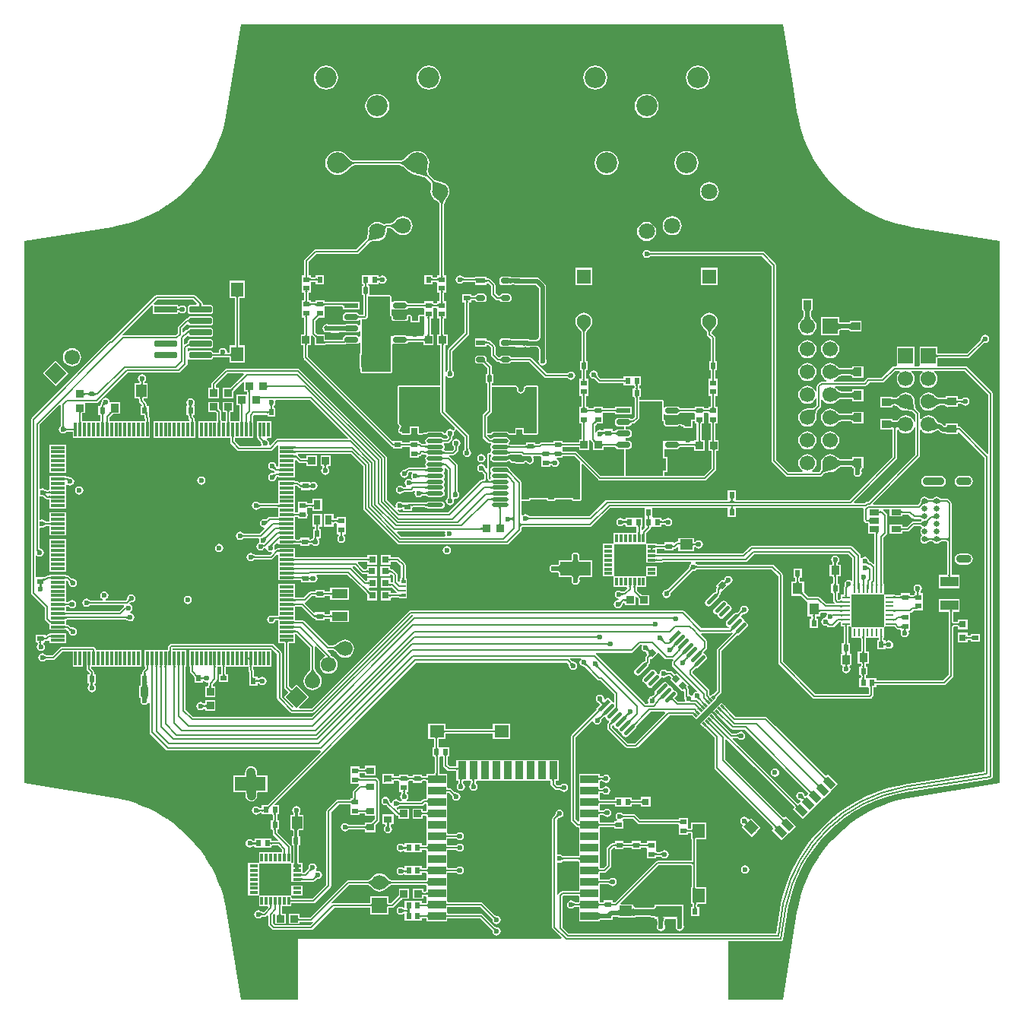
<source format=gtl>
G04*
G04 #@! TF.GenerationSoftware,Altium Limited,Altium Designer,20.0.11 (256)*
G04*
G04 Layer_Physical_Order=1*
G04 Layer_Color=255*
%FSLAX25Y25*%
%MOIN*%
G70*
G01*
G75*
%ADD13C,0.00787*%
%ADD14C,0.01181*%
%ADD21R,0.05512X0.04528*%
%ADD22R,0.01181X0.06299*%
%ADD23R,0.06299X0.01181*%
%ADD24R,0.02756X0.02362*%
%ADD25R,0.02362X0.02756*%
%ADD26R,0.07087X0.05512*%
G04:AMPARAMS|DCode=27|XSize=23.62mil|YSize=27.56mil|CornerRadius=0mil|HoleSize=0mil|Usage=FLASHONLY|Rotation=315.000|XOffset=0mil|YOffset=0mil|HoleType=Round|Shape=Rectangle|*
%AMROTATEDRECTD27*
4,1,4,-0.01810,-0.00139,0.00139,0.01810,0.01810,0.00139,-0.00139,-0.01810,-0.01810,-0.00139,0.0*
%
%ADD27ROTATEDRECTD27*%

%ADD28R,0.03347X0.03347*%
%ADD29R,0.12795X0.12795*%
%ADD30R,0.01181X0.03740*%
%ADD31R,0.03740X0.01181*%
%ADD32R,0.05512X0.06299*%
%ADD33R,0.09843X0.02953*%
G04:AMPARAMS|DCode=34|XSize=29.53mil|YSize=98.43mil|CornerRadius=7.38mil|HoleSize=0mil|Usage=FLASHONLY|Rotation=270.000|XOffset=0mil|YOffset=0mil|HoleType=Round|Shape=RoundedRectangle|*
%AMROUNDEDRECTD34*
21,1,0.02953,0.08366,0,0,270.0*
21,1,0.01476,0.09843,0,0,270.0*
1,1,0.01476,-0.04183,-0.00738*
1,1,0.01476,-0.04183,0.00738*
1,1,0.01476,0.04183,0.00738*
1,1,0.01476,0.04183,-0.00738*
%
%ADD34ROUNDEDRECTD34*%
%ADD35R,0.01968X0.00984*%
%ADD36R,0.01968X0.01378*%
%ADD37R,0.13583X0.06102*%
%ADD38R,0.03150X0.04331*%
%ADD39R,0.07087X0.03937*%
%ADD40R,0.04331X0.02559*%
%ADD41R,0.03543X0.03937*%
%ADD42R,0.03937X0.03543*%
%ADD43R,0.07992X0.04488*%
%ADD44R,0.03150X0.03150*%
%ADD45R,0.01024X0.03386*%
%ADD46R,0.03386X0.01024*%
%ADD47R,0.13780X0.13780*%
%ADD48R,0.04331X0.05118*%
G04:AMPARAMS|DCode=49|XSize=17.72mil|YSize=59.06mil|CornerRadius=0mil|HoleSize=0mil|Usage=FLASHONLY|Rotation=135.000|XOffset=0mil|YOffset=0mil|HoleType=Round|Shape=Rectangle|*
%AMROTATEDRECTD49*
4,1,4,0.02714,0.01462,-0.01462,-0.02714,-0.02714,-0.01462,0.01462,0.02714,0.02714,0.01462,0.0*
%
%ADD49ROTATEDRECTD49*%

G04:AMPARAMS|DCode=50|XSize=17.72mil|YSize=59.06mil|CornerRadius=4.43mil|HoleSize=0mil|Usage=FLASHONLY|Rotation=135.000|XOffset=0mil|YOffset=0mil|HoleType=Round|Shape=RoundedRectangle|*
%AMROUNDEDRECTD50*
21,1,0.01772,0.05020,0,0,135.0*
21,1,0.00886,0.05906,0,0,135.0*
1,1,0.00886,0.01462,0.02088*
1,1,0.00886,0.02088,0.01462*
1,1,0.00886,-0.01462,-0.02088*
1,1,0.00886,-0.02088,-0.01462*
%
%ADD50ROUNDEDRECTD50*%
%ADD51R,0.03937X0.02362*%
G04:AMPARAMS|DCode=52|XSize=23.62mil|YSize=39.37mil|CornerRadius=5.91mil|HoleSize=0mil|Usage=FLASHONLY|Rotation=90.000|XOffset=0mil|YOffset=0mil|HoleType=Round|Shape=RoundedRectangle|*
%AMROUNDEDRECTD52*
21,1,0.02362,0.02756,0,0,90.0*
21,1,0.01181,0.03937,0,0,90.0*
1,1,0.01181,0.01378,0.00591*
1,1,0.01181,0.01378,-0.00591*
1,1,0.01181,-0.01378,-0.00591*
1,1,0.01181,-0.01378,0.00591*
%
%ADD52ROUNDEDRECTD52*%
%ADD53R,0.04528X0.05512*%
%ADD54O,0.07284X0.01772*%
%ADD55R,0.05512X0.07087*%
G04:AMPARAMS|DCode=56|XSize=19.68mil|YSize=118.11mil|CornerRadius=0mil|HoleSize=0mil|Usage=FLASHONLY|Rotation=135.000|XOffset=0mil|YOffset=0mil|HoleType=Round|Shape=Rectangle|*
%AMROTATEDRECTD56*
4,1,4,0.04872,0.03480,-0.03480,-0.04872,-0.04872,-0.03480,0.03480,0.04872,0.04872,0.03480,0.0*
%
%ADD56ROTATEDRECTD56*%

G04:AMPARAMS|DCode=57|XSize=9.84mil|YSize=15.75mil|CornerRadius=0mil|HoleSize=0mil|Usage=FLASHONLY|Rotation=225.000|XOffset=0mil|YOffset=0mil|HoleType=Round|Shape=Rectangle|*
%AMROTATEDRECTD57*
4,1,4,-0.00209,0.00905,0.00905,-0.00209,0.00209,-0.00905,-0.00905,0.00209,-0.00209,0.00905,0.0*
%
%ADD57ROTATEDRECTD57*%

%ADD58R,0.11417X0.04921*%
%ADD59R,0.06299X0.05512*%
%ADD60R,0.03543X0.03150*%
%ADD61R,0.03347X0.03347*%
%ADD62R,0.07874X0.03543*%
%ADD63R,0.03543X0.07874*%
%ADD64R,0.19685X0.19685*%
%ADD65R,0.03150X0.03150*%
G04:AMPARAMS|DCode=66|XSize=31.5mil|YSize=48.82mil|CornerRadius=0mil|HoleSize=0mil|Usage=FLASHONLY|Rotation=225.000|XOffset=0mil|YOffset=0mil|HoleType=Round|Shape=Rectangle|*
%AMROTATEDRECTD66*
4,1,4,-0.00613,0.02840,0.02840,-0.00613,0.00613,-0.02840,-0.02840,0.00613,-0.00613,0.02840,0.0*
%
%ADD66ROTATEDRECTD66*%

G04:AMPARAMS|DCode=67|XSize=37.4mil|YSize=98.43mil|CornerRadius=0mil|HoleSize=0mil|Usage=FLASHONLY|Rotation=225.000|XOffset=0mil|YOffset=0mil|HoleType=Round|Shape=Rectangle|*
%AMROTATEDRECTD67*
4,1,4,-0.02158,0.04802,0.04802,-0.02158,0.02158,-0.04802,-0.04802,0.02158,-0.02158,0.04802,0.0*
%
%ADD67ROTATEDRECTD67*%

G04:AMPARAMS|DCode=68|XSize=45.28mil|YSize=86.61mil|CornerRadius=0mil|HoleSize=0mil|Usage=FLASHONLY|Rotation=225.000|XOffset=0mil|YOffset=0mil|HoleType=Round|Shape=Rectangle|*
%AMROTATEDRECTD68*
4,1,4,-0.01462,0.04663,0.04663,-0.01462,0.01462,-0.04663,-0.04663,0.01462,-0.01462,0.04663,0.0*
%
%ADD68ROTATEDRECTD68*%

G04:AMPARAMS|DCode=69|XSize=45.67mil|YSize=49.21mil|CornerRadius=0mil|HoleSize=0mil|Usage=FLASHONLY|Rotation=225.000|XOffset=0mil|YOffset=0mil|HoleType=Round|Shape=Rectangle|*
%AMROTATEDRECTD69*
4,1,4,-0.00125,0.03355,0.03355,-0.00125,0.00125,-0.03355,-0.03355,0.00125,-0.00125,0.03355,0.0*
%
%ADD69ROTATEDRECTD69*%

G04:AMPARAMS|DCode=70|XSize=45.67mil|YSize=47.24mil|CornerRadius=0mil|HoleSize=0mil|Usage=FLASHONLY|Rotation=225.000|XOffset=0mil|YOffset=0mil|HoleType=Round|Shape=Rectangle|*
%AMROTATEDRECTD70*
4,1,4,-0.00056,0.03285,0.03285,-0.00056,0.00056,-0.03285,-0.03285,0.00056,-0.00056,0.03285,0.0*
%
%ADD70ROTATEDRECTD70*%

G04:AMPARAMS|DCode=71|XSize=59.06mil|YSize=45.28mil|CornerRadius=0mil|HoleSize=0mil|Usage=FLASHONLY|Rotation=225.000|XOffset=0mil|YOffset=0mil|HoleType=Round|Shape=Rectangle|*
%AMROTATEDRECTD71*
4,1,4,0.00487,0.03689,0.03689,0.00487,-0.00487,-0.03689,-0.03689,-0.00487,0.00487,0.03689,0.0*
%
%ADD71ROTATEDRECTD71*%

%ADD72R,0.05118X0.13386*%
G04:AMPARAMS|DCode=73|XSize=23.62mil|YSize=61.02mil|CornerRadius=5.91mil|HoleSize=0mil|Usage=FLASHONLY|Rotation=90.000|XOffset=0mil|YOffset=0mil|HoleType=Round|Shape=RoundedRectangle|*
%AMROUNDEDRECTD73*
21,1,0.02362,0.04921,0,0,90.0*
21,1,0.01181,0.06102,0,0,90.0*
1,1,0.01181,0.02461,0.00591*
1,1,0.01181,0.02461,-0.00591*
1,1,0.01181,-0.02461,-0.00591*
1,1,0.01181,-0.02461,0.00591*
%
%ADD73ROUNDEDRECTD73*%
%ADD74R,0.06102X0.02362*%
%ADD142C,0.01968*%
%ADD143C,0.02756*%
%ADD144C,0.03937*%
%ADD145C,0.06693*%
%ADD146P,0.09465X4X90.0*%
%ADD147R,0.06693X0.06693*%
%ADD148C,0.02559*%
%ADD149O,0.09449X0.03543*%
%ADD150O,0.06693X0.03543*%
%ADD151C,0.07087*%
%ADD152C,0.09252*%
%ADD153C,0.06299*%
%ADD154R,0.06299X0.06299*%
%ADD155C,0.27559*%
%ADD156C,0.02362*%
G36*
X298965Y294062D02*
Y294062D01*
X300265Y285853D01*
Y285853D01*
X302142Y274003D01*
X302148Y273988D01*
X302148Y273972D01*
X302556Y271681D01*
X302574Y271636D01*
X302576Y271587D01*
X303662Y267064D01*
X303689Y267005D01*
X303697Y266941D01*
X305134Y262517D01*
X305166Y262460D01*
X305179Y262396D01*
X306959Y258099D01*
X306995Y258045D01*
X307013Y257982D01*
X309124Y253837D01*
X309165Y253786D01*
X309187Y253726D01*
X311618Y249759D01*
X311662Y249711D01*
X311689Y249653D01*
X314423Y245889D01*
X314471Y245845D01*
X314503Y245789D01*
X317524Y242251D01*
X317575Y242211D01*
X317611Y242157D01*
X320900Y238868D01*
X320954Y238832D01*
X320994Y238781D01*
X324531Y235760D01*
X324588Y235728D01*
X324632Y235680D01*
X328396Y232946D01*
X328454Y232919D01*
X328502Y232875D01*
X332468Y230444D01*
X332529Y230422D01*
X332580Y230382D01*
X336725Y228270D01*
X336788Y228252D01*
X336841Y228216D01*
X341139Y226436D01*
X341203Y226423D01*
X341259Y226392D01*
X345684Y224954D01*
X345748Y224946D01*
X345807Y224919D01*
X350330Y223833D01*
X350379Y223831D01*
X350424Y223814D01*
X352715Y223405D01*
X352731Y223405D01*
X352746Y223399D01*
X390936Y217351D01*
X390940Y-20503D01*
X352746Y-26552D01*
X352731Y-26558D01*
X352715Y-26558D01*
X350424Y-26967D01*
X350379Y-26985D01*
X350330Y-26986D01*
X345807Y-28072D01*
X345748Y-28100D01*
X345684Y-28107D01*
X341259Y-29545D01*
X341203Y-29576D01*
X341139Y-29589D01*
X336841Y-31369D01*
X336788Y-31405D01*
X336725Y-31423D01*
X332580Y-33535D01*
X332529Y-33575D01*
X332468Y-33597D01*
X328502Y-36028D01*
X328454Y-36072D01*
X328396Y-36099D01*
X324632Y-38833D01*
X324588Y-38881D01*
X324531Y-38913D01*
X320994Y-41934D01*
X320954Y-41985D01*
X320900Y-42021D01*
X317611Y-45310D01*
X317575Y-45364D01*
X317524Y-45404D01*
X314503Y-48942D01*
X314471Y-48998D01*
X314423Y-49042D01*
X311689Y-52806D01*
X311662Y-52865D01*
X311618Y-52912D01*
X309187Y-56879D01*
X309165Y-56940D01*
X309124Y-56990D01*
X307013Y-61135D01*
X306995Y-61198D01*
X306959Y-61252D01*
X305179Y-65549D01*
X305166Y-65613D01*
X305134Y-65670D01*
X303697Y-70094D01*
X303689Y-70158D01*
X303662Y-70217D01*
X302576Y-74741D01*
X302574Y-74789D01*
X302556Y-74835D01*
X302148Y-77125D01*
X302148Y-77140D01*
X302143Y-77154D01*
X296044Y-115350D01*
X272185D01*
Y-89812D01*
X295086D01*
X295202Y-89788D01*
X295321Y-89784D01*
X295394Y-89750D01*
X295473Y-89735D01*
X295572Y-89668D01*
X295680Y-89619D01*
X295735Y-89560D01*
X295802Y-89515D01*
X295868Y-89416D01*
X295949Y-89329D01*
X295977Y-89253D01*
X296022Y-89186D01*
X296045Y-89070D01*
X296086Y-88958D01*
X298430Y-74276D01*
X298464Y-74253D01*
X298464D01*
X298932Y-71901D01*
X300276Y-67136D01*
X301989Y-62491D01*
X304062Y-57995D01*
X306481Y-53675D01*
X309232Y-49558D01*
X312297Y-45670D01*
X315658Y-42035D01*
X319294Y-38674D01*
X323182Y-35609D01*
X327298Y-32858D01*
X331618Y-30439D01*
X336114Y-28366D01*
X340759Y-26653D01*
X345524Y-25309D01*
X349991Y-24420D01*
X350010Y-24421D01*
X386896Y-18579D01*
X386896Y-18579D01*
X387166Y-18536D01*
X387279Y-18495D01*
X387396Y-18471D01*
X387462Y-18427D01*
X387537Y-18399D01*
X387625Y-18318D01*
X387724Y-18252D01*
X387769Y-18185D01*
X387827Y-18131D01*
X387877Y-18022D01*
X387944Y-17923D01*
X387960Y-17844D01*
X387993Y-17772D01*
X387998Y-17652D01*
X388021Y-17535D01*
Y150394D01*
X387944Y150781D01*
X387724Y151110D01*
X376701Y162134D01*
X376372Y162353D01*
X375984Y162431D01*
X363853D01*
X363789Y162904D01*
X363789Y162931D01*
Y165799D01*
X363849Y165804D01*
X363981Y165807D01*
X364048Y165837D01*
X377087D01*
X377474Y165914D01*
X377803Y166134D01*
X384010Y172341D01*
X384076Y172366D01*
X384137Y172422D01*
X384180Y172455D01*
X384223Y172484D01*
X384268Y172508D01*
X384315Y172529D01*
X384367Y172546D01*
X384423Y172560D01*
X384484Y172571D01*
X384553Y172577D01*
X384649Y172579D01*
X384711Y172606D01*
X385341Y172732D01*
X385930Y173125D01*
X386323Y173714D01*
X386462Y174409D01*
X386323Y175104D01*
X385930Y175694D01*
X385341Y176087D01*
X384646Y176225D01*
X383951Y176087D01*
X383362Y175694D01*
X382968Y175104D01*
X382843Y174474D01*
X382815Y174413D01*
X382813Y174316D01*
X382807Y174248D01*
X382796Y174186D01*
X382782Y174130D01*
X382765Y174079D01*
X382744Y174032D01*
X382720Y173987D01*
X382692Y173944D01*
X382658Y173901D01*
X382602Y173840D01*
X382577Y173774D01*
X376667Y167864D01*
X364048D01*
X363981Y167893D01*
X363849Y167897D01*
X363789Y167902D01*
Y170797D01*
X355896D01*
Y162931D01*
X355896Y162904D01*
X355832Y162431D01*
X353853D01*
X353789Y162904D01*
X353789Y162931D01*
Y170797D01*
X345896D01*
Y167097D01*
X345874Y166929D01*
X345896Y166761D01*
Y162931D01*
X345896Y162904D01*
X345832Y162431D01*
X344882D01*
X344494Y162353D01*
X344165Y162134D01*
X339344Y157312D01*
X333465D01*
X333077Y157235D01*
X332748Y157016D01*
X331470Y155738D01*
X318402D01*
X318302Y156238D01*
X318683Y156395D01*
X319492Y157016D01*
X319533Y157032D01*
X319787Y157277D01*
X320026Y157481D01*
X320264Y157658D01*
X320500Y157808D01*
X320735Y157933D01*
X320967Y158034D01*
X321199Y158110D01*
X321431Y158165D01*
X321663Y158197D01*
X321929Y158210D01*
X321967Y158227D01*
X325072D01*
X325113Y158209D01*
X325467Y158200D01*
X325758Y158175D01*
X325997Y158135D01*
X326184Y158086D01*
X326315Y158033D01*
X326392Y157986D01*
X326426Y157955D01*
X326436Y157940D01*
X326441Y157925D01*
X326453Y157817D01*
X326486Y157755D01*
Y157274D01*
X327008D01*
X327098Y157237D01*
X327132Y157251D01*
X327167Y157240D01*
X327229Y157274D01*
X331230D01*
Y162411D01*
X327229D01*
X327167Y162445D01*
X327132Y162434D01*
X327098Y162449D01*
X327008Y162411D01*
X326486D01*
Y161930D01*
X326453Y161868D01*
X326441Y161760D01*
X326436Y161744D01*
X326426Y161730D01*
X326392Y161699D01*
X326315Y161653D01*
X326184Y161600D01*
X325997Y161550D01*
X325758Y161511D01*
X325467Y161485D01*
X325113Y161476D01*
X325072Y161458D01*
X321967D01*
X321929Y161476D01*
X321663Y161488D01*
X321431Y161520D01*
X321199Y161575D01*
X320967Y161652D01*
X320735Y161752D01*
X320500Y161877D01*
X320264Y162027D01*
X320026Y162204D01*
X319787Y162408D01*
X319533Y162653D01*
X319492Y162669D01*
X318683Y163290D01*
X317723Y163687D01*
X316693Y163823D01*
X315663Y163687D01*
X314703Y163290D01*
X313878Y162657D01*
X313246Y161833D01*
X312848Y160873D01*
X312712Y159843D01*
X312848Y158812D01*
X313246Y157852D01*
X313878Y157028D01*
X314703Y156395D01*
X315083Y156238D01*
X314984Y155738D01*
X312992D01*
X312604Y155660D01*
X312276Y155441D01*
X311095Y154260D01*
X310875Y153931D01*
X310798Y153543D01*
Y151551D01*
X310298Y151452D01*
X310140Y151833D01*
X309507Y152657D01*
X308683Y153290D01*
X307723Y153687D01*
X306693Y153823D01*
X305663Y153687D01*
X304703Y153290D01*
X303878Y152657D01*
X303246Y151833D01*
X302848Y150873D01*
X302712Y149843D01*
X302848Y148812D01*
X303246Y147852D01*
X303878Y147028D01*
X304703Y146395D01*
X305663Y145998D01*
X306693Y145862D01*
X307723Y145998D01*
X308683Y146395D01*
X309507Y147028D01*
X310140Y147852D01*
X310298Y148233D01*
X310798Y148134D01*
Y145380D01*
X309824Y144407D01*
X309768Y144389D01*
X309641Y144284D01*
X309514Y144207D01*
X309335Y144129D01*
X309105Y144054D01*
X308825Y143987D01*
X308511Y143933D01*
X307227Y143840D01*
X306724Y143838D01*
X306685Y143822D01*
X305663Y143687D01*
X304703Y143290D01*
X303878Y142657D01*
X303246Y141833D01*
X302848Y140873D01*
X302712Y139842D01*
X302848Y138812D01*
X303246Y137852D01*
X303878Y137028D01*
X304703Y136395D01*
X305663Y135998D01*
X306693Y135862D01*
X307723Y135998D01*
X308683Y136395D01*
X309507Y137028D01*
X310140Y137852D01*
X310538Y138812D01*
X310672Y139835D01*
X310689Y139873D01*
X310691Y140383D01*
X310738Y141278D01*
X310781Y141647D01*
X310838Y141975D01*
X310904Y142255D01*
X310979Y142485D01*
X311058Y142664D01*
X311134Y142791D01*
X311240Y142918D01*
X311257Y142974D01*
X312527Y144244D01*
X312747Y144573D01*
X312824Y144961D01*
Y147620D01*
X312885Y147654D01*
X313324Y147750D01*
X313878Y147028D01*
X314703Y146395D01*
X315663Y145998D01*
X316693Y145862D01*
X317723Y145998D01*
X318683Y146395D01*
X319345Y146903D01*
X319433Y146934D01*
X319698Y147173D01*
X319949Y147374D01*
X320196Y147548D01*
X320441Y147696D01*
X320682Y147819D01*
X320921Y147918D01*
X321157Y147994D01*
X321392Y148048D01*
X321626Y148080D01*
X321890Y148091D01*
X321928Y148109D01*
X325072D01*
X325113Y148091D01*
X325469Y148082D01*
X325761Y148056D01*
X326002Y148016D01*
X326189Y147966D01*
X326321Y147912D01*
X326400Y147864D01*
X326435Y147832D01*
X326446Y147815D01*
X326453Y147796D01*
X326465Y147686D01*
X326487Y147646D01*
Y147038D01*
X331230D01*
Y152175D01*
X327235D01*
X327177Y152208D01*
X327136Y152196D01*
X327097Y152212D01*
X327007Y152175D01*
X326487D01*
Y151699D01*
X326454Y151641D01*
X326446Y151578D01*
X326425Y151561D01*
X326344Y151518D01*
X326207Y151470D01*
X326013Y151424D01*
X325767Y151389D01*
X325472Y151366D01*
X325115Y151358D01*
X325074Y151340D01*
X322001D01*
X321964Y151357D01*
X321697Y151370D01*
X321465Y151403D01*
X321236Y151458D01*
X321009Y151536D01*
X320783Y151637D01*
X320556Y151764D01*
X320328Y151916D01*
X320100Y152095D01*
X319872Y152302D01*
X319630Y152551D01*
X319568Y152578D01*
X319508Y152657D01*
X318786Y153211D01*
X318882Y153651D01*
X318915Y153711D01*
X331890D01*
X332277Y153788D01*
X332606Y154008D01*
X333884Y155286D01*
X339764D01*
X340152Y155363D01*
X340480Y155583D01*
X345302Y160404D01*
X347170D01*
X347340Y159904D01*
X347028Y159665D01*
X346395Y158841D01*
X345998Y157881D01*
X345862Y156850D01*
X345998Y155820D01*
X346395Y154860D01*
X347028Y154036D01*
X347852Y153403D01*
X348812Y153006D01*
X349843Y152870D01*
X350873Y153006D01*
X351833Y153403D01*
X352657Y154036D01*
X353290Y154860D01*
X353687Y155820D01*
X353823Y156850D01*
X353687Y157881D01*
X353290Y158841D01*
X352657Y159665D01*
X352345Y159904D01*
X352515Y160404D01*
X357170D01*
X357340Y159904D01*
X357028Y159665D01*
X356395Y158841D01*
X355998Y157881D01*
X355862Y156850D01*
X355998Y155820D01*
X356395Y154860D01*
X357028Y154036D01*
X357852Y153403D01*
X358812Y153006D01*
X359842Y152870D01*
X360873Y153006D01*
X361833Y153403D01*
X362657Y154036D01*
X363290Y154860D01*
X363687Y155820D01*
X363823Y156850D01*
X363687Y157881D01*
X363290Y158841D01*
X362657Y159665D01*
X362346Y159904D01*
X362515Y160404D01*
X375565D01*
X385995Y149974D01*
Y124261D01*
X385533Y124069D01*
X373945Y135657D01*
X373616Y135877D01*
X373228Y135954D01*
X373025D01*
X372955Y135984D01*
X372772Y135986D01*
X372707Y135987D01*
X372647Y135993D01*
Y137313D01*
X367510D01*
Y136724D01*
X367489Y136685D01*
X367477Y136574D01*
X367470Y136555D01*
X367458Y136538D01*
X367423Y136506D01*
X367345Y136458D01*
X367213Y136404D01*
X367025Y136354D01*
X366784Y136314D01*
X366760Y136312D01*
X365983Y137089D01*
X365459Y137439D01*
X364997Y137531D01*
X364916Y137576D01*
X364892Y137569D01*
X364870Y137580D01*
X364629Y137590D01*
X364441Y137617D01*
X364276Y137659D01*
X364133Y137714D01*
X364008Y137782D01*
X363896Y137864D01*
X363794Y137961D01*
X363700Y138079D01*
X363612Y138219D01*
X363518Y138416D01*
X363501Y138431D01*
X363498Y138454D01*
X363426Y138511D01*
X363290Y138841D01*
X362657Y139665D01*
X361833Y140298D01*
X360873Y140695D01*
X359842Y140831D01*
X358812Y140695D01*
X357852Y140298D01*
X357028Y139665D01*
X356631Y139148D01*
X356131Y139318D01*
Y141575D01*
X356054Y141963D01*
X355835Y142291D01*
X354407Y143719D01*
X354389Y143775D01*
X354284Y143902D01*
X354207Y144029D01*
X354129Y144208D01*
X354054Y144438D01*
X353987Y144718D01*
X353933Y145032D01*
X353840Y146316D01*
X353838Y146819D01*
X353822Y146858D01*
X353687Y147881D01*
X353290Y148841D01*
X352657Y149665D01*
X351833Y150298D01*
X350873Y150695D01*
X349843Y150831D01*
X348812Y150695D01*
X347852Y150298D01*
X347043Y149677D01*
X347002Y149661D01*
X346748Y149416D01*
X346509Y149212D01*
X346271Y149035D01*
X346035Y148885D01*
X345801Y148760D01*
X345568Y148659D01*
X345337Y148582D01*
X345105Y148528D01*
X344881Y148497D01*
X344597Y148506D01*
X344342Y148531D01*
X344131Y148565D01*
X343973Y148602D01*
X343907Y148626D01*
Y149025D01*
X343386D01*
X343295Y149063D01*
X343239Y149039D01*
X343181Y149052D01*
X343138Y149025D01*
X338770D01*
Y144282D01*
X343164D01*
X343226Y144248D01*
X343261Y144258D01*
X343295Y144244D01*
X343386Y144282D01*
X343907D01*
Y144763D01*
X343941Y144825D01*
X343952Y144933D01*
X343958Y144948D01*
X343968Y144963D01*
X344001Y144994D01*
X344078Y145040D01*
X344210Y145093D01*
X344396Y145143D01*
X344636Y145182D01*
X344882Y145204D01*
X345105Y145173D01*
X345337Y145118D01*
X345568Y145041D01*
X345801Y144941D01*
X346035Y144816D01*
X346271Y144666D01*
X346509Y144489D01*
X346748Y144284D01*
X347002Y144040D01*
X347043Y144024D01*
X347852Y143403D01*
X348812Y143006D01*
X349835Y142871D01*
X349873Y142855D01*
X350383Y142853D01*
X351278Y142805D01*
X351646Y142762D01*
X351975Y142706D01*
X352255Y142639D01*
X352485Y142564D01*
X352664Y142485D01*
X352791Y142409D01*
X352918Y142304D01*
X352974Y142286D01*
X354105Y141155D01*
Y138179D01*
X353605Y138080D01*
X353290Y138841D01*
X352657Y139665D01*
X351833Y140298D01*
X350873Y140695D01*
X349843Y140831D01*
X348812Y140695D01*
X347852Y140298D01*
X347028Y139665D01*
X346570Y139068D01*
X346532Y139053D01*
X346507Y138997D01*
X346454Y138964D01*
X346392Y138879D01*
X346349Y138836D01*
X346286Y138790D01*
X346199Y138742D01*
X346083Y138694D01*
X345938Y138651D01*
X345773Y138616D01*
X345318Y138569D01*
X345069Y138563D01*
X344776Y138569D01*
X344523Y138588D01*
X344315Y138617D01*
X344153Y138653D01*
X344042Y138691D01*
X344004Y138711D01*
X343986Y138742D01*
Y139301D01*
X338849D01*
Y134557D01*
X343986D01*
X344026Y134074D01*
X344026Y134053D01*
X344057Y133983D01*
Y122655D01*
X325171Y103769D01*
X275838D01*
X275403Y103928D01*
Y107883D01*
X271841D01*
Y103928D01*
X271407Y103769D01*
X218898D01*
X218510Y103692D01*
X218181Y103472D01*
X211391Y96683D01*
X184983D01*
X184919Y96712D01*
X184836Y96715D01*
X184782Y96722D01*
X184731Y96732D01*
X184682Y96747D01*
X184634Y96766D01*
X184586Y96790D01*
X184536Y96819D01*
X184485Y96855D01*
X184433Y96899D01*
X184363Y96966D01*
X184300Y96990D01*
X183766Y97347D01*
X183071Y97485D01*
X182376Y97347D01*
X181944Y97058D01*
X181444Y97271D01*
Y103288D01*
X184636D01*
X185096Y103478D01*
X185286Y103937D01*
Y104084D01*
X192273D01*
Y103937D01*
X192464Y103478D01*
X192923Y103288D01*
X195660D01*
X196119Y103478D01*
X196309Y103937D01*
Y104084D01*
X203297D01*
Y103937D01*
X203487Y103478D01*
X203946Y103288D01*
X207087D01*
X207546Y103478D01*
X207736Y103937D01*
Y119312D01*
X208198Y119503D01*
X215032Y112669D01*
X215360Y112450D01*
X215748Y112373D01*
X261811D01*
X262199Y112450D01*
X262527Y112669D01*
X266464Y116606D01*
X266684Y116935D01*
X266761Y117323D01*
Y125027D01*
X266791Y125094D01*
X266794Y125226D01*
X266799Y125286D01*
X267824D01*
Y129832D01*
X266406D01*
X266401Y129893D01*
X266397Y130025D01*
X266368Y130092D01*
Y136936D01*
X266397Y137003D01*
X266401Y137135D01*
X266406Y137195D01*
X267332D01*
Y140632D01*
X267332Y140758D01*
Y141132D01*
X267332Y141258D01*
Y144694D01*
X266406D01*
X266401Y144755D01*
X266397Y144887D01*
X266368Y144954D01*
Y149141D01*
X266397Y149208D01*
X266401Y149340D01*
X266406Y149400D01*
X267332D01*
Y152837D01*
X267332Y152962D01*
Y153337D01*
X267332Y153462D01*
Y156899D01*
X266406D01*
X266401Y156959D01*
X266397Y157091D01*
X266368Y157158D01*
Y160361D01*
X266397Y160428D01*
X266401Y160557D01*
X266406Y160620D01*
X267135D01*
Y164576D01*
X266406D01*
X266401Y164636D01*
X266397Y164769D01*
X266368Y164835D01*
Y174803D01*
X266290Y175191D01*
X266071Y175520D01*
X264734Y176857D01*
Y176962D01*
X264761Y177015D01*
X264775Y177171D01*
X264808Y177306D01*
X264872Y177475D01*
X264973Y177675D01*
X265111Y177903D01*
X265280Y178144D01*
X266059Y179049D01*
X266387Y179380D01*
X266405Y179426D01*
X266996Y180196D01*
X267374Y181108D01*
X267502Y182087D01*
X267374Y183065D01*
X266996Y183977D01*
X266395Y184761D01*
X265612Y185362D01*
X264699Y185740D01*
X263721Y185869D01*
X262742Y185740D01*
X261830Y185362D01*
X261046Y184761D01*
X260445Y183977D01*
X260068Y183065D01*
X259939Y182087D01*
X260068Y181108D01*
X260445Y180196D01*
X261036Y179426D01*
X261055Y179380D01*
X261387Y179045D01*
X261942Y178425D01*
X262153Y178156D01*
X262330Y177903D01*
X262468Y177675D01*
X262569Y177475D01*
X262633Y177306D01*
X262666Y177171D01*
X262680Y177015D01*
X262707Y176962D01*
Y176437D01*
X262785Y176049D01*
X263004Y175721D01*
X264341Y174383D01*
Y164835D01*
X264311Y164769D01*
X264308Y164636D01*
X264303Y164576D01*
X263573D01*
Y160620D01*
X264302D01*
X264308Y160557D01*
X264311Y160428D01*
X264341Y160361D01*
Y157158D01*
X264311Y157091D01*
X264308Y156959D01*
X264303Y156899D01*
X263376D01*
Y153462D01*
X263376Y153337D01*
Y152962D01*
X263376Y152837D01*
Y149400D01*
X264303D01*
X264308Y149340D01*
X264311Y149208D01*
X264341Y149141D01*
Y144954D01*
X264311Y144887D01*
X264308Y144755D01*
X264303Y144694D01*
X263376D01*
Y143965D01*
X263313Y143960D01*
X263184Y143956D01*
X263117Y143927D01*
X261686D01*
X261619Y143956D01*
X261487Y143960D01*
X261427Y143965D01*
Y144694D01*
X257471D01*
Y143965D01*
X257408Y143960D01*
X257278Y143956D01*
X257211Y143927D01*
X251165D01*
X251098Y143956D01*
X250957Y143960D01*
X250857Y143968D01*
X250823Y143973D01*
X250708Y144145D01*
X250703Y144158D01*
X250699Y144159D01*
X250563Y144362D01*
X250169Y144625D01*
X249705Y144718D01*
X244783D01*
X244319Y144625D01*
X244063Y144454D01*
X243615Y144631D01*
X243563Y144676D01*
Y147086D01*
X243373Y147546D01*
X242913Y147736D01*
X232903Y147736D01*
Y148550D01*
X232933Y148617D01*
X232936Y148749D01*
X232941Y148809D01*
X233671D01*
Y152765D01*
X232942D01*
X232936Y152828D01*
X232933Y152958D01*
X232903Y153025D01*
Y153668D01*
X232933Y153735D01*
X232936Y153867D01*
X232941Y153928D01*
X233671D01*
Y157884D01*
X230234D01*
X230109Y157884D01*
X229734D01*
X229609Y157884D01*
X226172D01*
Y156957D01*
X226112Y156952D01*
X225979Y156948D01*
X225913Y156919D01*
X216168D01*
X215060Y158026D01*
X215036Y158092D01*
X214980Y158153D01*
X214946Y158196D01*
X214918Y158239D01*
X214894Y158284D01*
X214873Y158331D01*
X214856Y158382D01*
X214842Y158438D01*
X214831Y158500D01*
X214825Y158568D01*
X214822Y158665D01*
X214795Y158726D01*
X214670Y159356D01*
X214276Y159945D01*
X213687Y160339D01*
X212992Y160477D01*
X212297Y160339D01*
X211708Y159945D01*
X211314Y159356D01*
X211176Y158661D01*
X211314Y157966D01*
X211708Y157377D01*
X212297Y156984D01*
X212927Y156858D01*
X212989Y156831D01*
X213085Y156829D01*
X213154Y156823D01*
X213215Y156812D01*
X213271Y156798D01*
X213322Y156781D01*
X213370Y156760D01*
X213414Y156736D01*
X213458Y156707D01*
X213500Y156674D01*
X213562Y156617D01*
X213628Y156593D01*
X215032Y155189D01*
X215360Y154970D01*
X215748Y154892D01*
X225913D01*
X225979Y154863D01*
X226112Y154859D01*
X226172Y154854D01*
Y153928D01*
X229609D01*
X229734Y153928D01*
X230109D01*
X230234Y153928D01*
X230838D01*
X230843Y153867D01*
X230847Y153735D01*
X230877Y153668D01*
Y153025D01*
X230847Y152958D01*
X230843Y152828D01*
X230838Y152765D01*
X230109D01*
Y148809D01*
X230838D01*
X230843Y148749D01*
X230847Y148617D01*
X230877Y148550D01*
Y140183D01*
X229895Y139202D01*
X229890D01*
X229822Y139232D01*
X229701Y139235D01*
X229610Y139242D01*
X229535Y139253D01*
X229475Y139266D01*
X229432Y139279D01*
X229404Y139290D01*
X229393Y139297D01*
X229374Y139320D01*
X229307Y139358D01*
X229270Y139426D01*
X229158Y139459D01*
X228909Y139625D01*
X228445Y139718D01*
X223524D01*
X223059Y139625D01*
X222665Y139362D01*
X222402Y138968D01*
X222310Y138504D01*
Y137323D01*
X222402Y136858D01*
X222665Y136465D01*
X223059Y136201D01*
X223524Y136109D01*
X226516D01*
Y134718D01*
X223524D01*
X223059Y134625D01*
X222665Y134362D01*
X222530Y134159D01*
X222526Y134158D01*
X222520Y134145D01*
X222406Y133973D01*
X222372Y133968D01*
X222271Y133960D01*
X222130Y133956D01*
X222063Y133926D01*
X221529D01*
X221462Y133956D01*
X221332Y133960D01*
X221269Y133965D01*
Y134852D01*
X217313D01*
Y134614D01*
X217263Y134489D01*
X217037Y134307D01*
X216820Y134209D01*
X216636Y134282D01*
X216543Y134326D01*
X216482Y134329D01*
X216443Y134355D01*
X215748Y134493D01*
X215053Y134355D01*
X214464Y133961D01*
X214112Y133434D01*
X213875Y133434D01*
X213612Y133517D01*
Y136391D01*
X213970Y136750D01*
X214036Y136775D01*
X214331Y137048D01*
X214434Y137131D01*
X214521Y137191D01*
X214528Y137195D01*
X214618D01*
X214708Y137158D01*
X214757Y137178D01*
X214809Y137166D01*
X214858Y137195D01*
X216938D01*
Y140632D01*
X216938Y140758D01*
Y141132D01*
X216938Y141258D01*
Y141862D01*
X216999Y141867D01*
X217131Y141870D01*
X217198Y141900D01*
X222074D01*
X222141Y141870D01*
X222273Y141867D01*
X222333Y141862D01*
Y141132D01*
X229636D01*
Y144694D01*
X222333D01*
Y143965D01*
X222273Y143960D01*
X222141Y143956D01*
X222074Y143927D01*
X217198D01*
X217131Y143956D01*
X216999Y143960D01*
X216938Y143965D01*
Y144694D01*
X212983D01*
Y143965D01*
X212919Y143960D01*
X212790Y143956D01*
X212723Y143927D01*
X210898D01*
X210831Y143956D01*
X210699Y143960D01*
X210639Y143965D01*
Y144694D01*
X209713D01*
X209708Y144755D01*
X209704Y144887D01*
X209675Y144954D01*
Y149141D01*
X209704Y149208D01*
X209708Y149340D01*
X209713Y149400D01*
X210639D01*
Y152837D01*
X210639Y152962D01*
Y153337D01*
X210639Y153462D01*
Y156899D01*
X209713D01*
X209708Y156959D01*
X209704Y157091D01*
X209675Y157158D01*
Y160361D01*
X209704Y160428D01*
X209708Y160560D01*
X209713Y160620D01*
X210442D01*
Y164576D01*
X209772D01*
X209767Y164639D01*
X209764Y164769D01*
X209734Y164836D01*
Y176962D01*
X209761Y177015D01*
X209775Y177171D01*
X209808Y177306D01*
X209872Y177475D01*
X209973Y177675D01*
X210111Y177903D01*
X210280Y178144D01*
X211059Y179049D01*
X211386Y179380D01*
X211405Y179426D01*
X211996Y180196D01*
X212374Y181108D01*
X212503Y182087D01*
X212374Y183065D01*
X211996Y183977D01*
X211395Y184761D01*
X210612Y185362D01*
X209699Y185740D01*
X208721Y185869D01*
X207742Y185740D01*
X206830Y185362D01*
X206046Y184761D01*
X205445Y183977D01*
X205067Y183065D01*
X204939Y182087D01*
X205067Y181108D01*
X205445Y180196D01*
X206036Y179426D01*
X206055Y179380D01*
X206387Y179045D01*
X206942Y178425D01*
X207153Y178156D01*
X207330Y177903D01*
X207468Y177675D01*
X207569Y177475D01*
X207633Y177306D01*
X207666Y177171D01*
X207680Y177015D01*
X207707Y176962D01*
Y164836D01*
X207678Y164769D01*
X207674Y164639D01*
X207669Y164576D01*
X206880D01*
Y160620D01*
X207610D01*
X207615Y160560D01*
X207618Y160428D01*
X207648Y160361D01*
Y157158D01*
X207618Y157091D01*
X207615Y156959D01*
X207610Y156899D01*
X206683D01*
Y153462D01*
X206683Y153337D01*
Y152962D01*
X206683Y152837D01*
Y149400D01*
X207610D01*
X207615Y149340D01*
X207618Y149208D01*
X207648Y149141D01*
Y144954D01*
X207618Y144887D01*
X207615Y144755D01*
X207610Y144694D01*
X206683D01*
Y141258D01*
X206683Y141132D01*
Y140758D01*
X206683Y140632D01*
Y137195D01*
X207610D01*
X207615Y137135D01*
X207618Y137003D01*
X207648Y136936D01*
Y130446D01*
X207618Y130379D01*
X207615Y130247D01*
X207610Y130187D01*
X206585D01*
Y129005D01*
X206522Y128999D01*
X206393Y128996D01*
X206326Y128966D01*
X199678D01*
X199611Y128996D01*
X199482Y128999D01*
X199419Y129005D01*
Y129734D01*
X195463D01*
Y129004D01*
X195403Y128999D01*
X195271Y128996D01*
X195204Y128966D01*
X190157D01*
X189770Y128889D01*
X189441Y128669D01*
X188951Y128179D01*
X187473D01*
X187407Y128208D01*
X187277Y128212D01*
X187214Y128217D01*
Y128946D01*
X183258D01*
Y128119D01*
X183198Y128113D01*
X183066Y128110D01*
X182999Y128080D01*
X176368D01*
X176303Y128110D01*
X176025Y128120D01*
X175860Y128408D01*
X175840Y128550D01*
X175861Y128682D01*
X176104Y129046D01*
X176220Y129626D01*
X176104Y130206D01*
X175776Y130697D01*
X175284Y131026D01*
X174705Y131141D01*
X169193D01*
X168613Y131026D01*
X168495Y130947D01*
X168426Y130930D01*
X168397Y130884D01*
X168346Y130863D01*
X168337Y130841D01*
X168122Y130698D01*
X167812Y130673D01*
X167614Y130669D01*
X166367Y131916D01*
Y132421D01*
X167998D01*
X168059Y132447D01*
X168124Y132434D01*
X168282Y132539D01*
X168457Y132612D01*
X168482Y132673D01*
X168538Y132710D01*
X168590Y132788D01*
X168867Y132973D01*
X169257Y133051D01*
X174641D01*
X175031Y132973D01*
X175308Y132788D01*
X175360Y132710D01*
X175415Y132673D01*
X175441Y132612D01*
X175616Y132539D01*
X175773Y132434D01*
X175838Y132447D01*
X175900Y132421D01*
X178534D01*
X178993Y132612D01*
X179183Y133071D01*
Y134596D01*
X181840D01*
Y133071D01*
X182030Y132612D01*
X182490Y132421D01*
X188189D01*
X188648Y132612D01*
X188838Y133071D01*
Y153150D01*
X188648Y153609D01*
X188189Y153799D01*
X183208D01*
X183160Y153779D01*
X183109Y153791D01*
X182936Y153686D01*
X182749Y153609D01*
X182729Y153561D01*
X182685Y153534D01*
X182318Y153034D01*
X182314Y153019D01*
X182302Y153010D01*
X182256Y152779D01*
X182200Y152551D01*
X182208Y152538D01*
X182205Y152523D01*
X182256Y152264D01*
X182168Y151822D01*
X181918Y151448D01*
X181544Y151198D01*
X181103Y151110D01*
X180661Y151198D01*
X180287Y151448D01*
X180036Y151822D01*
X179949Y152264D01*
X180000Y152523D01*
X179997Y152538D01*
X180005Y152551D01*
X179949Y152779D01*
X179903Y153010D01*
X179891Y153019D01*
X179887Y153034D01*
X179520Y153534D01*
X179476Y153561D01*
X179456Y153609D01*
X179269Y153686D01*
X179095Y153791D01*
X179045Y153779D01*
X178997Y153799D01*
X168336D01*
Y154850D01*
X168366Y154916D01*
X168369Y155049D01*
X168374Y155109D01*
X169104D01*
Y159064D01*
X168374D01*
X168368Y159128D01*
X168365Y159257D01*
X168335Y159324D01*
Y162115D01*
X168258Y162503D01*
X168039Y162831D01*
X166519Y164350D01*
X166509Y164392D01*
X166475Y164413D01*
X166461Y164451D01*
X166185Y164748D01*
X166101Y164851D01*
X166076Y164887D01*
Y165015D01*
X166086Y165034D01*
X166076Y165068D01*
Y165104D01*
X166088Y165139D01*
X166076Y165164D01*
Y165866D01*
X165984Y166330D01*
X165721Y166724D01*
X165327Y166987D01*
X164862Y167080D01*
X162106D01*
X161642Y166987D01*
X161248Y166724D01*
X160985Y166330D01*
X160892Y165866D01*
Y164685D01*
X160985Y164220D01*
X161248Y163827D01*
X161642Y163563D01*
X162106Y163471D01*
X164145D01*
X164164Y163461D01*
X164198Y163471D01*
X164425D01*
X164503Y163416D01*
X164749Y163208D01*
X164891Y163071D01*
X164961Y163043D01*
X166309Y161695D01*
Y159324D01*
X166279Y159257D01*
X166276Y159128D01*
X166270Y159064D01*
X165542D01*
Y155109D01*
X166271D01*
X166276Y155049D01*
X166280Y154916D01*
X166310Y154850D01*
Y143136D01*
X164638Y141464D01*
X164418Y141136D01*
X164418Y141136D01*
X164376Y140923D01*
X164341Y140748D01*
Y131496D01*
X164376Y131321D01*
X164418Y131108D01*
X164418Y131108D01*
X164638Y130780D01*
X166508Y128910D01*
X166508Y128910D01*
X166508Y128910D01*
X166639Y128822D01*
X166837Y128690D01*
X166837Y128690D01*
X166837Y128690D01*
X167224Y128613D01*
X167530D01*
X167594Y128583D01*
X167873Y128573D01*
X168037Y128285D01*
X168057Y128143D01*
X168036Y128010D01*
X167793Y127647D01*
X167678Y127067D01*
X167793Y126487D01*
X168036Y126123D01*
X168089Y125787D01*
X168036Y125451D01*
X167793Y125088D01*
X167678Y124508D01*
X167484Y124272D01*
X166945D01*
X166719Y124178D01*
X166490Y124086D01*
X166489Y124083D01*
X166486Y124081D01*
X166392Y123855D01*
X166296Y123629D01*
X166237Y117814D01*
X166167Y117687D01*
X165734Y117524D01*
X165715Y117539D01*
X165610Y117701D01*
X165610Y117720D01*
X165583Y117781D01*
X165457Y118412D01*
X165064Y119001D01*
X164474Y119394D01*
X163779Y119533D01*
X163085Y119394D01*
X162495Y119001D01*
X162102Y118412D01*
X161963Y117717D01*
X162102Y117022D01*
X162495Y116432D01*
X163085Y116039D01*
X163715Y115913D01*
X163776Y115886D01*
X163873Y115884D01*
X163941Y115878D01*
X164003Y115867D01*
X164058Y115853D01*
X164110Y115836D01*
X164157Y115815D01*
X164202Y115791D01*
X164245Y115762D01*
X164288Y115729D01*
X164349Y115673D01*
X164415Y115648D01*
X165129Y114935D01*
Y113124D01*
X164833Y112743D01*
X164807Y112726D01*
X164075D01*
X163687Y112649D01*
X163358Y112429D01*
X149187Y98257D01*
X127940D01*
X127190Y99007D01*
X127437Y99468D01*
X127953Y99365D01*
X128648Y99503D01*
X129018Y99751D01*
X129477Y99550D01*
X129486Y99541D01*
X129518Y99495D01*
Y99006D01*
X133474D01*
Y100425D01*
X133537Y100430D01*
X133667Y100434D01*
X133733Y100463D01*
X138986D01*
X139051Y100434D01*
X139455Y100419D01*
X139578Y100406D01*
X139578Y100405D01*
X139794Y100261D01*
X139803Y100240D01*
X139854Y100219D01*
X139883Y100172D01*
X139952Y100155D01*
X140070Y100077D01*
X140650Y99961D01*
X146161D01*
X146741Y100077D01*
X147233Y100405D01*
X147561Y100897D01*
X147676Y101476D01*
X147561Y102056D01*
X147233Y102548D01*
X146741Y102876D01*
X146161Y102991D01*
X140650D01*
X140070Y102876D01*
X139952Y102797D01*
X139883Y102781D01*
X139854Y102734D01*
X139803Y102713D01*
X139794Y102691D01*
X139579Y102548D01*
X139268Y102523D01*
X139063Y102519D01*
X138995Y102489D01*
X133960D01*
X133474Y102568D01*
X133078Y102569D01*
X133067Y102568D01*
X132952Y102568D01*
X132862Y102606D01*
X132772Y102568D01*
X132747D01*
X132722Y102573D01*
X132717Y102568D01*
X130262D01*
X130200Y102602D01*
X130162Y102591D01*
X130125Y102606D01*
X130037Y102568D01*
X129518D01*
Y102568D01*
X129032Y102602D01*
X128648Y102859D01*
X127953Y102997D01*
X127258Y102859D01*
X126669Y102465D01*
X126275Y101876D01*
X126137Y101181D01*
X126239Y100665D01*
X125779Y100419D01*
X122330Y103868D01*
Y122384D01*
X122253Y122772D01*
X122033Y123101D01*
X84181Y160953D01*
X83852Y161172D01*
X83465Y161249D01*
X51968D01*
X51581Y161172D01*
X51252Y160953D01*
X45740Y155441D01*
X45521Y155112D01*
X45443Y154724D01*
Y153123D01*
X45414Y153056D01*
X45410Y152924D01*
X45405Y152864D01*
X44183D01*
Y148317D01*
X48730D01*
Y152864D01*
X47508D01*
X47503Y152924D01*
X47500Y153056D01*
X47470Y153123D01*
Y154305D01*
X52388Y159223D01*
X59401D01*
X59592Y158761D01*
X54180Y153349D01*
X54143Y153341D01*
X54118Y153300D01*
X54073Y153284D01*
X53768Y152999D01*
X53660Y152912D01*
X53591Y152864D01*
X53503D01*
X53460Y152887D01*
X53405Y152870D01*
X53351Y152887D01*
X53305Y152864D01*
X50483D01*
Y148317D01*
X55029D01*
Y150875D01*
X55036Y150884D01*
X55029Y150927D01*
Y150938D01*
X55052Y150982D01*
X55029Y151055D01*
Y151217D01*
X55039Y151234D01*
X55095Y151313D01*
X55303Y151559D01*
X55441Y151702D01*
X55469Y151772D01*
X59136Y155440D01*
X59636Y155233D01*
Y151270D01*
X60858D01*
X60863Y151210D01*
X60866Y151078D01*
X60896Y151011D01*
Y149911D01*
X56487D01*
Y145365D01*
X57610D01*
X57615Y145305D01*
X57618Y145172D01*
X57648Y145106D01*
Y138648D01*
X57618Y138579D01*
X57617Y138444D01*
X57614Y138395D01*
X53805D01*
X53801Y138450D01*
X53799Y138579D01*
X53769Y138648D01*
Y141956D01*
X53799Y142022D01*
X53802Y142152D01*
X53808Y142215D01*
X55029D01*
Y146761D01*
X50483D01*
Y142215D01*
X51704D01*
X51710Y142152D01*
X51713Y142022D01*
X51743Y141956D01*
Y138648D01*
X51713Y138579D01*
X51711Y138444D01*
X51708Y138395D01*
X49868D01*
X49864Y138450D01*
X49862Y138579D01*
X49832Y138648D01*
Y142126D01*
X49755Y142514D01*
X49535Y142842D01*
X49175Y143202D01*
X49151Y143269D01*
X48877Y143563D01*
X48794Y143667D01*
X48734Y143753D01*
X48730Y143761D01*
Y143850D01*
X48767Y143940D01*
X48747Y143990D01*
X48759Y144042D01*
X48730Y144090D01*
Y146761D01*
X44183D01*
Y142215D01*
X46855D01*
X46903Y142185D01*
X46955Y142198D01*
X47004Y142177D01*
X47095Y142215D01*
X47184D01*
X47192Y142211D01*
X47271Y142155D01*
X47521Y141944D01*
X47667Y141803D01*
X47736Y141776D01*
X47806Y141706D01*
Y138648D01*
X47776Y138579D01*
X47774Y138444D01*
X47771Y138395D01*
X39754D01*
Y130896D01*
X53675D01*
X53680Y130841D01*
X53681Y130713D01*
X53711Y130643D01*
Y129134D01*
X53788Y128746D01*
X54008Y128418D01*
X56764Y125662D01*
X57093Y125442D01*
X57480Y125365D01*
X71260D01*
X71648Y125442D01*
X71976Y125662D01*
X74097Y127782D01*
X74597Y127575D01*
Y125581D01*
Y121644D01*
Y118658D01*
X74097Y118328D01*
X74010Y118365D01*
X73932Y118405D01*
X73913Y118463D01*
X73894Y118534D01*
X73879Y118612D01*
X73866Y118713D01*
X73799Y118829D01*
X73725Y119199D01*
X73331Y119788D01*
X72742Y120182D01*
X72047Y120320D01*
X71352Y120182D01*
X70763Y119788D01*
X70369Y119199D01*
X70231Y118504D01*
X70369Y117809D01*
X70763Y117220D01*
X71352Y116826D01*
X72047Y116688D01*
X72166Y116712D01*
X72250Y116685D01*
X72339Y116693D01*
X72395Y116693D01*
X72445Y116689D01*
X72489Y116681D01*
X72529Y116670D01*
X72567Y116655D01*
X72603Y116637D01*
X72641Y116613D01*
X72680Y116583D01*
X72741Y116527D01*
X72767Y116518D01*
X72780Y116493D01*
X72830Y116480D01*
X72996Y116314D01*
X73034Y115913D01*
X73027Y115879D01*
X72963Y115701D01*
X72952Y115686D01*
X72947Y115683D01*
X72877Y115657D01*
X72816Y115602D01*
X72780Y115575D01*
X72750Y115556D01*
X72724Y115544D01*
X72701Y115536D01*
X72678Y115531D01*
X72651Y115529D01*
X72620Y115530D01*
X72580Y115534D01*
X72503Y115552D01*
X72376Y115530D01*
X72047Y115595D01*
X71352Y115457D01*
X70763Y115064D01*
X70369Y114474D01*
X70231Y113779D01*
X70369Y113085D01*
X70763Y112495D01*
X71352Y112102D01*
X72047Y111963D01*
X72742Y112102D01*
X73331Y112495D01*
X73725Y113085D01*
X73755Y113236D01*
X73818Y113317D01*
X73845Y113414D01*
X73908Y113593D01*
X73937Y113660D01*
X73972Y113729D01*
X74009Y113793D01*
X74047Y113852D01*
X74087Y113906D01*
X74121Y113947D01*
X74344D01*
X74413Y113918D01*
X74548Y113916D01*
X74597Y113913D01*
Y113770D01*
X75118D01*
X75209Y113733D01*
X75278Y113761D01*
X75351Y113748D01*
X75382Y113770D01*
X82096D01*
Y117707D01*
Y120936D01*
X82558Y121127D01*
X83536Y120150D01*
X83864Y119930D01*
X84252Y119853D01*
X86838D01*
X86904Y119823D01*
X87034Y119820D01*
X87097Y119814D01*
Y118593D01*
X91643D01*
Y123139D01*
X87097D01*
Y121918D01*
X87034Y121913D01*
X86904Y121909D01*
X86838Y121879D01*
X84672D01*
X83261Y123290D01*
X83468Y123790D01*
X106705D01*
X111979Y118517D01*
Y100000D01*
X112056Y99612D01*
X112276Y99284D01*
X126899Y84660D01*
X127228Y84440D01*
X127616Y84363D01*
X175140D01*
X175528Y84440D01*
X175857Y84660D01*
X181147Y89950D01*
X181367Y90279D01*
X181444Y90667D01*
Y91579D01*
X181461Y91605D01*
X181842Y91900D01*
X211417D01*
X211805Y91977D01*
X212134Y92197D01*
X220292Y100355D01*
X235227D01*
Y96447D01*
X235227D01*
Y96072D01*
X235227D01*
Y92116D01*
X235252D01*
X235459Y91616D01*
X234387Y90544D01*
X234127Y90592D01*
X233887Y90728D01*
Y91857D01*
X233917Y91924D01*
X233920Y92054D01*
X233926Y92116D01*
X234458D01*
Y96072D01*
X231021D01*
X230896Y96073D01*
X230521D01*
X230396Y96072D01*
X226959D01*
Y95520D01*
X226909Y95457D01*
X226742Y95302D01*
X226568Y95183D01*
X226464Y95157D01*
X226415Y95172D01*
X226366Y95191D01*
X226318Y95215D01*
X226269Y95244D01*
X226218Y95281D01*
X226165Y95324D01*
X226095Y95391D01*
X226032Y95415D01*
X225498Y95772D01*
X224803Y95911D01*
X224108Y95772D01*
X223519Y95379D01*
X223125Y94789D01*
X222987Y94095D01*
X223125Y93400D01*
X223519Y92810D01*
X224108Y92417D01*
X224803Y92278D01*
X225498Y92417D01*
X226032Y92774D01*
X226095Y92798D01*
X226165Y92865D01*
X226218Y92908D01*
X226269Y92945D01*
X226318Y92974D01*
X226366Y92998D01*
X226415Y93017D01*
X226464Y93032D01*
X226568Y93006D01*
X226742Y92887D01*
X226909Y92732D01*
X226959Y92669D01*
Y92116D01*
X230396D01*
X230521Y92116D01*
X230896D01*
X231021Y92116D01*
X231822D01*
X231828Y92054D01*
X231831Y91924D01*
X231861Y91857D01*
Y89554D01*
X231831Y89484D01*
X231829Y89350D01*
X231826Y89301D01*
X221841D01*
Y84812D01*
X221841Y84478D01*
X221507Y84478D01*
X217018D01*
Y82097D01*
Y78160D01*
Y74223D01*
Y70286D01*
X221507D01*
X221841Y70286D01*
X221841Y69952D01*
Y65463D01*
X227496D01*
X227703Y64963D01*
X226260Y63519D01*
X225765D01*
X225699Y63549D01*
X225614Y63551D01*
X225548Y63557D01*
X225481Y63568D01*
X225412Y63582D01*
X225341Y63602D01*
X225268Y63626D01*
X225200Y63652D01*
X225028Y63735D01*
X224941Y63784D01*
X224839Y63797D01*
X224711Y63882D01*
X224016Y64021D01*
X223321Y63882D01*
X222732Y63489D01*
X222338Y62900D01*
X222200Y62205D01*
X222338Y61510D01*
X222732Y60921D01*
X223321Y60527D01*
X224016Y60389D01*
X224114Y60408D01*
X224498Y60055D01*
X224476Y60025D01*
X224139Y59794D01*
X223622Y59896D01*
X222927Y59758D01*
X222338Y59364D01*
X221944Y58775D01*
X221806Y58080D01*
X221944Y57385D01*
X222338Y56796D01*
X222927Y56402D01*
X223622Y56264D01*
X224317Y56402D01*
X224906Y56796D01*
X225279Y57355D01*
X225319Y57394D01*
X225359Y57491D01*
X225446Y57671D01*
X225482Y57738D01*
X225578Y57890D01*
X225616Y57942D01*
X225720Y58068D01*
X225774Y58125D01*
X225801Y58194D01*
X226164Y58557D01*
X226664Y58350D01*
Y57569D01*
X231210D01*
Y61236D01*
X231710Y61444D01*
X232049Y61104D01*
X232077Y61034D01*
X232261Y60845D01*
X232551Y60514D01*
X232645Y60391D01*
X232713Y60286D01*
X232752Y60214D01*
X232758Y60199D01*
X232758Y60198D01*
X232765Y60179D01*
X232766Y60172D01*
Y60046D01*
X232750Y59929D01*
X232766Y59908D01*
Y57569D01*
X237313D01*
Y62116D01*
X234248D01*
X234136Y62150D01*
X234086Y62124D01*
X234030Y62132D01*
X234009Y62116D01*
X234001D01*
X233964Y62142D01*
X233695Y62372D01*
X233535Y62527D01*
X233530Y62529D01*
X233528Y62533D01*
X233460Y62559D01*
X232705Y63315D01*
X232705Y63315D01*
X231919Y64101D01*
Y65210D01*
X231949Y65280D01*
X231950Y65414D01*
X231953Y65463D01*
X236033D01*
Y69952D01*
X236033Y70286D01*
X236367Y70286D01*
X240856D01*
Y74635D01*
X235916D01*
Y70737D01*
X235916Y70403D01*
X235582Y70403D01*
X222292D01*
X221958Y70403D01*
X221958Y70737D01*
Y76191D01*
Y80128D01*
Y84027D01*
X221958Y84361D01*
X222292Y84361D01*
X235916D01*
Y80128D01*
Y76191D01*
X240071D01*
X240102Y76170D01*
X240175Y76182D01*
X240244Y76154D01*
X240334Y76191D01*
X240856D01*
Y76333D01*
X240911Y76337D01*
X241039Y76339D01*
X241109Y76369D01*
X242815D01*
X243203Y76446D01*
X243234Y76467D01*
X255667D01*
X255818Y75967D01*
X255409Y75694D01*
X255015Y75104D01*
X254890Y74474D01*
X254863Y74413D01*
X254860Y74316D01*
X254854Y74248D01*
X254844Y74186D01*
X254830Y74130D01*
X254812Y74079D01*
X254791Y74032D01*
X254767Y73987D01*
X254739Y73944D01*
X254706Y73901D01*
X254649Y73840D01*
X254625Y73774D01*
X245517Y64667D01*
X245451Y64642D01*
X245390Y64586D01*
X245348Y64552D01*
X245304Y64524D01*
X245259Y64500D01*
X245212Y64479D01*
X245161Y64462D01*
X245105Y64448D01*
X245043Y64437D01*
X244975Y64431D01*
X244879Y64429D01*
X244817Y64402D01*
X244187Y64276D01*
X243598Y63882D01*
X243204Y63293D01*
X243066Y62598D01*
X243204Y61904D01*
X243598Y61314D01*
X244187Y60921D01*
X244882Y60782D01*
X245577Y60921D01*
X246166Y61314D01*
X246560Y61904D01*
X246685Y62533D01*
X246712Y62595D01*
X246714Y62691D01*
X246721Y62760D01*
X246731Y62822D01*
X246745Y62877D01*
X246763Y62929D01*
X246783Y62976D01*
X246808Y63021D01*
X246836Y63064D01*
X246869Y63107D01*
X246926Y63168D01*
X246950Y63234D01*
X256058Y72341D01*
X256123Y72366D01*
X256185Y72422D01*
X256227Y72455D01*
X256271Y72484D01*
X256315Y72508D01*
X256363Y72529D01*
X256414Y72546D01*
X256470Y72560D01*
X256532Y72571D01*
X256600Y72577D01*
X256696Y72579D01*
X256758Y72606D01*
X257388Y72732D01*
X257922Y73089D01*
X257985Y73113D01*
X258055Y73180D01*
X258107Y73223D01*
X258158Y73259D01*
X258208Y73289D01*
X258256Y73313D01*
X258304Y73332D01*
X258353Y73347D01*
X258404Y73357D01*
X258458Y73364D01*
X258541Y73367D01*
X258605Y73396D01*
X290919D01*
X293869Y70446D01*
Y32677D01*
X293946Y32289D01*
X294165Y31961D01*
X309126Y17000D01*
X309455Y16781D01*
X309842Y16703D01*
X334184D01*
X334572Y16781D01*
X334901Y17000D01*
X335362Y17461D01*
X335582Y17790D01*
X335659Y18178D01*
Y21424D01*
X335689Y21491D01*
X335692Y21622D01*
X335697Y21683D01*
X336939D01*
Y22610D01*
X336999Y22615D01*
X337131Y22618D01*
X337198Y22648D01*
X366575D01*
X366963Y22725D01*
X367291Y22945D01*
X370402Y26055D01*
X370621Y26384D01*
X370698Y26772D01*
Y47878D01*
X370716Y47904D01*
X371097Y48199D01*
X372369D01*
X372436Y48170D01*
X372568Y48166D01*
X372628Y48161D01*
Y47038D01*
X376978D01*
Y51387D01*
X372628D01*
Y50264D01*
X372568Y50259D01*
X372436Y50256D01*
X372369Y50226D01*
X371097D01*
X370716Y50521D01*
X370698Y50547D01*
Y54377D01*
X370728Y54444D01*
X370731Y54573D01*
X370737Y54636D01*
X373494D01*
Y60325D01*
X364302D01*
Y54636D01*
X368633D01*
X368639Y54573D01*
X368642Y54444D01*
X368672Y54377D01*
Y49366D01*
X368654Y49340D01*
X368672Y49252D01*
Y49173D01*
X368654Y49085D01*
X368672Y49059D01*
Y27191D01*
X366155Y24675D01*
X337198D01*
X337131Y24704D01*
X336999Y24708D01*
X336939Y24713D01*
Y25639D01*
X333502D01*
X333377Y25639D01*
X333002D01*
X332876Y25639D01*
X332272D01*
X332267Y25702D01*
X332263Y25832D01*
X332234Y25899D01*
Y26542D01*
X332263Y26609D01*
X332267Y26739D01*
X332272Y26802D01*
X333002D01*
Y30757D01*
X332272D01*
X332267Y30818D01*
X332263Y30950D01*
X332234Y31017D01*
Y31857D01*
X332263Y31924D01*
X332267Y32056D01*
X332272Y32116D01*
X333592D01*
Y37253D01*
X332272D01*
X332267Y37314D01*
X332263Y37446D01*
X332234Y37513D01*
Y43027D01*
X332264Y43098D01*
X332265Y43235D01*
X332267Y43278D01*
X338047D01*
X338051Y43226D01*
X338051Y43098D01*
X338081Y43027D01*
Y42434D01*
X338052Y42367D01*
X338048Y42238D01*
X338043Y42175D01*
X337314D01*
Y38219D01*
X340876D01*
Y38703D01*
X341031Y38860D01*
X341062Y38880D01*
X341376Y38977D01*
X341825Y38677D01*
X342520Y38538D01*
X343215Y38677D01*
X343804Y39070D01*
X344197Y39659D01*
X344336Y40354D01*
X344197Y41049D01*
X343804Y41638D01*
X343215Y42032D01*
X342520Y42170D01*
X341825Y42032D01*
X341376Y41732D01*
X341062Y41828D01*
X341031Y41849D01*
X340876Y42006D01*
Y42175D01*
X340146D01*
X340141Y42238D01*
X340138Y42367D01*
X340108Y42434D01*
Y43027D01*
X340138Y43098D01*
X340139Y43235D01*
X340141Y43278D01*
X340206D01*
Y43800D01*
X340244Y43890D01*
X340215Y43959D01*
X340218Y43968D01*
X340206Y43988D01*
Y47755D01*
X340367Y47979D01*
X340592Y48140D01*
X344360D01*
X344381Y48128D01*
X344389Y48131D01*
X344457Y48103D01*
X344547Y48140D01*
X344915D01*
X345740Y47315D01*
X345919Y47196D01*
X346069Y47096D01*
X346069Y47096D01*
X346069Y47096D01*
X346264Y47057D01*
X346457Y47018D01*
X347325D01*
X347628Y46644D01*
D01*
X347848Y46144D01*
X347732Y45970D01*
X347593Y45276D01*
X347732Y44581D01*
X348125Y43992D01*
X348714Y43598D01*
X349410Y43460D01*
X350104Y43598D01*
X350694Y43992D01*
X351087Y44581D01*
X351225Y45276D01*
X351087Y45970D01*
X350971Y46144D01*
X351238Y46644D01*
X351584D01*
Y50206D01*
X351584D01*
Y50581D01*
X351584D01*
Y54143D01*
X351614Y54144D01*
X351614D01*
X351818Y54185D01*
X352002Y54221D01*
X352002Y54221D01*
X352002Y54221D01*
X352041Y54248D01*
X352152Y54322D01*
X352330Y54441D01*
X353215Y55325D01*
X353286D01*
X353358Y55295D01*
X353360Y55296D01*
X353362Y55295D01*
X353952Y55298D01*
X353960Y55302D01*
X353967Y55299D01*
X354133Y55303D01*
X354144Y55308D01*
X354146Y55307D01*
X354154Y55311D01*
X354170Y55305D01*
X354194Y55308D01*
X354228Y55325D01*
X354724D01*
X354822Y55345D01*
X357490D01*
Y58907D01*
X357490D01*
Y59282D01*
X357490D01*
Y62844D01*
X356574D01*
X356478Y62906D01*
X356355Y63020D01*
X356330Y63051D01*
X356205Y63260D01*
X356194Y63344D01*
X356196Y63349D01*
X356215Y63397D01*
X356239Y63446D01*
X356268Y63495D01*
X356304Y63546D01*
X356348Y63599D01*
X356415Y63669D01*
X356439Y63732D01*
X356796Y64266D01*
X356934Y64961D01*
X356796Y65656D01*
X356402Y66245D01*
X355813Y66638D01*
X355118Y66777D01*
X354423Y66638D01*
X353834Y66245D01*
X353440Y65656D01*
X353302Y64961D01*
X353440Y64266D01*
X353797Y63732D01*
X353822Y63669D01*
X353888Y63599D01*
X353932Y63546D01*
X353968Y63495D01*
X353998Y63446D01*
X354022Y63397D01*
X354041Y63349D01*
X354042Y63344D01*
X354031Y63260D01*
X353906Y63051D01*
X353882Y63020D01*
X353758Y62906D01*
X353662Y62844D01*
X353534D01*
Y62115D01*
X353471Y62109D01*
X353341Y62106D01*
X353274Y62076D01*
X351844D01*
X351777Y62106D01*
X351647Y62109D01*
X351584Y62115D01*
Y62844D01*
X347628D01*
Y62115D01*
X347568Y62109D01*
X347436Y62106D01*
X347369Y62076D01*
X345319D01*
X345249Y62106D01*
X345111Y62107D01*
X345069Y62109D01*
Y62175D01*
X344547D01*
X344457Y62212D01*
X344388Y62184D01*
X344378Y62186D01*
X344358Y62175D01*
X340592D01*
X340367Y62336D01*
X340206Y62560D01*
Y66327D01*
X340218Y66347D01*
X340215Y66356D01*
X340244Y66425D01*
X340206Y66515D01*
Y67037D01*
X340142D01*
X340139Y67089D01*
X340138Y67217D01*
X340108Y67288D01*
Y87179D01*
X341429Y88500D01*
X341648Y88828D01*
X341725Y89216D01*
Y97083D01*
X341648Y97471D01*
X341429Y97799D01*
X340087Y99142D01*
X340021Y99185D01*
X340173Y99685D01*
X342786D01*
Y96546D01*
X348317D01*
Y97374D01*
X348377Y97379D01*
X348509Y97382D01*
X348576Y97412D01*
X351155D01*
X352827Y95740D01*
X353155Y95521D01*
X353543Y95444D01*
X356131D01*
X356194Y95414D01*
X356280Y95411D01*
X356340Y95403D01*
X356400Y95390D01*
X356462Y95372D01*
X356527Y95347D01*
X356595Y95315D01*
X356666Y95275D01*
X356741Y95227D01*
X356819Y95170D01*
X356820Y95169D01*
X356823Y95163D01*
X356857Y94977D01*
Y94787D01*
X356823Y94601D01*
X356820Y94595D01*
X356819Y94594D01*
X356741Y94537D01*
X356666Y94489D01*
X356595Y94449D01*
X356527Y94417D01*
X356462Y94392D01*
X356400Y94374D01*
X356339Y94361D01*
X356280Y94353D01*
X356194Y94350D01*
X356131Y94320D01*
X353150D01*
X352762Y94243D01*
X352433Y94024D01*
X350368Y91958D01*
X348576D01*
X348509Y91988D01*
X348377Y91991D01*
X348317Y91997D01*
Y92825D01*
X342786D01*
Y89065D01*
X348317D01*
Y89893D01*
X348377Y89899D01*
X348509Y89902D01*
X348576Y89932D01*
X350787D01*
X351175Y90009D01*
X351504Y90228D01*
X353569Y92294D01*
X356050D01*
X356105Y92266D01*
X356117Y92270D01*
X356128Y92265D01*
X356214Y92261D01*
X356267Y92253D01*
X356317Y92242D01*
X356366Y92225D01*
X356415Y92203D01*
X356466Y92174D01*
X356519Y92137D01*
X356574Y92091D01*
X356632Y92035D01*
X356707Y91952D01*
X356769Y91922D01*
X356815Y91854D01*
X356917Y91786D01*
Y91286D01*
X356815Y91217D01*
X356399Y90595D01*
X356253Y89862D01*
X356399Y89129D01*
X356815Y88507D01*
X356916Y88439D01*
Y87939D01*
X356815Y87871D01*
X356399Y87249D01*
X356253Y86516D01*
X356399Y85783D01*
X356815Y85161D01*
X357436Y84746D01*
X358170Y84600D01*
X358903Y84746D01*
X359480Y85131D01*
X359533Y85152D01*
X359618Y85233D01*
X359686Y85290D01*
X359751Y85338D01*
X359813Y85377D01*
X359873Y85408D01*
X359930Y85432D01*
X359986Y85450D01*
X360041Y85462D01*
X360097Y85470D01*
X360183Y85473D01*
X360246Y85503D01*
X361407D01*
X361470Y85473D01*
X361557Y85470D01*
X361613Y85462D01*
X361668Y85450D01*
X361723Y85432D01*
X361781Y85408D01*
X361840Y85377D01*
X361903Y85338D01*
X361968Y85290D01*
X362036Y85233D01*
X362120Y85152D01*
X362173Y85131D01*
X362750Y84746D01*
X363484Y84600D01*
X364217Y84746D01*
X364794Y85131D01*
X364847Y85152D01*
X364932Y85233D01*
X365000Y85290D01*
X365065Y85338D01*
X365127Y85377D01*
X365187Y85408D01*
X365244Y85432D01*
X365300Y85450D01*
X365355Y85462D01*
X365411Y85470D01*
X365497Y85473D01*
X365560Y85503D01*
X367486D01*
X367867Y85207D01*
X367884Y85182D01*
Y71056D01*
X367855Y70989D01*
X367851Y70857D01*
X367846Y70797D01*
X364302D01*
Y65109D01*
X373494D01*
Y70797D01*
X369949D01*
X369944Y70857D01*
X369941Y70989D01*
X369911Y71056D01*
Y86363D01*
X369928Y86389D01*
X369911Y86476D01*
Y86556D01*
X369928Y86643D01*
X369911Y86669D01*
Y102362D01*
X369834Y102750D01*
X369614Y103079D01*
X368728Y103964D01*
X368400Y104184D01*
X368012Y104261D01*
X365560D01*
X365497Y104290D01*
X365411Y104294D01*
X365355Y104302D01*
X365300Y104314D01*
X365244Y104332D01*
X365187Y104356D01*
X365127Y104387D01*
X365065Y104426D01*
X365000Y104473D01*
X364932Y104531D01*
X364847Y104612D01*
X364794Y104633D01*
X364217Y105018D01*
X363484Y105164D01*
X362750Y105018D01*
X362173Y104633D01*
X362120Y104612D01*
X362036Y104531D01*
X361968Y104473D01*
X361903Y104426D01*
X361840Y104387D01*
X361781Y104356D01*
X361723Y104332D01*
X361668Y104314D01*
X361613Y104302D01*
X361557Y104294D01*
X361470Y104290D01*
X361407Y104261D01*
X360246D01*
X360183Y104290D01*
X360097Y104294D01*
X360041Y104302D01*
X359986Y104314D01*
X359930Y104332D01*
X359873Y104356D01*
X359813Y104387D01*
X359751Y104426D01*
X359686Y104473D01*
X359618Y104531D01*
X359533Y104612D01*
X359480Y104633D01*
X358903Y105018D01*
X358170Y105164D01*
X357436Y105018D01*
X356815Y104603D01*
X356399Y103981D01*
X356264Y103300D01*
X356241Y103248D01*
X356239Y103131D01*
X356231Y103043D01*
X356219Y102963D01*
X356202Y102891D01*
X356182Y102827D01*
X356158Y102770D01*
X356132Y102718D01*
X356101Y102670D01*
X356067Y102625D01*
X356009Y102561D01*
X355985Y102496D01*
X355201Y101712D01*
X335687D01*
X335496Y102173D01*
X355835Y122512D01*
X356054Y122841D01*
X356131Y123228D01*
Y134383D01*
X356631Y134553D01*
X357028Y134036D01*
X357852Y133403D01*
X358812Y133005D01*
X359842Y132870D01*
X360873Y133005D01*
X361833Y133403D01*
X362049Y133569D01*
X362131Y133579D01*
X362148Y133601D01*
X362176Y133607D01*
X362387Y133749D01*
X362588Y133865D01*
X362799Y133968D01*
X363022Y134058D01*
X363256Y134134D01*
X363502Y134198D01*
X363751Y134246D01*
X364210Y134293D01*
X365000Y133503D01*
X365524Y133153D01*
X366069Y133045D01*
X366145Y133012D01*
X366504Y133007D01*
X367096Y132971D01*
X367308Y132943D01*
X367474Y132910D01*
X367510Y132899D01*
Y132569D01*
X368031D01*
X368120Y132532D01*
X368187Y132560D01*
X368259Y132546D01*
X368292Y132569D01*
X372647D01*
Y133382D01*
X373147Y133589D01*
X384420Y122317D01*
Y-15515D01*
X349035Y-21119D01*
X349023Y-21123D01*
X349011Y-21123D01*
X348322Y-21249D01*
X348316Y-21250D01*
X348224Y-21286D01*
X346114Y-21667D01*
X341517Y-22841D01*
X337014Y-24339D01*
X332630Y-26155D01*
X328387Y-28279D01*
X324306Y-30700D01*
X320408Y-33407D01*
X316714Y-36384D01*
X313241Y-39617D01*
X310007Y-43090D01*
X307030Y-46785D01*
X304324Y-50683D01*
X301902Y-54764D01*
X299778Y-59007D01*
X297962Y-63391D01*
X296464Y-67893D01*
X295501Y-71665D01*
X295497Y-71675D01*
X295155Y-73157D01*
X295153Y-73192D01*
X295141Y-73225D01*
X293038Y-86398D01*
X201992D01*
X199251Y-83657D01*
Y-70292D01*
X199829Y-69714D01*
X206140D01*
X206624Y-70107D01*
X206624Y-71201D01*
X206624Y-71573D01*
Y-72571D01*
X206564Y-72576D01*
X206432Y-72579D01*
X206365Y-72609D01*
X205061D01*
X204997Y-72579D01*
X204914Y-72576D01*
X204861Y-72570D01*
X204810Y-72559D01*
X204761Y-72544D01*
X204713Y-72526D01*
X204664Y-72502D01*
X204615Y-72472D01*
X204564Y-72436D01*
X204511Y-72392D01*
X204441Y-72325D01*
X204379Y-72301D01*
X203845Y-71944D01*
X203150Y-71806D01*
X202455Y-71944D01*
X201866Y-72338D01*
X201472Y-72927D01*
X201334Y-73622D01*
X201472Y-74317D01*
X201866Y-74906D01*
X202455Y-75300D01*
X203150Y-75438D01*
X203845Y-75300D01*
X204379Y-74943D01*
X204441Y-74919D01*
X204511Y-74852D01*
X204564Y-74808D01*
X204615Y-74772D01*
X204664Y-74742D01*
X204713Y-74718D01*
X204761Y-74700D01*
X204810Y-74685D01*
X204861Y-74674D01*
X204914Y-74668D01*
X204997Y-74665D01*
X205061Y-74635D01*
X206365D01*
X206432Y-74665D01*
X206564Y-74668D01*
X206624Y-74674D01*
Y-76073D01*
X206624Y-76073D01*
Y-76329D01*
X206624D01*
X206624Y-76573D01*
Y-81072D01*
X214946D01*
X215000Y-81104D01*
X215044Y-81093D01*
X215086Y-81110D01*
X215177Y-81072D01*
X215698D01*
Y-80601D01*
X215730Y-80546D01*
X215733Y-80526D01*
X215737Y-80524D01*
X215820Y-80483D01*
X215963Y-80437D01*
X216150Y-80398D01*
X216649Y-80349D01*
X216930Y-80354D01*
X217314Y-80383D01*
Y-80521D01*
X217835D01*
X217926Y-80559D01*
X218016Y-80521D01*
X221269D01*
Y-79187D01*
X221507Y-78949D01*
X222403D01*
X222446Y-78967D01*
X222807Y-78971D01*
X223404Y-79003D01*
X223622Y-79027D01*
X223794Y-79056D01*
X223810Y-79060D01*
Y-79340D01*
X224330D01*
X224419Y-79378D01*
X224497Y-79346D01*
X224581Y-79358D01*
X224604Y-79340D01*
X229820D01*
X229911Y-79378D01*
X229948Y-79362D01*
X229987Y-79373D01*
X230045Y-79340D01*
X230521D01*
Y-79305D01*
X232164Y-79195D01*
X232667Y-79193D01*
X232693Y-79182D01*
X237567D01*
X237590Y-79193D01*
X238562Y-79223D01*
X238937Y-79258D01*
X239253Y-79306D01*
X239498Y-79362D01*
X239668Y-79421D01*
X239742Y-79459D01*
X239754Y-79479D01*
Y-79931D01*
X240276D01*
X240366Y-79968D01*
X240666Y-80181D01*
X240790Y-80335D01*
X240811Y-80414D01*
X240851Y-80656D01*
X240877Y-80948D01*
X240886Y-81304D01*
X240904Y-81345D01*
Y-82676D01*
X240842Y-82770D01*
X240704Y-83465D01*
X240842Y-84159D01*
X241236Y-84749D01*
X241825Y-85142D01*
X242520Y-85281D01*
X243215Y-85142D01*
X243804Y-84749D01*
X244197Y-84159D01*
X244336Y-83465D01*
X244197Y-82770D01*
X244135Y-82676D01*
Y-81345D01*
X244153Y-81304D01*
X244163Y-80948D01*
X244188Y-80656D01*
X244228Y-80414D01*
X244278Y-80227D01*
X244332Y-80095D01*
X244380Y-80016D01*
X244411Y-79982D01*
X244428Y-79971D01*
X244446Y-79964D01*
X244557Y-79953D01*
X244597Y-79931D01*
X248709D01*
X248748Y-79952D01*
X248859Y-79964D01*
X248878Y-79971D01*
X248895Y-79983D01*
X248927Y-80018D01*
X248975Y-80097D01*
X249029Y-80229D01*
X249079Y-80416D01*
X249119Y-80657D01*
X249145Y-80949D01*
X249154Y-81304D01*
X249172Y-81345D01*
Y-82676D01*
X249110Y-82770D01*
X248971Y-83465D01*
X249110Y-84159D01*
X249503Y-84749D01*
X250093Y-85142D01*
X250787Y-85281D01*
X251482Y-85142D01*
X252071Y-84749D01*
X252465Y-84159D01*
X252603Y-83465D01*
X252465Y-82770D01*
X252403Y-82676D01*
Y-81332D01*
X252421Y-81287D01*
X252421Y-81286D01*
X252421Y-81284D01*
X252414Y-79395D01*
X252409Y-79385D01*
X252413Y-79375D01*
X252411Y-79316D01*
X252403Y-79298D01*
Y-79280D01*
X252407Y-79264D01*
X252405Y-79245D01*
X252403Y-79241D01*
Y-78346D01*
X252372Y-78191D01*
Y-73809D01*
X240497D01*
X240435Y-73776D01*
X240400Y-73786D01*
X240366Y-73772D01*
X240276Y-73809D01*
X239754D01*
Y-74291D01*
X239721Y-74353D01*
X239701Y-74536D01*
X239672Y-74619D01*
X239622Y-74692D01*
X239533Y-74774D01*
X239385Y-74864D01*
X239168Y-74952D01*
X238879Y-75029D01*
X238521Y-75088D01*
X238097Y-75125D01*
X237594Y-75138D01*
X237570Y-75149D01*
X232706D01*
X232682Y-75138D01*
X232177Y-75125D01*
X231752Y-75088D01*
X231393Y-75028D01*
X231103Y-74950D01*
X230884Y-74861D01*
X230735Y-74770D01*
X230645Y-74687D01*
X230594Y-74611D01*
X230563Y-74525D01*
X230543Y-74339D01*
X230521Y-74300D01*
Y-73613D01*
X224930D01*
X224739Y-73151D01*
X241365Y-56525D01*
X255675D01*
X256056Y-56820D01*
X256073Y-56846D01*
Y-65676D01*
X256044Y-65743D01*
X256040Y-65874D01*
X256035Y-65935D01*
X255699D01*
Y-66454D01*
X255662Y-66542D01*
X255677Y-66579D01*
X255665Y-66618D01*
X255699Y-66679D01*
Y-73435D01*
X256440D01*
X256446Y-73495D01*
X256449Y-73627D01*
X256479Y-73694D01*
Y-74535D01*
X256449Y-74601D01*
X256446Y-74734D01*
X256440Y-74794D01*
X255711D01*
Y-78750D01*
X259273D01*
Y-74794D01*
X258543D01*
X258538Y-74734D01*
X258535Y-74601D01*
X258505Y-74535D01*
Y-73694D01*
X258535Y-73627D01*
X258538Y-73495D01*
X258543Y-73435D01*
X262411D01*
Y-65935D01*
X258138D01*
X258133Y-65875D01*
X258130Y-65743D01*
X258100Y-65676D01*
Y-55665D01*
X258117Y-55639D01*
X258100Y-55551D01*
Y-55472D01*
X258117Y-55384D01*
X258100Y-55359D01*
Y-45347D01*
X258130Y-45281D01*
X258133Y-45149D01*
X258138Y-45088D01*
X262411D01*
Y-37589D01*
X255699D01*
Y-40287D01*
X255636Y-40292D01*
X255507Y-40296D01*
X255440Y-40325D01*
X254824D01*
X254340Y-39933D01*
X254340Y-39183D01*
X254340Y-39057D01*
Y-35620D01*
X250384D01*
Y-36350D01*
X250321Y-36355D01*
X250192Y-36359D01*
X250125Y-36388D01*
X233490D01*
X231425Y-34323D01*
X231096Y-34103D01*
X230709Y-34026D01*
X226321D01*
X226257Y-33997D01*
X226174Y-33994D01*
X226120Y-33987D01*
X226070Y-33976D01*
X226021Y-33962D01*
X225973Y-33943D01*
X225924Y-33919D01*
X225875Y-33889D01*
X225824Y-33853D01*
X225771Y-33810D01*
X225701Y-33743D01*
X225639Y-33718D01*
X225104Y-33362D01*
X224410Y-33223D01*
X223714Y-33362D01*
X223125Y-33755D01*
X222732Y-34344D01*
X222593Y-35039D01*
X222732Y-35734D01*
X223125Y-36323D01*
X223269Y-36420D01*
X223118Y-36920D01*
X222038D01*
Y-37649D01*
X221978Y-37655D01*
X221846Y-37658D01*
X221779Y-37688D01*
X216182D01*
X215698Y-37295D01*
X215698Y-36201D01*
X215698Y-35829D01*
Y-34516D01*
X215758Y-34511D01*
X215891Y-34508D01*
X215957Y-34478D01*
X216986D01*
X217050Y-34507D01*
X217133Y-34510D01*
X217187Y-34517D01*
X217237Y-34528D01*
X217286Y-34542D01*
X217334Y-34561D01*
X217383Y-34585D01*
X217432Y-34615D01*
X217483Y-34651D01*
X217536Y-34694D01*
X217606Y-34761D01*
X217669Y-34785D01*
X218203Y-35142D01*
X218898Y-35281D01*
X219593Y-35142D01*
X220182Y-34749D01*
X220575Y-34159D01*
X220714Y-33465D01*
X220575Y-32770D01*
X220182Y-32181D01*
X219593Y-31787D01*
X218898Y-31649D01*
X218203Y-31787D01*
X217669Y-32144D01*
X217606Y-32168D01*
X217536Y-32235D01*
X217483Y-32278D01*
X217432Y-32315D01*
X217383Y-32344D01*
X217334Y-32368D01*
X217286Y-32387D01*
X217237Y-32402D01*
X217186Y-32412D01*
X217133Y-32419D01*
X217050Y-32422D01*
X216986Y-32451D01*
X216182D01*
X215698Y-32059D01*
X215698Y-31201D01*
X215698Y-30829D01*
Y-29752D01*
X215758Y-29747D01*
X215891Y-29744D01*
X215957Y-29714D01*
X221976D01*
X222042Y-29744D01*
X222175Y-29747D01*
X222235Y-29752D01*
Y-30679D01*
X225672D01*
X225797Y-30679D01*
X226172D01*
X226297Y-30679D01*
X229734D01*
Y-29752D01*
X229794Y-29747D01*
X229926Y-29744D01*
X229993Y-29714D01*
X233393D01*
X233460Y-29744D01*
X233592Y-29747D01*
X233652Y-29752D01*
Y-30876D01*
X238001D01*
Y-26526D01*
X233652D01*
Y-27649D01*
X233592Y-27654D01*
X233460Y-27658D01*
X233393Y-27688D01*
X229993D01*
X229926Y-27658D01*
X229794Y-27654D01*
X229734Y-27649D01*
Y-26723D01*
X226297D01*
X226172Y-26723D01*
X225797D01*
X225672Y-26723D01*
X222235D01*
Y-27649D01*
X222175Y-27654D01*
X222042Y-27658D01*
X221976Y-27688D01*
X216182D01*
X215698Y-27295D01*
X215698Y-26201D01*
X215698Y-25829D01*
Y-24674D01*
X215758Y-24668D01*
X215891Y-24665D01*
X215957Y-24635D01*
X216592D01*
X216656Y-24665D01*
X216739Y-24668D01*
X216793Y-24675D01*
X216844Y-24685D01*
X216893Y-24700D01*
X216941Y-24719D01*
X216989Y-24742D01*
X217039Y-24772D01*
X217090Y-24808D01*
X217142Y-24852D01*
X217212Y-24919D01*
X217275Y-24943D01*
X217809Y-25300D01*
X218504Y-25438D01*
X219199Y-25300D01*
X219788Y-24906D01*
X220182Y-24317D01*
X220320Y-23622D01*
X220182Y-22927D01*
X219788Y-22338D01*
X219199Y-21944D01*
X218504Y-21806D01*
X217809Y-21944D01*
X217275Y-22301D01*
X217212Y-22325D01*
X217142Y-22392D01*
X217090Y-22436D01*
X217039Y-22472D01*
X216989Y-22502D01*
X216941Y-22526D01*
X216893Y-22545D01*
X216844Y-22559D01*
X216793Y-22570D01*
X216739Y-22576D01*
X216656Y-22579D01*
X216592Y-22609D01*
X216182D01*
X215698Y-22216D01*
X215698Y-21201D01*
X215698Y-20829D01*
Y-19556D01*
X215758Y-19550D01*
X215891Y-19547D01*
X215957Y-19517D01*
X216592D01*
X216656Y-19547D01*
X216739Y-19550D01*
X216793Y-19556D01*
X216844Y-19567D01*
X216893Y-19581D01*
X216941Y-19600D01*
X216989Y-19624D01*
X217039Y-19654D01*
X217090Y-19690D01*
X217142Y-19734D01*
X217212Y-19801D01*
X217275Y-19825D01*
X217809Y-20182D01*
X218504Y-20320D01*
X219199Y-20182D01*
X219788Y-19788D01*
X220182Y-19199D01*
X220320Y-18504D01*
X220182Y-17809D01*
X219788Y-17220D01*
X219199Y-16826D01*
X218504Y-16688D01*
X217809Y-16826D01*
X217275Y-17183D01*
X217212Y-17207D01*
X217142Y-17274D01*
X217090Y-17318D01*
X217039Y-17354D01*
X216989Y-17384D01*
X216941Y-17408D01*
X216893Y-17426D01*
X216844Y-17441D01*
X216793Y-17451D01*
X216739Y-17458D01*
X216656Y-17461D01*
X216592Y-17491D01*
X215957D01*
X215891Y-17461D01*
X215758Y-17458D01*
X215698Y-17452D01*
Y-16329D01*
X206624D01*
Y-20829D01*
X206624Y-21201D01*
X206624Y-21573D01*
Y-25829D01*
X206624Y-26201D01*
X206624Y-26572D01*
Y-30829D01*
X206624Y-31201D01*
X206624Y-31572D01*
Y-35829D01*
X206624Y-36201D01*
X206624Y-36573D01*
Y-37161D01*
X206124Y-37369D01*
X204950Y-36195D01*
Y-435D01*
X212279Y6894D01*
X212822Y6730D01*
X212889Y6392D01*
X213283Y5802D01*
X213872Y5409D01*
X214567Y5271D01*
X215262Y5409D01*
X215851Y5802D01*
X216245Y6392D01*
X216355Y6947D01*
X216396Y7034D01*
X216401Y7132D01*
X216410Y7203D01*
X216422Y7267D01*
X216438Y7326D01*
X216457Y7379D01*
X216479Y7429D01*
X216504Y7475D01*
X216534Y7520D01*
X216568Y7563D01*
X216625Y7625D01*
X216649Y7691D01*
X217520Y8561D01*
X217587Y8587D01*
X217664Y8659D01*
X218149Y8534D01*
X218207Y8447D01*
X218260Y8320D01*
X218268Y8280D01*
X218498Y7935D01*
X219125Y7308D01*
X219470Y7078D01*
X219510Y7070D01*
X219635Y7017D01*
X219709Y6969D01*
X219832Y6502D01*
X219756Y6421D01*
X219729Y6353D01*
X219362Y5986D01*
X219143Y5657D01*
X219066Y5270D01*
Y3543D01*
X219143Y3156D01*
X219362Y2827D01*
X226843Y-4653D01*
X227171Y-4873D01*
X227559Y-4950D01*
X231496D01*
X231884Y-4873D01*
X232212Y-4653D01*
X246276Y9410D01*
X255997D01*
X256197Y9211D01*
X256197Y9209D01*
X256207Y9201D01*
X256286Y9121D01*
X256324Y9031D01*
X256414Y8994D01*
X256431Y8976D01*
X256446Y8956D01*
X256453Y8955D01*
X257879Y7528D01*
X259424Y9073D01*
X259424Y9073D01*
X261220Y10869D01*
X263878Y13527D01*
X266693Y16342D01*
X266760Y16362D01*
X266778Y16394D01*
X266813Y16409D01*
X266850Y16499D01*
X267219Y16868D01*
X266981Y17105D01*
X267021Y17153D01*
X267111Y17247D01*
X267137Y17315D01*
X268827Y19005D01*
X269046Y19333D01*
X269123Y19721D01*
Y37618D01*
X275654Y44148D01*
X275722Y44175D01*
X275803Y44251D01*
X275865Y44302D01*
X275919Y44342D01*
X275964Y44369D01*
X275999Y44387D01*
X276025Y44396D01*
X276040Y44400D01*
X276047Y44401D01*
X276050Y44401D01*
X276093Y44396D01*
X276137Y44407D01*
X276178Y44390D01*
X276296Y44439D01*
X276585Y44496D01*
X276930Y44727D01*
X280479Y48276D01*
X280710Y48621D01*
X280791Y49028D01*
X280710Y49435D01*
X280479Y49780D01*
X279853Y50406D01*
X279508Y50637D01*
X279101Y50718D01*
X278981Y50838D01*
X278900Y51245D01*
X278670Y51590D01*
X278043Y52216D01*
X277798Y52380D01*
X277769Y52414D01*
X277653Y52644D01*
X277631Y52970D01*
X278197Y53536D01*
X278212Y53538D01*
X278252Y53591D01*
X278257Y53596D01*
X278322Y53619D01*
X278383Y53675D01*
X278419Y53702D01*
X278450Y53721D01*
X278478Y53734D01*
X278503Y53743D01*
X278529Y53749D01*
X278557Y53752D01*
X278592Y53751D01*
X278634Y53747D01*
X278713Y53731D01*
X278838Y53755D01*
X279134Y53696D01*
X279829Y53834D01*
X280418Y54228D01*
X280812Y54817D01*
X280950Y55512D01*
X280812Y56207D01*
X280418Y56796D01*
X279829Y57190D01*
X279134Y57328D01*
X278439Y57190D01*
X277850Y56796D01*
X277456Y56207D01*
X277421Y56028D01*
X277354Y55940D01*
X277329Y55843D01*
X277270Y55665D01*
X277242Y55599D01*
X277209Y55531D01*
X277174Y55468D01*
X277137Y55410D01*
X277097Y55356D01*
X277055Y55306D01*
X276997Y55244D01*
X276972Y55176D01*
X276222Y54427D01*
X276167Y54410D01*
X275889Y54256D01*
X275482Y54337D01*
X275075Y54256D01*
X274730Y54026D01*
X271181Y50476D01*
X270950Y50131D01*
X270869Y49724D01*
X270950Y49317D01*
X271181Y48972D01*
X271807Y48346D01*
X272152Y48116D01*
X272209Y47957D01*
X272237Y47714D01*
X272175Y47631D01*
X271991Y47466D01*
X260266D01*
X252685Y55047D01*
X252356Y55267D01*
X251969Y55344D01*
X132677D01*
X132289Y55267D01*
X131961Y55047D01*
X89344Y12431D01*
X84019D01*
X83828Y12892D01*
X88289Y17354D01*
X82708Y22935D01*
X80661Y20888D01*
X80615Y20927D01*
X80519Y21018D01*
X80451Y21044D01*
X79360Y22136D01*
Y40676D01*
X79389Y40743D01*
X79393Y40875D01*
X79398Y40935D01*
X82096D01*
Y45014D01*
X82151Y45018D01*
X82279Y45020D01*
X82349Y45050D01*
X82651D01*
X88766Y38935D01*
Y29867D01*
X88739Y29815D01*
X88724Y29650D01*
X88688Y29506D01*
X88617Y29324D01*
X88507Y29109D01*
X88356Y28863D01*
X88172Y28603D01*
X87330Y27630D01*
X86976Y27272D01*
X86960Y27233D01*
X86332Y26415D01*
X85934Y25455D01*
X85799Y24425D01*
X85934Y23395D01*
X86332Y22435D01*
X86965Y21610D01*
X87789Y20978D01*
X88749Y20580D01*
X89779Y20445D01*
X90810Y20580D01*
X91770Y20978D01*
X92594Y21610D01*
X93226Y22435D01*
X93624Y23395D01*
X93760Y24425D01*
X93624Y25455D01*
X93226Y26415D01*
X92599Y27233D01*
X92583Y27272D01*
X92224Y27634D01*
X91625Y28301D01*
X91395Y28591D01*
X91202Y28863D01*
X91052Y29109D01*
X90942Y29324D01*
X90871Y29506D01*
X90835Y29650D01*
X90820Y29815D01*
X90793Y29867D01*
Y39351D01*
X90800Y39358D01*
X91254Y39597D01*
X95282Y35568D01*
X95185Y35078D01*
X94860Y34943D01*
X94036Y34311D01*
X93403Y33486D01*
X93006Y32526D01*
X92870Y31496D01*
X93006Y30466D01*
X93403Y29506D01*
X94036Y28681D01*
X94860Y28049D01*
X95820Y27651D01*
X96850Y27516D01*
X97881Y27651D01*
X98841Y28049D01*
X99665Y28681D01*
X100298Y29506D01*
X100695Y30466D01*
X100831Y31496D01*
X100695Y32526D01*
X100298Y33486D01*
X99665Y34311D01*
X98841Y34943D01*
X97897Y35334D01*
X97896Y35354D01*
X97893Y35450D01*
X97834Y35584D01*
X97786Y35821D01*
X97567Y36149D01*
X96215Y37501D01*
X96453Y37956D01*
X96460Y37963D01*
X98443D01*
X98487Y37938D01*
X98499Y37941D01*
X98510Y37936D01*
X98687Y37920D01*
X98831Y37883D01*
X99001Y37813D01*
X99196Y37704D01*
X99414Y37552D01*
X99651Y37358D01*
X99898Y37124D01*
X100458Y36504D01*
X100754Y36131D01*
X100863Y36070D01*
X101107Y35752D01*
X101931Y35120D01*
X102891Y34722D01*
X103921Y34587D01*
X104952Y34722D01*
X105912Y35120D01*
X106736Y35752D01*
X107369Y36577D01*
X107766Y37537D01*
X107902Y38567D01*
X107766Y39597D01*
X107369Y40557D01*
X106736Y41382D01*
X105912Y42014D01*
X104952Y42412D01*
X103921Y42548D01*
X102891Y42412D01*
X101931Y42014D01*
X101562Y41731D01*
X101436Y41696D01*
X101436Y41696D01*
X101436Y41696D01*
X101004Y41359D01*
X100230Y40797D01*
X99577Y40385D01*
X99312Y40242D01*
X99078Y40134D01*
X98888Y40065D01*
X98749Y40030D01*
X98604Y40017D01*
X98553Y39990D01*
X96876D01*
X86150Y50716D01*
X85821Y50936D01*
X85433Y51013D01*
X82349D01*
X82279Y51043D01*
X82145Y51045D01*
X82096Y51048D01*
Y52746D01*
Y56825D01*
X82151Y56829D01*
X82279Y56831D01*
X82349Y56861D01*
X85013D01*
X89835Y52039D01*
X90163Y51820D01*
X90551Y51743D01*
X90676D01*
X90743Y51713D01*
X90872Y51710D01*
X90935Y51704D01*
Y50975D01*
X94891D01*
Y51704D01*
X94951Y51710D01*
X95084Y51713D01*
X95151Y51743D01*
X97172D01*
X97239Y51713D01*
X97368Y51710D01*
X97431Y51704D01*
Y50187D01*
X105718D01*
Y55324D01*
X97431D01*
Y53808D01*
X97368Y53802D01*
X97239Y53799D01*
X97172Y53769D01*
X95151D01*
X95084Y53799D01*
X94951Y53802D01*
X94891Y53807D01*
Y54537D01*
X90935D01*
Y54511D01*
X90435Y54304D01*
X86387Y58353D01*
X86552Y58895D01*
X86608Y58907D01*
X86937Y59126D01*
X89396Y61585D01*
X90676D01*
X90743Y61555D01*
X90875Y61552D01*
X90935Y61547D01*
Y60817D01*
X94891D01*
Y61547D01*
X94954Y61552D01*
X95084Y61555D01*
X95151Y61585D01*
X97172D01*
X97239Y61555D01*
X97368Y61552D01*
X97431Y61547D01*
Y60030D01*
X105718D01*
Y65167D01*
X97431D01*
Y63650D01*
X97368Y63645D01*
X97239Y63641D01*
X97172Y63612D01*
X95151D01*
X95084Y63641D01*
X94954Y63645D01*
X94891Y63650D01*
Y64380D01*
X90935D01*
Y63650D01*
X90875Y63645D01*
X90743Y63641D01*
X90676Y63612D01*
X88976D01*
X88589Y63534D01*
X88260Y63315D01*
X85801Y60856D01*
X82349D01*
X82279Y60886D01*
X82145Y60887D01*
X82096Y60890D01*
Y62589D01*
Y66939D01*
X74597D01*
Y64557D01*
Y60620D01*
Y56683D01*
Y53017D01*
X74542Y53013D01*
X74413Y53012D01*
X74344Y52982D01*
X73182D01*
X73160Y52997D01*
X73097Y52985D01*
X73039Y53012D01*
X72830Y53017D01*
X72755Y53022D01*
X72492Y53055D01*
X72434Y53066D01*
X72286Y53103D01*
X72217Y53124D01*
X72212Y53124D01*
X72209Y53127D01*
X72083Y53113D01*
X71653Y53199D01*
X70959Y53061D01*
X70369Y52667D01*
X69976Y52078D01*
X69837Y51383D01*
X69976Y50688D01*
X70369Y50099D01*
X70959Y49705D01*
X71653Y49567D01*
X72348Y49705D01*
X72938Y50099D01*
X73331Y50688D01*
X73357Y50815D01*
X73413Y50881D01*
X73424Y50915D01*
X73430Y50917D01*
X73470Y50922D01*
X73555Y50926D01*
X73618Y50955D01*
X74344D01*
X74413Y50925D01*
X74548Y50924D01*
X74597Y50921D01*
Y48809D01*
Y44872D01*
Y40935D01*
X77295D01*
X77300Y40875D01*
X77303Y40743D01*
X77333Y40676D01*
Y21716D01*
X77410Y21328D01*
X77630Y20999D01*
X79018Y19611D01*
X79044Y19543D01*
X79135Y19447D01*
X79174Y19401D01*
X77127Y17354D01*
X81298Y13183D01*
X81123Y12651D01*
X80936Y12623D01*
X76210Y17349D01*
Y36614D01*
X76133Y37002D01*
X75913Y37331D01*
X72764Y40480D01*
X72435Y40700D01*
X72047Y40777D01*
X27953D01*
X27565Y40700D01*
X27236Y40480D01*
X26595Y39839D01*
X26375Y39510D01*
X26298Y39123D01*
Y38259D01*
X26269Y38191D01*
X26266Y38059D01*
X26261Y38002D01*
X16132D01*
Y31287D01*
X16111Y31256D01*
X16123Y31183D01*
X16095Y31114D01*
X16132Y31024D01*
Y30502D01*
X16274D01*
X16278Y30447D01*
X16280Y30319D01*
X16310Y30249D01*
Y29947D01*
X15425Y29063D01*
X15206Y28734D01*
X15128Y28346D01*
Y28144D01*
X15099Y28073D01*
X15096Y27724D01*
X15074Y27175D01*
X14360D01*
Y23921D01*
X14323Y23831D01*
X14358Y23746D01*
X14347Y23655D01*
X14360Y23219D01*
X14446Y22731D01*
X14296Y22285D01*
X14241Y22253D01*
X13770D01*
Y21732D01*
X13733Y21642D01*
X13750Y21599D01*
X13738Y21555D01*
X13770Y21501D01*
Y17869D01*
X13738Y17815D01*
X13750Y17771D01*
X13733Y17729D01*
X13770Y17638D01*
Y17117D01*
X14241D01*
X14296Y17085D01*
X14316Y17082D01*
X14319Y17078D01*
X14359Y16995D01*
X14405Y16852D01*
X14445Y16665D01*
X14466Y16447D01*
X14464Y16443D01*
X14326Y15748D01*
X14464Y15053D01*
X14858Y14464D01*
X15447Y14070D01*
X16142Y13932D01*
X16837Y14070D01*
X17426Y14464D01*
X17511Y14592D01*
X18176Y14686D01*
X18278Y14600D01*
Y1829D01*
X18355Y1441D01*
X18575Y1112D01*
X25522Y-5835D01*
X25850Y-6054D01*
X26238Y-6131D01*
X93107D01*
X93319Y-6627D01*
X71002Y-28943D01*
X70919Y-28999D01*
X70337Y-29581D01*
X70282Y-29663D01*
X70281Y-29664D01*
X70214Y-29689D01*
X69901Y-29981D01*
X69790Y-30071D01*
X69738Y-30109D01*
X69682D01*
X69658Y-30093D01*
X69602Y-30106D01*
X69548Y-30083D01*
X69486Y-30109D01*
X67510D01*
Y-31429D01*
X67450Y-31434D01*
X67318Y-31437D01*
X67251Y-31467D01*
X66872D01*
X66808Y-31438D01*
X66725Y-31434D01*
X66672Y-31428D01*
X66621Y-31417D01*
X66572Y-31403D01*
X66524Y-31384D01*
X66475Y-31360D01*
X66426Y-31330D01*
X66375Y-31294D01*
X66322Y-31250D01*
X66252Y-31184D01*
X66190Y-31159D01*
X65656Y-30803D01*
X64961Y-30664D01*
X64266Y-30803D01*
X63677Y-31196D01*
X63283Y-31785D01*
X63145Y-32480D01*
X63283Y-33175D01*
X63677Y-33764D01*
X64266Y-34158D01*
X64961Y-34296D01*
X65656Y-34158D01*
X66190Y-33801D01*
X66252Y-33777D01*
X66322Y-33710D01*
X66375Y-33667D01*
X66426Y-33630D01*
X66475Y-33601D01*
X66524Y-33577D01*
X66572Y-33558D01*
X66621Y-33543D01*
X66672Y-33533D01*
X66725Y-33526D01*
X66808Y-33523D01*
X66872Y-33494D01*
X67251D01*
X67318Y-33523D01*
X67450Y-33527D01*
X67510Y-33532D01*
Y-34065D01*
X70947D01*
X71072Y-34065D01*
Y-34065D01*
X71447D01*
Y-34065D01*
X72176D01*
X72182Y-34128D01*
X72185Y-34257D01*
X72215Y-34324D01*
Y-36542D01*
X72185Y-36609D01*
X72182Y-36738D01*
X72176Y-36801D01*
X71447D01*
Y-40757D01*
X72177D01*
X72182Y-40817D01*
X72185Y-40950D01*
X72215Y-41017D01*
Y-42323D01*
X72292Y-42711D01*
X72512Y-43039D01*
X74810Y-45337D01*
X74603Y-45837D01*
X72119D01*
X72052Y-45807D01*
X71920Y-45804D01*
X71860Y-45799D01*
Y-44675D01*
X68423D01*
X68298Y-44675D01*
X67923D01*
X67798Y-44675D01*
X64361D01*
Y-45425D01*
X64310Y-45488D01*
X64144Y-45643D01*
X63969Y-45762D01*
X63865Y-45787D01*
X63816Y-45773D01*
X63768Y-45754D01*
X63720Y-45730D01*
X63670Y-45700D01*
X63619Y-45664D01*
X63566Y-45621D01*
X63497Y-45554D01*
X63434Y-45529D01*
X62900Y-45173D01*
X62205Y-45034D01*
X61510Y-45173D01*
X60921Y-45566D01*
X60527Y-46155D01*
X60389Y-46850D01*
X60527Y-47545D01*
X60921Y-48134D01*
X61510Y-48528D01*
X62205Y-48666D01*
X62900Y-48528D01*
X63434Y-48171D01*
X63497Y-48147D01*
X63566Y-48080D01*
X63619Y-48037D01*
X63670Y-48000D01*
X63720Y-47971D01*
X63768Y-47947D01*
X63816Y-47928D01*
X63865Y-47913D01*
X63969Y-47939D01*
X64144Y-48058D01*
X64310Y-48213D01*
X64361Y-48275D01*
Y-48631D01*
X67798D01*
X67923Y-48631D01*
X68298D01*
X68423Y-48631D01*
X71860D01*
Y-47902D01*
X71920Y-47897D01*
X72052Y-47893D01*
X72119Y-47864D01*
X74580D01*
X76349Y-49632D01*
Y-50426D01*
X76319Y-50496D01*
X76317Y-50631D01*
X76315Y-50679D01*
X66329D01*
Y-55168D01*
X66329Y-55502D01*
X65995Y-55502D01*
X61506D01*
Y-57884D01*
Y-61821D01*
Y-65758D01*
Y-69695D01*
X65995D01*
X66329Y-69695D01*
X66329Y-70029D01*
Y-74517D01*
X69996D01*
X70203Y-75017D01*
X68281Y-76940D01*
X67857D01*
X67793Y-76910D01*
X67710Y-76907D01*
X67656Y-76900D01*
X67605Y-76890D01*
X67556Y-76875D01*
X67508Y-76856D01*
X67460Y-76832D01*
X67410Y-76803D01*
X67359Y-76767D01*
X67307Y-76723D01*
X67237Y-76656D01*
X67174Y-76632D01*
X66640Y-76275D01*
X65945Y-76137D01*
X65250Y-76275D01*
X64661Y-76669D01*
X64267Y-77258D01*
X64129Y-77953D01*
X64267Y-78648D01*
X64661Y-79237D01*
X65250Y-79631D01*
X65945Y-79769D01*
X66640Y-79631D01*
X67174Y-79274D01*
X67237Y-79249D01*
X67307Y-79183D01*
X67359Y-79139D01*
X67410Y-79103D01*
X67460Y-79073D01*
X67508Y-79049D01*
X67556Y-79030D01*
X67605Y-79016D01*
X67656Y-79005D01*
X67710Y-78999D01*
X67793Y-78996D01*
X67857Y-78966D01*
X68701D01*
X69089Y-78889D01*
X69417Y-78669D01*
X69747Y-78340D01*
X70247Y-78547D01*
Y-82284D01*
X70324Y-82671D01*
X70543Y-83000D01*
X72118Y-84575D01*
X72447Y-84794D01*
X72835Y-84871D01*
X88976D01*
X89364Y-84794D01*
X89693Y-84575D01*
X99278Y-74989D01*
X114889D01*
X114956Y-75019D01*
X115088Y-75023D01*
X115148Y-75028D01*
Y-77923D01*
X123041D01*
Y-75028D01*
X123101Y-75023D01*
X123233Y-75019D01*
X123300Y-74989D01*
X124744D01*
X125132Y-74912D01*
X125461Y-74693D01*
X128537Y-71616D01*
X128604Y-71591D01*
X128901Y-71315D01*
X129006Y-71230D01*
X129090Y-71171D01*
X129214D01*
X129275Y-71196D01*
X129326Y-71175D01*
X129379Y-71188D01*
X129407Y-71171D01*
X132096D01*
Y-66624D01*
X127550D01*
Y-69314D01*
X127533Y-69341D01*
X127545Y-69395D01*
X127524Y-69445D01*
X127550Y-69507D01*
Y-69630D01*
X127495Y-69707D01*
X127280Y-69960D01*
X127138Y-70108D01*
X127110Y-70177D01*
X124324Y-72963D01*
X123300D01*
X123233Y-72934D01*
X123101Y-72930D01*
X123041Y-72925D01*
Y-70030D01*
X115148D01*
Y-72925D01*
X115088Y-72930D01*
X114956Y-72934D01*
X114889Y-72963D01*
X98858D01*
X98471Y-73040D01*
X98230Y-73201D01*
X97912Y-72812D01*
X105735Y-64990D01*
X113653D01*
X113705Y-65017D01*
X113869Y-65032D01*
X114013Y-65068D01*
X114195Y-65139D01*
X114411Y-65249D01*
X114656Y-65400D01*
X114928Y-65592D01*
X115219Y-65822D01*
X115885Y-66421D01*
X116247Y-66780D01*
X116286Y-66796D01*
X117104Y-67424D01*
X118064Y-67821D01*
X119095Y-67957D01*
X120125Y-67821D01*
X121085Y-67424D01*
X121903Y-66796D01*
X121942Y-66780D01*
X122304Y-66421D01*
X122970Y-65822D01*
X123261Y-65592D01*
X123533Y-65400D01*
X123778Y-65249D01*
X123994Y-65139D01*
X124176Y-65068D01*
X124320Y-65032D01*
X124484Y-65017D01*
X124536Y-64990D01*
X139211D01*
X139695Y-65382D01*
X139695Y-66201D01*
X139695Y-66572D01*
Y-67846D01*
X139635Y-67851D01*
X139503Y-67855D01*
X139436Y-67884D01*
X138458D01*
X138391Y-67855D01*
X138261Y-67851D01*
X138198Y-67846D01*
Y-66624D01*
X133652D01*
Y-71171D01*
X138198D01*
Y-69950D01*
X138261Y-69944D01*
X138391Y-69941D01*
X138458Y-69911D01*
X139211D01*
X139695Y-70303D01*
X139695Y-71201D01*
X139695Y-71573D01*
Y-72964D01*
X139635Y-72969D01*
X139503Y-72973D01*
X139436Y-73003D01*
X137867D01*
X137800Y-72973D01*
X137668Y-72969D01*
X137608Y-72964D01*
Y-72038D01*
X134171D01*
X134046Y-72038D01*
X133671D01*
X133546Y-72038D01*
X130109D01*
Y-74822D01*
X130107Y-74826D01*
X130082Y-74860D01*
X130017Y-74927D01*
X129967Y-74963D01*
X129638Y-75081D01*
X129576Y-75057D01*
X129041Y-74700D01*
X128347Y-74562D01*
X127652Y-74700D01*
X127062Y-75094D01*
X126669Y-75683D01*
X126531Y-76378D01*
X126669Y-77073D01*
X127062Y-77662D01*
X127652Y-78056D01*
X128347Y-78194D01*
X129041Y-78056D01*
X129576Y-77699D01*
X129638Y-77675D01*
X129966Y-77793D01*
X130017Y-77829D01*
X130082Y-77896D01*
X130106Y-77930D01*
X130109Y-77934D01*
Y-80718D01*
X133546D01*
X133671Y-80718D01*
X134046D01*
X134171Y-80718D01*
X137608D01*
Y-79792D01*
X137668Y-79787D01*
X137800Y-79783D01*
X137867Y-79753D01*
X139436D01*
X139503Y-79783D01*
X139635Y-79787D01*
X139695Y-79792D01*
Y-81072D01*
X148769D01*
Y-79752D01*
X148829Y-79747D01*
X148962Y-79744D01*
X149029Y-79714D01*
X163321D01*
X168404Y-84798D01*
X168429Y-84864D01*
X168485Y-84925D01*
X168518Y-84967D01*
X168547Y-85011D01*
X168571Y-85056D01*
X168592Y-85103D01*
X168609Y-85154D01*
X168623Y-85210D01*
X168633Y-85272D01*
X168640Y-85340D01*
X168642Y-85436D01*
X168669Y-85498D01*
X168795Y-86128D01*
X169188Y-86717D01*
X169778Y-87111D01*
X170473Y-87249D01*
X171167Y-87111D01*
X171756Y-86717D01*
X172150Y-86128D01*
X172288Y-85433D01*
X172150Y-84738D01*
X171756Y-84149D01*
X171167Y-83755D01*
X170537Y-83630D01*
X170476Y-83603D01*
X170379Y-83600D01*
X170311Y-83594D01*
X170249Y-83584D01*
X170194Y-83570D01*
X170142Y-83552D01*
X170095Y-83532D01*
X170050Y-83507D01*
X170007Y-83479D01*
X169964Y-83446D01*
X169903Y-83389D01*
X169837Y-83365D01*
X164457Y-77984D01*
X164128Y-77765D01*
X163740Y-77688D01*
X149253D01*
X148769Y-77295D01*
X148769Y-76201D01*
X148769Y-75829D01*
Y-74752D01*
X148829Y-74747D01*
X148962Y-74744D01*
X149029Y-74714D01*
X163321D01*
X168404Y-79798D01*
X168429Y-79864D01*
X168485Y-79925D01*
X168518Y-79967D01*
X168547Y-80011D01*
X168571Y-80055D01*
X168592Y-80103D01*
X168609Y-80154D01*
X168623Y-80210D01*
X168633Y-80272D01*
X168640Y-80340D01*
X168642Y-80436D01*
X168669Y-80498D01*
X168795Y-81128D01*
X169188Y-81717D01*
X169778Y-82111D01*
X170473Y-82249D01*
X171167Y-82111D01*
X171756Y-81717D01*
X172150Y-81128D01*
X172288Y-80433D01*
X172150Y-79738D01*
X171756Y-79149D01*
X171167Y-78755D01*
X170537Y-78630D01*
X170476Y-78603D01*
X170379Y-78601D01*
X170311Y-78594D01*
X170249Y-78584D01*
X170194Y-78570D01*
X170142Y-78552D01*
X170095Y-78532D01*
X170050Y-78507D01*
X170007Y-78479D01*
X169964Y-78446D01*
X169903Y-78389D01*
X169837Y-78365D01*
X164457Y-72984D01*
X164128Y-72765D01*
X163740Y-72688D01*
X149253D01*
X148769Y-72295D01*
X148769Y-71201D01*
X148769Y-70829D01*
Y-66572D01*
X148769Y-66201D01*
X148769Y-65829D01*
Y-61572D01*
X148769Y-61201D01*
X148769Y-60829D01*
Y-59752D01*
X148829Y-59747D01*
X148962Y-59744D01*
X149029Y-59714D01*
X152419D01*
X152483Y-59743D01*
X152566Y-59747D01*
X152620Y-59753D01*
X152670Y-59764D01*
X152719Y-59778D01*
X152767Y-59797D01*
X152816Y-59821D01*
X152865Y-59851D01*
X152916Y-59887D01*
X152969Y-59931D01*
X153039Y-59997D01*
X153102Y-60022D01*
X153636Y-60379D01*
X154331Y-60517D01*
X155026Y-60379D01*
X155615Y-59985D01*
X156009Y-59396D01*
X156147Y-58701D01*
X156009Y-58006D01*
X155615Y-57417D01*
X155026Y-57023D01*
X154331Y-56885D01*
X153636Y-57023D01*
X153102Y-57380D01*
X153039Y-57404D01*
X152969Y-57471D01*
X152916Y-57515D01*
X152865Y-57551D01*
X152816Y-57581D01*
X152767Y-57604D01*
X152719Y-57623D01*
X152670Y-57638D01*
X152620Y-57648D01*
X152566Y-57655D01*
X152483Y-57658D01*
X152419Y-57688D01*
X149253D01*
X148769Y-57295D01*
X148769Y-56201D01*
X148769Y-55829D01*
Y-51573D01*
X148769Y-51201D01*
X148769Y-50829D01*
Y-49736D01*
X152843D01*
X153025Y-50007D01*
X153614Y-50401D01*
X154309Y-50539D01*
X155004Y-50401D01*
X155593Y-50007D01*
X155986Y-49418D01*
X156125Y-48723D01*
X155986Y-48028D01*
X155593Y-47439D01*
X155004Y-47045D01*
X154309Y-46907D01*
X153614Y-47045D01*
X153025Y-47439D01*
X152843Y-47710D01*
X149123D01*
X148769Y-47356D01*
X148769Y-46201D01*
X148769Y-45829D01*
Y-44752D01*
X148829Y-44747D01*
X148962Y-44744D01*
X149029Y-44714D01*
X152419D01*
X152483Y-44743D01*
X152566Y-44747D01*
X152620Y-44753D01*
X152670Y-44764D01*
X152719Y-44778D01*
X152767Y-44797D01*
X152816Y-44821D01*
X152865Y-44851D01*
X152916Y-44887D01*
X152969Y-44931D01*
X153039Y-44997D01*
X153102Y-45022D01*
X153636Y-45379D01*
X154331Y-45517D01*
X155026Y-45379D01*
X155615Y-44985D01*
X156009Y-44396D01*
X156147Y-43701D01*
X156009Y-43006D01*
X155615Y-42417D01*
X155026Y-42023D01*
X154331Y-41885D01*
X153636Y-42023D01*
X153102Y-42380D01*
X153039Y-42404D01*
X152969Y-42471D01*
X152916Y-42515D01*
X152865Y-42551D01*
X152816Y-42581D01*
X152767Y-42604D01*
X152719Y-42623D01*
X152670Y-42638D01*
X152620Y-42648D01*
X152566Y-42655D01*
X152483Y-42658D01*
X152419Y-42688D01*
X149253D01*
X148769Y-42295D01*
X148769Y-41201D01*
X148769Y-40829D01*
Y-36573D01*
X148769Y-36201D01*
X148769Y-35829D01*
Y-31572D01*
X148769Y-31201D01*
X148769Y-30829D01*
Y-26572D01*
X148769Y-26201D01*
X148769Y-25829D01*
Y-24752D01*
X148829Y-24747D01*
X148962Y-24744D01*
X149029Y-24714D01*
X149659D01*
X150688Y-25743D01*
X150712Y-25809D01*
X150768Y-25870D01*
X150802Y-25912D01*
X150830Y-25956D01*
X150855Y-26000D01*
X150875Y-26048D01*
X150893Y-26099D01*
X150907Y-26155D01*
X150917Y-26217D01*
X150923Y-26285D01*
X150926Y-26381D01*
X150953Y-26443D01*
X151078Y-27073D01*
X151472Y-27662D01*
X152061Y-28056D01*
X152756Y-28194D01*
X153451Y-28056D01*
X154040Y-27662D01*
X154434Y-27073D01*
X154572Y-26378D01*
X154434Y-25683D01*
X154040Y-25094D01*
X153451Y-24700D01*
X152821Y-24575D01*
X152759Y-24548D01*
X152663Y-24545D01*
X152594Y-24539D01*
X152533Y-24529D01*
X152477Y-24515D01*
X152426Y-24497D01*
X152378Y-24477D01*
X152334Y-24452D01*
X152290Y-24424D01*
X152248Y-24390D01*
X152187Y-24334D01*
X152120Y-24310D01*
X150795Y-22984D01*
X150467Y-22765D01*
X150079Y-22688D01*
X149253D01*
X148769Y-22295D01*
X148769Y-21201D01*
X148769Y-20829D01*
Y-16329D01*
X145284D01*
X145279Y-16269D01*
X145275Y-16137D01*
X145246Y-16070D01*
Y-9155D01*
X145638Y-8671D01*
X146250Y-8671D01*
X146376Y-8671D01*
X146980D01*
X146985Y-8734D01*
X146989Y-8863D01*
X147018Y-8930D01*
Y-12598D01*
X147096Y-12986D01*
X147315Y-13315D01*
X148890Y-14890D01*
X149219Y-15109D01*
X149606Y-15186D01*
X152566D01*
X152633Y-15216D01*
X152762Y-15220D01*
X152825Y-15225D01*
Y-19301D01*
X153673D01*
X153678Y-19361D01*
X153682Y-19493D01*
X153711Y-19560D01*
Y-20135D01*
X153682Y-20199D01*
X153679Y-20282D01*
X153672Y-20336D01*
X153661Y-20387D01*
X153647Y-20436D01*
X153628Y-20484D01*
X153604Y-20532D01*
X153574Y-20582D01*
X153538Y-20633D01*
X153495Y-20685D01*
X153428Y-20755D01*
X153403Y-20818D01*
X153047Y-21352D01*
X152908Y-22047D01*
X153047Y-22742D01*
X153440Y-23331D01*
X154030Y-23725D01*
X154724Y-23863D01*
X155419Y-23725D01*
X156009Y-23331D01*
X156402Y-22742D01*
X156540Y-22047D01*
X156402Y-21352D01*
X156045Y-20818D01*
X156021Y-20755D01*
X155954Y-20686D01*
X155911Y-20633D01*
X155874Y-20582D01*
X155845Y-20532D01*
X155821Y-20484D01*
X155802Y-20436D01*
X155787Y-20387D01*
X155777Y-20336D01*
X155770Y-20282D01*
X155767Y-20199D01*
X155738Y-20135D01*
Y-19785D01*
X156130Y-19301D01*
X157697Y-19301D01*
X158069Y-19301D01*
X159185D01*
X159190Y-19361D01*
X159193Y-19493D01*
X159223Y-19560D01*
Y-20135D01*
X159194Y-20199D01*
X159190Y-20282D01*
X159184Y-20336D01*
X159173Y-20387D01*
X159159Y-20436D01*
X159140Y-20484D01*
X159116Y-20532D01*
X159086Y-20582D01*
X159050Y-20633D01*
X159006Y-20685D01*
X158940Y-20755D01*
X158915Y-20818D01*
X158558Y-21352D01*
X158420Y-22047D01*
X158558Y-22742D01*
X158952Y-23331D01*
X159541Y-23725D01*
X160236Y-23863D01*
X160931Y-23725D01*
X161520Y-23331D01*
X161914Y-22742D01*
X162052Y-22047D01*
X161914Y-21352D01*
X161557Y-20818D01*
X161533Y-20755D01*
X161466Y-20686D01*
X161422Y-20633D01*
X161386Y-20582D01*
X161357Y-20532D01*
X161333Y-20484D01*
X161314Y-20436D01*
X161299Y-20387D01*
X161289Y-20336D01*
X161282Y-20282D01*
X161279Y-20199D01*
X161249Y-20135D01*
Y-19785D01*
X161642Y-19301D01*
X162697Y-19301D01*
X163069Y-19301D01*
X167325D01*
X167697Y-19301D01*
X168069Y-19301D01*
X172325D01*
X172697Y-19301D01*
X173069Y-19301D01*
X177325D01*
X177697Y-19301D01*
X178069Y-19301D01*
X182325D01*
X182697Y-19301D01*
X183069Y-19301D01*
X187325D01*
X187697Y-19301D01*
X188069Y-19301D01*
X192325D01*
X192697Y-19301D01*
X193069Y-19301D01*
X194145D01*
X194151Y-19361D01*
X194154Y-19493D01*
X194184Y-19560D01*
Y-21029D01*
X194261Y-21417D01*
X194481Y-21746D01*
X195892Y-23157D01*
X196221Y-23377D01*
X196609Y-23454D01*
X198088D01*
X198152Y-23484D01*
X198235Y-23487D01*
X198289Y-23493D01*
X198340Y-23504D01*
X198389Y-23518D01*
X198437Y-23537D01*
X198485Y-23561D01*
X198535Y-23591D01*
X198586Y-23627D01*
X198638Y-23671D01*
X198708Y-23738D01*
X198771Y-23762D01*
X199305Y-24119D01*
X200000Y-24257D01*
X200695Y-24119D01*
X201284Y-23725D01*
X201678Y-23136D01*
X201816Y-22441D01*
X201678Y-21746D01*
X201284Y-21157D01*
X200695Y-20763D01*
X200000Y-20625D01*
X199305Y-20763D01*
X198771Y-21120D01*
X198708Y-21144D01*
X198638Y-21211D01*
X198586Y-21255D01*
X198535Y-21291D01*
X198485Y-21321D01*
X198437Y-21344D01*
X198389Y-21363D01*
X198340Y-21378D01*
X198289Y-21388D01*
X198235Y-21395D01*
X198152Y-21398D01*
X198088Y-21428D01*
X197028D01*
X196210Y-20610D01*
Y-19560D01*
X196240Y-19493D01*
X196243Y-19361D01*
X196248Y-19301D01*
X197569D01*
Y-10227D01*
X193069D01*
X192697Y-10227D01*
X192325Y-10227D01*
X188069D01*
X187697Y-10227D01*
X187325Y-10227D01*
X183069D01*
X182697Y-10227D01*
X182325Y-10227D01*
X178069D01*
X177697Y-10227D01*
X177325Y-10227D01*
X173069D01*
X172697Y-10227D01*
X172325Y-10227D01*
X168069D01*
X167697Y-10227D01*
X167325Y-10227D01*
X163069D01*
X162697Y-10227D01*
X162325Y-10227D01*
X158069D01*
X157697Y-10227D01*
X157325Y-10227D01*
X152825D01*
Y-13121D01*
X152762Y-13127D01*
X152633Y-13130D01*
X152566Y-13160D01*
X150026D01*
X149045Y-12179D01*
Y-8930D01*
X149074Y-8863D01*
X149078Y-8734D01*
X149083Y-8671D01*
X149813D01*
Y-4715D01*
X146376D01*
X146250Y-4715D01*
X145876D01*
X145750Y-4715D01*
X145146D01*
X145141Y-4655D01*
X145138Y-4523D01*
X145108Y-4456D01*
Y-1335D01*
X145138Y-1268D01*
X145141Y-1139D01*
X145146Y-1075D01*
X147982D01*
Y1229D01*
X148042Y1234D01*
X148174Y1237D01*
X148241Y1267D01*
X168570D01*
X168637Y1237D01*
X168769Y1234D01*
X168829Y1229D01*
Y-1075D01*
X176328D01*
Y5636D01*
X168829D01*
Y3332D01*
X168769Y3327D01*
X168637Y3323D01*
X168570Y3294D01*
X148241D01*
X148174Y3323D01*
X148042Y3327D01*
X147982Y3332D01*
Y5636D01*
X140483D01*
Y-1075D01*
X143043D01*
X143048Y-1139D01*
X143052Y-1268D01*
X143081Y-1335D01*
Y-4456D01*
X143052Y-4523D01*
X143048Y-4655D01*
X143043Y-4715D01*
X142313D01*
Y-8671D01*
X143181D01*
X143186Y-8734D01*
X143189Y-8863D01*
X143219Y-8930D01*
Y-16070D01*
X143189Y-16137D01*
X143186Y-16269D01*
X143181Y-16329D01*
X139695D01*
Y-17452D01*
X139635Y-17458D01*
X139503Y-17461D01*
X139436Y-17491D01*
X138064D01*
X137997Y-17461D01*
X137865Y-17458D01*
X137805Y-17452D01*
Y-16723D01*
X133849D01*
Y-17452D01*
X133786Y-17458D01*
X133656Y-17461D01*
X133590Y-17491D01*
X132060D01*
X131993Y-17461D01*
X131861Y-17458D01*
X131801Y-17452D01*
Y-16723D01*
X127845D01*
Y-17452D01*
X127782Y-17458D01*
X127652Y-17461D01*
X127586Y-17491D01*
X125466D01*
X125399Y-17461D01*
X125269Y-17458D01*
X125206Y-17452D01*
Y-16329D01*
X120463D01*
Y-19587D01*
X120444Y-19685D01*
X120463Y-19783D01*
Y-20679D01*
X121358D01*
X121457Y-20698D01*
X121555Y-20679D01*
X125206D01*
Y-19556D01*
X125269Y-19550D01*
X125399Y-19547D01*
X125466Y-19517D01*
X127361D01*
X127845Y-19910D01*
X127845Y-20660D01*
X127845Y-20785D01*
Y-24222D01*
X128496D01*
X128559Y-24273D01*
X128713Y-24439D01*
X128832Y-24613D01*
X128858Y-24718D01*
X128844Y-24767D01*
X128825Y-24815D01*
X128801Y-24863D01*
X128771Y-24913D01*
X128735Y-24964D01*
X128691Y-25016D01*
X128625Y-25086D01*
X128600Y-25149D01*
X128244Y-25683D01*
X128105Y-26378D01*
X128244Y-27073D01*
X128637Y-27662D01*
X128870Y-27817D01*
X128718Y-28317D01*
X128191D01*
X128127Y-28288D01*
X128044Y-28285D01*
X127991Y-28278D01*
X127940Y-28268D01*
X127891Y-28253D01*
X127843Y-28234D01*
X127794Y-28210D01*
X127745Y-28181D01*
X127694Y-28144D01*
X127641Y-28101D01*
X127571Y-28034D01*
X127509Y-28010D01*
X126974Y-27653D01*
X126279Y-27515D01*
X125585Y-27653D01*
X124996Y-28047D01*
X124602Y-28636D01*
X124548Y-28904D01*
X124006Y-29069D01*
X123793Y-28856D01*
X123768Y-28790D01*
X123712Y-28729D01*
X123678Y-28686D01*
X123650Y-28643D01*
X123626Y-28598D01*
X123605Y-28550D01*
X123588Y-28499D01*
X123574Y-28443D01*
X123563Y-28382D01*
X123557Y-28313D01*
X123555Y-28217D01*
X123527Y-28155D01*
X123402Y-27525D01*
X123008Y-26936D01*
X122419Y-26543D01*
X121724Y-26404D01*
X121029Y-26543D01*
X120440Y-26936D01*
X120047Y-27525D01*
X119908Y-28220D01*
X120047Y-28915D01*
X120440Y-29504D01*
X121029Y-29898D01*
X121659Y-30024D01*
X121721Y-30051D01*
X121817Y-30053D01*
X121886Y-30059D01*
X121947Y-30070D01*
X122003Y-30084D01*
X122055Y-30101D01*
X122102Y-30122D01*
X122147Y-30146D01*
X122190Y-30174D01*
X122233Y-30208D01*
X122294Y-30264D01*
X122360Y-30289D01*
X126646Y-34575D01*
X126974Y-34794D01*
X127212Y-34842D01*
X127348Y-34901D01*
X127451Y-34904D01*
Y-36132D01*
X131998D01*
Y-31585D01*
X127451D01*
Y-31861D01*
X126989Y-32052D01*
X126541Y-31604D01*
X126706Y-31062D01*
X126974Y-31008D01*
X127509Y-30652D01*
X127571Y-30627D01*
X127641Y-30561D01*
X127694Y-30517D01*
X127745Y-30481D01*
X127794Y-30451D01*
X127843Y-30427D01*
X127891Y-30408D01*
X127940Y-30394D01*
X127991Y-30383D01*
X128044Y-30377D01*
X128127Y-30373D01*
X128191Y-30344D01*
X137599D01*
X137986Y-30267D01*
X138315Y-30047D01*
X139002Y-29360D01*
X139211D01*
X139695Y-29752D01*
X139695Y-31201D01*
X139695Y-31572D01*
Y-32649D01*
X139635Y-32655D01*
X139503Y-32658D01*
X139436Y-32688D01*
X138359D01*
X138293Y-32658D01*
X138163Y-32655D01*
X138100Y-32649D01*
Y-31585D01*
X133554D01*
Y-36132D01*
X138100D01*
Y-34753D01*
X138163Y-34747D01*
X138293Y-34744D01*
X138359Y-34714D01*
X139211D01*
X139695Y-35107D01*
X139695Y-36201D01*
X139695Y-36573D01*
Y-40829D01*
X139695Y-41201D01*
X139695Y-41572D01*
Y-45829D01*
X139695Y-46201D01*
X139695Y-46573D01*
Y-47649D01*
X139635Y-47655D01*
X139503Y-47658D01*
X139436Y-47688D01*
X137867D01*
X137800Y-47658D01*
X137668Y-47655D01*
X137608Y-47649D01*
Y-46723D01*
X134171D01*
X134046Y-46723D01*
X133671D01*
X133546Y-46723D01*
X130109D01*
Y-47263D01*
X130107Y-47267D01*
X130081Y-47301D01*
X130017Y-47368D01*
X129967Y-47404D01*
X129638Y-47522D01*
X129576Y-47498D01*
X129041Y-47141D01*
X128347Y-47003D01*
X127652Y-47141D01*
X127062Y-47535D01*
X126669Y-48124D01*
X126531Y-48819D01*
X126669Y-49514D01*
X127062Y-50103D01*
X127652Y-50497D01*
X128347Y-50635D01*
X129041Y-50497D01*
X129576Y-50140D01*
X129638Y-50115D01*
X129966Y-50234D01*
X130017Y-50270D01*
X130081Y-50337D01*
X130107Y-50371D01*
X130109Y-50375D01*
Y-50679D01*
X133546D01*
X133671Y-50679D01*
X134046D01*
X134171Y-50679D01*
X137608D01*
Y-49752D01*
X137668Y-49747D01*
X137800Y-49744D01*
X137867Y-49714D01*
X139211D01*
X139695Y-50107D01*
X139695Y-51201D01*
X139695Y-51573D01*
Y-55829D01*
X139695Y-56201D01*
X139695Y-56573D01*
Y-57610D01*
X139635Y-57615D01*
X139503Y-57618D01*
X139436Y-57648D01*
X137867D01*
X137800Y-57618D01*
X137668Y-57615D01*
X137608Y-57610D01*
Y-56683D01*
X134171D01*
X134046Y-56683D01*
X133671D01*
X133546Y-56683D01*
X130109D01*
Y-57499D01*
X130107Y-57503D01*
X130081Y-57537D01*
X130017Y-57604D01*
X129967Y-57640D01*
X129638Y-57759D01*
X129576Y-57734D01*
X129041Y-57377D01*
X128347Y-57239D01*
X127652Y-57377D01*
X127062Y-57771D01*
X126669Y-58360D01*
X126531Y-59055D01*
X126669Y-59750D01*
X127062Y-60339D01*
X127652Y-60733D01*
X128347Y-60871D01*
X129041Y-60733D01*
X129576Y-60376D01*
X129638Y-60352D01*
X129966Y-60470D01*
X130017Y-60506D01*
X130081Y-60573D01*
X130107Y-60607D01*
X130109Y-60611D01*
Y-60639D01*
X133546D01*
X133671Y-60639D01*
X134046D01*
X134171Y-60639D01*
X137608D01*
Y-59713D01*
X137668Y-59708D01*
X137800Y-59704D01*
X137867Y-59675D01*
X139211D01*
X139695Y-60067D01*
X139695Y-61201D01*
X139695Y-61572D01*
Y-62925D01*
X139635Y-62930D01*
X139503Y-62933D01*
X139436Y-62963D01*
X124536D01*
X124484Y-62936D01*
X124320Y-62921D01*
X124176Y-62885D01*
X123994Y-62814D01*
X123778Y-62704D01*
X123533Y-62553D01*
X123273Y-62369D01*
X122299Y-61527D01*
X121942Y-61173D01*
X121903Y-61157D01*
X121085Y-60529D01*
X120125Y-60132D01*
X119095Y-59996D01*
X118064Y-60132D01*
X117104Y-60529D01*
X116286Y-61157D01*
X116247Y-61173D01*
X115890Y-61527D01*
X114916Y-62369D01*
X114656Y-62553D01*
X114411Y-62704D01*
X114195Y-62814D01*
X114013Y-62885D01*
X113869Y-62921D01*
X113705Y-62936D01*
X113653Y-62963D01*
X105315D01*
X104927Y-63040D01*
X104598Y-63260D01*
X88557Y-79302D01*
X84225D01*
X84159Y-79272D01*
X84029Y-79269D01*
X83966Y-79263D01*
Y-77648D01*
X79420D01*
Y-82195D01*
X83966D01*
Y-81367D01*
X84029Y-81361D01*
X84159Y-81358D01*
X84225Y-81328D01*
X88976D01*
X89364Y-81251D01*
X89604Y-81091D01*
X89923Y-81479D01*
X88557Y-82845D01*
X73254D01*
X72273Y-81864D01*
Y-78422D01*
X72817Y-77877D01*
X73317Y-78084D01*
Y-82195D01*
X77864D01*
Y-77648D01*
X76445D01*
X76440Y-77588D01*
X76437Y-77456D01*
X76407Y-77389D01*
Y-74770D01*
X76437Y-74701D01*
X76438Y-74566D01*
X76441Y-74517D01*
X80521D01*
Y-73099D01*
X80581Y-73094D01*
X80713Y-73090D01*
X80780Y-73060D01*
X90158D01*
X90545Y-72983D01*
X90874Y-72764D01*
X97567Y-66071D01*
X97786Y-65742D01*
X97864Y-65354D01*
Y-33097D01*
X101207Y-29753D01*
X106030D01*
X106097Y-29783D01*
X106227Y-29787D01*
X106290Y-29792D01*
Y-30521D01*
X106290D01*
Y-30896D01*
X106290D01*
Y-34458D01*
X110246D01*
Y-33729D01*
X110306Y-33724D01*
X110438Y-33720D01*
X110505Y-33690D01*
X112330D01*
X112397Y-33720D01*
X112529Y-33724D01*
X112589Y-33729D01*
Y-34852D01*
X117088D01*
Y-36204D01*
X116458Y-36834D01*
X116414Y-36845D01*
X116391Y-36884D01*
X116349Y-36901D01*
X116153Y-37091D01*
X115814Y-37390D01*
X115688Y-37486D01*
X115582Y-37557D01*
X115523Y-37589D01*
X115365D01*
X115296Y-37574D01*
X115272Y-37589D01*
X112589D01*
Y-38712D01*
X112529Y-38717D01*
X112397Y-38721D01*
X112330Y-38751D01*
X105849D01*
X105785Y-38721D01*
X105702Y-38718D01*
X105648Y-38711D01*
X105597Y-38701D01*
X105548Y-38686D01*
X105500Y-38667D01*
X105452Y-38644D01*
X105403Y-38614D01*
X105351Y-38578D01*
X105299Y-38534D01*
X105229Y-38467D01*
X105166Y-38443D01*
X104632Y-38086D01*
X103937Y-37948D01*
X103242Y-38086D01*
X102653Y-38480D01*
X102259Y-39069D01*
X102121Y-39764D01*
X102259Y-40459D01*
X102653Y-41048D01*
X103242Y-41442D01*
X103937Y-41580D01*
X104632Y-41442D01*
X105166Y-41085D01*
X105229Y-41060D01*
X105299Y-40994D01*
X105351Y-40950D01*
X105402Y-40914D01*
X105452Y-40884D01*
X105500Y-40860D01*
X105549Y-40841D01*
X105597Y-40827D01*
X105648Y-40816D01*
X105702Y-40810D01*
X105785Y-40806D01*
X105849Y-40777D01*
X112330D01*
X112397Y-40807D01*
X112529Y-40810D01*
X112589Y-40815D01*
Y-41939D01*
X117332D01*
Y-39176D01*
X117358Y-39113D01*
X117335Y-39060D01*
X117348Y-39004D01*
X117332Y-38980D01*
Y-38924D01*
X117365Y-38878D01*
X117592Y-38613D01*
X117744Y-38456D01*
X117771Y-38386D01*
X118817Y-37340D01*
X119037Y-37011D01*
X119114Y-36624D01*
Y-19676D01*
X119037Y-19288D01*
X118817Y-18959D01*
X118039Y-18181D01*
X117710Y-17962D01*
X117323Y-17885D01*
X110730D01*
X110246Y-17492D01*
X110246Y-16742D01*
X110246Y-16616D01*
Y-16013D01*
X110309Y-16007D01*
X110438Y-16004D01*
X110505Y-15974D01*
X112330D01*
X112397Y-16004D01*
X112529Y-16007D01*
X112589Y-16012D01*
Y-17135D01*
X117332D01*
Y-12786D01*
X112589D01*
Y-13909D01*
X112529Y-13914D01*
X112397Y-13918D01*
X112330Y-13948D01*
X110505D01*
X110438Y-13918D01*
X110309Y-13914D01*
X110246Y-13909D01*
Y-13180D01*
X106290D01*
Y-16616D01*
X106290Y-16742D01*
Y-17117D01*
X106290Y-17242D01*
Y-20679D01*
X110048D01*
X110141Y-21179D01*
X109914Y-21331D01*
X107551Y-23693D01*
X107332Y-24022D01*
X107255Y-24409D01*
Y-26700D01*
X107225Y-26767D01*
X107221Y-26899D01*
X107216Y-26959D01*
X106290D01*
Y-27688D01*
X106227Y-27694D01*
X106097Y-27697D01*
X106030Y-27727D01*
X100787D01*
X100400Y-27804D01*
X100071Y-28024D01*
X96134Y-31961D01*
X95914Y-32289D01*
X95837Y-32677D01*
Y-64935D01*
X89738Y-71034D01*
X81005D01*
X80521Y-70641D01*
Y-70029D01*
X80521Y-69695D01*
X80855Y-69695D01*
X85344D01*
Y-65345D01*
X80404D01*
Y-69243D01*
X80404Y-69577D01*
X80070Y-69577D01*
X66781D01*
X66447Y-69577D01*
X66447Y-69243D01*
Y-63789D01*
Y-59852D01*
Y-55954D01*
X66447Y-55620D01*
X66781Y-55620D01*
X80070D01*
X80404Y-55620D01*
X80404Y-55954D01*
Y-59852D01*
Y-63789D01*
X84559D01*
X84590Y-63811D01*
X84663Y-63798D01*
X84732Y-63826D01*
X84822Y-63789D01*
X85344D01*
Y-63647D01*
X85399Y-63643D01*
X85527Y-63642D01*
X85597Y-63612D01*
X90158D01*
X90545Y-63534D01*
X90874Y-63315D01*
X91491Y-62698D01*
X91557Y-62674D01*
X91618Y-62617D01*
X91660Y-62584D01*
X91704Y-62555D01*
X91748Y-62531D01*
X91796Y-62511D01*
X91847Y-62493D01*
X91903Y-62479D01*
X91965Y-62469D01*
X92033Y-62463D01*
X92129Y-62460D01*
X92191Y-62433D01*
X92821Y-62308D01*
X93410Y-61914D01*
X93804Y-61325D01*
X93942Y-60630D01*
X93804Y-59935D01*
X93410Y-59346D01*
X92821Y-58952D01*
X92126Y-58814D01*
X91538Y-58931D01*
X91279Y-58662D01*
X91207Y-58526D01*
X91442Y-58175D01*
X91580Y-57480D01*
X91442Y-56785D01*
X91048Y-56196D01*
X90459Y-55803D01*
X89764Y-55664D01*
X89069Y-55803D01*
X88480Y-56196D01*
X88086Y-56785D01*
X87961Y-57415D01*
X87933Y-57477D01*
X87931Y-57573D01*
X87925Y-57642D01*
X87914Y-57703D01*
X87900Y-57759D01*
X87883Y-57810D01*
X87862Y-57858D01*
X87838Y-57903D01*
X87810Y-57946D01*
X87776Y-57989D01*
X87720Y-58050D01*
X87696Y-58116D01*
X86195Y-59617D01*
X85597D01*
X85527Y-59587D01*
X85393Y-59585D01*
X85344Y-59582D01*
Y-55502D01*
X83787D01*
X83783Y-55490D01*
X83760Y-55405D01*
X83739Y-55282D01*
X83726Y-55123D01*
X83720Y-54916D01*
X83694Y-54858D01*
Y-48291D01*
X83720Y-48233D01*
X83725Y-48028D01*
X83739Y-47872D01*
X83759Y-47749D01*
X83781Y-47665D01*
X83788Y-47647D01*
X84262D01*
Y-47126D01*
X84299Y-47035D01*
X84285Y-47001D01*
X84295Y-46966D01*
X84262Y-46904D01*
Y-44434D01*
X84295Y-44373D01*
X84285Y-44337D01*
X84299Y-44303D01*
X84262Y-44213D01*
Y-43691D01*
X83788D01*
X83781Y-43674D01*
X83759Y-43589D01*
X83739Y-43467D01*
X83725Y-43310D01*
X83720Y-43105D01*
X83694Y-43047D01*
Y-41795D01*
X83720Y-41737D01*
X83726Y-41530D01*
X83739Y-41372D01*
X83760Y-41249D01*
X83783Y-41163D01*
X83787Y-41151D01*
X85738D01*
Y-34439D01*
X83984D01*
X83979Y-34427D01*
X83956Y-34342D01*
X83936Y-34218D01*
X83922Y-34060D01*
X83920Y-33961D01*
X83925Y-33816D01*
X83933Y-33746D01*
X83943Y-33682D01*
X83955Y-33633D01*
X83965Y-33597D01*
X83974Y-33577D01*
X83975Y-33575D01*
X83990Y-33558D01*
X83994Y-33546D01*
X83996Y-33543D01*
X83998Y-33534D01*
X84013Y-33490D01*
X84355Y-32978D01*
X84493Y-32283D01*
X84355Y-31589D01*
X83961Y-30999D01*
X83372Y-30606D01*
X82677Y-30468D01*
X81982Y-30606D01*
X81393Y-30999D01*
X80999Y-31589D01*
X80861Y-32283D01*
X80999Y-32978D01*
X81341Y-33490D01*
X81357Y-33535D01*
X81358Y-33543D01*
X81361Y-33546D01*
X81365Y-33558D01*
X81379Y-33575D01*
X81381Y-33577D01*
X81389Y-33597D01*
X81400Y-33633D01*
X81411Y-33682D01*
X81420Y-33738D01*
X81435Y-33921D01*
X81436Y-33928D01*
X81432Y-34060D01*
X81418Y-34218D01*
X81398Y-34342D01*
X81375Y-34427D01*
X81370Y-34439D01*
X80010D01*
Y-41151D01*
X81173D01*
X81178Y-41163D01*
X81201Y-41249D01*
X81221Y-41372D01*
X81235Y-41530D01*
X81241Y-41737D01*
X81266Y-41795D01*
Y-43047D01*
X81241Y-43105D01*
X81235Y-43310D01*
X81222Y-43467D01*
X81202Y-43589D01*
X81179Y-43674D01*
X81172Y-43691D01*
X80699D01*
Y-44213D01*
X80662Y-44303D01*
X80676Y-44337D01*
X80665Y-44373D01*
X80699Y-44434D01*
Y-46904D01*
X80665Y-46966D01*
X80676Y-47001D01*
X80662Y-47035D01*
X80699Y-47126D01*
Y-47647D01*
X81172D01*
X81179Y-47665D01*
X81202Y-47749D01*
X81222Y-47872D01*
X81235Y-48028D01*
X81241Y-48233D01*
X81266Y-48291D01*
Y-54858D01*
X81241Y-54916D01*
X81235Y-55123D01*
X81221Y-55282D01*
X81201Y-55405D01*
X81178Y-55490D01*
X81173Y-55502D01*
X80521Y-55502D01*
X80521Y-55168D01*
Y-51464D01*
X80543Y-51434D01*
X80530Y-51360D01*
X80559Y-51292D01*
X80521Y-51201D01*
Y-50679D01*
X80380D01*
X80375Y-50624D01*
X80374Y-50496D01*
X80344Y-50426D01*
Y-48425D01*
X80267Y-48037D01*
X80047Y-47709D01*
X74242Y-41903D01*
Y-41017D01*
X74271Y-40950D01*
X74275Y-40817D01*
X74280Y-40757D01*
X75010D01*
Y-36801D01*
X74280D01*
X74275Y-36738D01*
X74271Y-36609D01*
X74242Y-36542D01*
Y-34324D01*
X74271Y-34257D01*
X74275Y-34128D01*
X74280Y-34065D01*
X75010D01*
Y-30109D01*
X73355D01*
X73164Y-29647D01*
X135262Y32451D01*
X201155D01*
X201869Y31738D01*
X201893Y31672D01*
X201950Y31611D01*
X201983Y31568D01*
X202011Y31525D01*
X202036Y31480D01*
X202056Y31433D01*
X202074Y31381D01*
X202088Y31325D01*
X202098Y31264D01*
X202104Y31195D01*
X202107Y31099D01*
X202134Y31037D01*
X202259Y30407D01*
X202653Y29818D01*
X203242Y29425D01*
X203937Y29286D01*
X204632Y29425D01*
X205221Y29818D01*
X205615Y30407D01*
X205753Y31102D01*
X205615Y31797D01*
X205221Y32386D01*
X204632Y32780D01*
X204002Y32905D01*
X203940Y32933D01*
X203844Y32935D01*
X203776Y32941D01*
X203714Y32952D01*
X203658Y32966D01*
X203607Y32983D01*
X203559Y33004D01*
X203515Y33028D01*
X203471Y33056D01*
X203429Y33090D01*
X203368Y33146D01*
X203302Y33171D01*
X202552Y33920D01*
X202759Y34420D01*
X207472D01*
X207624Y33920D01*
X207377Y33755D01*
X206984Y33166D01*
X206845Y32471D01*
X206984Y31776D01*
X207377Y31187D01*
X207966Y30793D01*
X208596Y30668D01*
X208658Y30641D01*
X208754Y30638D01*
X208823Y30632D01*
X208885Y30621D01*
X208940Y30608D01*
X208992Y30590D01*
X209039Y30569D01*
X209084Y30545D01*
X209127Y30517D01*
X209170Y30483D01*
X209231Y30427D01*
X209297Y30403D01*
X214795Y24905D01*
X215124Y24685D01*
X215511Y24608D01*
X216085D01*
X222040Y18653D01*
Y15183D01*
X221715Y15020D01*
X221282Y15229D01*
X221282Y15229D01*
X221282Y15229D01*
X219181Y17330D01*
X217996Y16145D01*
X217535Y16392D01*
X217564Y16535D01*
X217426Y17230D01*
X217032Y17819D01*
X216443Y18213D01*
X215748Y18351D01*
X215053Y18213D01*
X214464Y17819D01*
X214070Y17230D01*
X213932Y16535D01*
X214070Y15841D01*
X214464Y15251D01*
X214852Y14992D01*
X214931Y14897D01*
X215005Y14859D01*
X215066Y14823D01*
X215233Y14709D01*
X215306Y14653D01*
X215566Y14423D01*
X215650Y13880D01*
X215626Y13775D01*
X214157Y12306D01*
X214464Y11999D01*
X214425Y11953D01*
X214334Y11857D01*
X214307Y11788D01*
X203221Y701D01*
X203001Y373D01*
X202924Y-15D01*
Y-36614D01*
X203001Y-37002D01*
X203221Y-37331D01*
X205307Y-39417D01*
X205636Y-39637D01*
X206024Y-39714D01*
X206140D01*
X206624Y-40107D01*
X206624Y-41201D01*
X206624Y-41572D01*
Y-45829D01*
X206624Y-46201D01*
X206624Y-46573D01*
Y-50829D01*
X206624Y-51201D01*
X206624Y-51573D01*
Y-52492D01*
X206564Y-52497D01*
X206432Y-52500D01*
X206365Y-52530D01*
X199943D01*
X199879Y-52501D01*
X199796Y-52497D01*
X199743Y-52491D01*
X199692Y-52480D01*
X199643Y-52466D01*
X199595Y-52447D01*
X199546Y-52423D01*
X199497Y-52393D01*
X199446Y-52357D01*
X199393Y-52313D01*
X199323Y-52247D01*
X199261Y-52222D01*
X198726Y-51866D01*
X198031Y-51727D01*
X197370Y-51859D01*
X197260Y-51856D01*
X196870Y-51647D01*
Y-36453D01*
X197396Y-35926D01*
X197462Y-35902D01*
X197523Y-35846D01*
X197566Y-35812D01*
X197609Y-35784D01*
X197654Y-35760D01*
X197701Y-35739D01*
X197753Y-35722D01*
X197809Y-35708D01*
X197870Y-35697D01*
X197938Y-35691D01*
X198035Y-35689D01*
X198096Y-35661D01*
X198726Y-35536D01*
X199316Y-35142D01*
X199709Y-34553D01*
X199847Y-33858D01*
X199709Y-33163D01*
X199316Y-32574D01*
X198726Y-32181D01*
X198031Y-32042D01*
X197337Y-32181D01*
X196747Y-32574D01*
X196354Y-33163D01*
X196228Y-33793D01*
X196201Y-33855D01*
X196199Y-33951D01*
X196193Y-34020D01*
X196182Y-34081D01*
X196168Y-34137D01*
X196151Y-34188D01*
X196130Y-34236D01*
X196106Y-34281D01*
X196077Y-34324D01*
X196044Y-34367D01*
X195988Y-34428D01*
X195963Y-34494D01*
X195140Y-35317D01*
X194921Y-35645D01*
X194843Y-36033D01*
Y-83658D01*
X194921Y-84046D01*
X195140Y-84374D01*
X198887Y-88121D01*
X198695Y-88583D01*
X83209D01*
Y-115350D01*
X58240D01*
X54067Y-89006D01*
Y-89006D01*
X52190Y-77157D01*
X52185Y-77141D01*
X52185Y-77125D01*
X51776Y-74835D01*
X51758Y-74789D01*
X51757Y-74741D01*
X50670Y-70217D01*
X50643Y-70158D01*
X50636Y-70094D01*
X49198Y-65670D01*
X49167Y-65613D01*
X49154Y-65549D01*
X47374Y-61252D01*
X47338Y-61198D01*
X47320Y-61135D01*
X45208Y-56990D01*
X45168Y-56940D01*
X45145Y-56879D01*
X42715Y-52912D01*
X42671Y-52865D01*
X42644Y-52806D01*
X39909Y-49042D01*
X39862Y-48998D01*
X39830Y-48942D01*
X36809Y-45404D01*
X36758Y-45364D01*
X36722Y-45310D01*
X33432Y-42021D01*
X33379Y-41985D01*
X33338Y-41934D01*
X29801Y-38913D01*
X29744Y-38881D01*
X29700Y-38833D01*
X25937Y-36099D01*
X25878Y-36072D01*
X25831Y-36028D01*
X21864Y-33597D01*
X21803Y-33575D01*
X21752Y-33535D01*
X17607Y-31423D01*
X17545Y-31405D01*
X17491Y-31369D01*
X13193Y-29589D01*
X13130Y-29576D01*
X13073Y-29545D01*
X8649Y-28107D01*
X8585Y-28100D01*
X8526Y-28072D01*
X4002Y-26986D01*
X3954Y-26985D01*
X3908Y-26967D01*
X1618Y-26558D01*
X1603Y-26558D01*
X1588Y-26553D01*
X-36608Y-20454D01*
Y217301D01*
X1588Y223400D01*
X1603Y223405D01*
X1618Y223405D01*
X3908Y223814D01*
X3954Y223831D01*
X4002Y223833D01*
X8526Y224919D01*
X8585Y224946D01*
X8649Y224954D01*
X13073Y226392D01*
X13130Y226423D01*
X13193Y226436D01*
X17491Y228216D01*
X17545Y228252D01*
X17607Y228270D01*
X21752Y230382D01*
X21803Y230422D01*
X21864Y230444D01*
X25831Y232875D01*
X25878Y232919D01*
X25937Y232946D01*
X29700Y235680D01*
X29744Y235728D01*
X29801Y235760D01*
X33338Y238781D01*
X33379Y238832D01*
X33432Y238868D01*
X36722Y242157D01*
X36758Y242211D01*
X36809Y242251D01*
X39830Y245789D01*
X39862Y245845D01*
X39909Y245889D01*
X42644Y249653D01*
X42671Y249712D01*
X42715Y249759D01*
X45145Y253726D01*
X45168Y253786D01*
X45208Y253837D01*
X47320Y257982D01*
X47338Y258045D01*
X47374Y258099D01*
X49154Y262396D01*
X49167Y262460D01*
X49198Y262517D01*
X50636Y266941D01*
X50643Y267005D01*
X50670Y267064D01*
X51757Y271587D01*
X51758Y271636D01*
X51776Y271681D01*
X52185Y273972D01*
X52185Y273988D01*
X52190Y274003D01*
X54067Y285853D01*
X55367Y294062D01*
X58287Y312197D01*
X296093D01*
X298965Y294062D01*
D02*
G37*
G36*
X265581Y179490D02*
X264766Y178543D01*
X264567Y178258D01*
X264404Y177990D01*
X264277Y177737D01*
X264187Y177499D01*
X264132Y177278D01*
X264114Y177072D01*
X263327D01*
X263309Y177278D01*
X263254Y177499D01*
X263164Y177737D01*
X263037Y177990D01*
X262874Y178258D01*
X262675Y178543D01*
X262439Y178843D01*
X261860Y179490D01*
X261516Y179837D01*
X265925D01*
X265581Y179490D01*
D02*
G37*
G36*
X210581D02*
X209766Y178543D01*
X209567Y178258D01*
X209404Y177990D01*
X209277Y177737D01*
X209187Y177499D01*
X209132Y177278D01*
X209114Y177072D01*
X208327D01*
X208309Y177278D01*
X208254Y177499D01*
X208164Y177737D01*
X208037Y177990D01*
X207874Y178258D01*
X207675Y178543D01*
X207439Y178843D01*
X206860Y179490D01*
X206516Y179837D01*
X210925D01*
X210581Y179490D01*
D02*
G37*
G36*
X384634Y173228D02*
X384515Y173226D01*
X384400Y173215D01*
X384289Y173196D01*
X384183Y173170D01*
X384081Y173135D01*
X383983Y173092D01*
X383890Y173042D01*
X383801Y172983D01*
X383716Y172917D01*
X383636Y172843D01*
X383079Y173399D01*
X383153Y173480D01*
X383220Y173565D01*
X383278Y173654D01*
X383329Y173747D01*
X383371Y173845D01*
X383406Y173947D01*
X383433Y174053D01*
X383451Y174164D01*
X383462Y174278D01*
X383465Y174398D01*
X384634Y173228D01*
D02*
G37*
G36*
X363173Y167563D02*
X363197Y167496D01*
X363237Y167437D01*
X363293Y167386D01*
X363365Y167342D01*
X363453Y167307D01*
X363557Y167280D01*
X363677Y167260D01*
X363812Y167248D01*
X363964Y167244D01*
Y166457D01*
X363812Y166453D01*
X363677Y166441D01*
X363557Y166421D01*
X363453Y166394D01*
X363365Y166358D01*
X363293Y166315D01*
X363237Y166264D01*
X363197Y166205D01*
X363173Y166138D01*
X363165Y166063D01*
Y167638D01*
X363173Y167563D01*
D02*
G37*
G36*
X209118Y164602D02*
X209130Y164468D01*
X209150Y164350D01*
X209177Y164248D01*
X209213Y164161D01*
X209256Y164090D01*
X209307Y164035D01*
X209366Y163996D01*
X209433Y163972D01*
X209508Y163964D01*
X207933D01*
X208008Y163972D01*
X208075Y163996D01*
X208134Y164035D01*
X208185Y164090D01*
X208228Y164161D01*
X208264Y164248D01*
X208291Y164350D01*
X208311Y164468D01*
X208323Y164602D01*
X208327Y164752D01*
X209114D01*
X209118Y164602D01*
D02*
G37*
G36*
X265752Y164600D02*
X265764Y164464D01*
X265784Y164344D01*
X265811Y164240D01*
X265846Y164152D01*
X265890Y164080D01*
X265941Y164024D01*
X266000Y163984D01*
X266067Y163960D01*
X266142Y163952D01*
X264567D01*
X264642Y163960D01*
X264709Y163984D01*
X264768Y164024D01*
X264819Y164080D01*
X264862Y164152D01*
X264898Y164240D01*
X264925Y164344D01*
X264945Y164464D01*
X264957Y164600D01*
X264961Y164752D01*
X265748D01*
X265752Y164600D01*
D02*
G37*
G36*
X165392Y165043D02*
X165366Y164976D01*
X165363Y164897D01*
X165384Y164806D01*
X165427Y164703D01*
X165493Y164588D01*
X165581Y164462D01*
X165693Y164322D01*
X165985Y164009D01*
X165342Y163538D01*
X165184Y163690D01*
X164900Y163931D01*
X164773Y164020D01*
X164657Y164087D01*
X164551Y164134D01*
X164455Y164159D01*
X164369Y164163D01*
X164294Y164145D01*
X164229Y164107D01*
X165440Y165099D01*
X165392Y165043D01*
D02*
G37*
G36*
X266067Y161224D02*
X266000Y161201D01*
X265941Y161161D01*
X265890Y161106D01*
X265846Y161036D01*
X265811Y160949D01*
X265784Y160847D01*
X265764Y160729D01*
X265752Y160595D01*
X265748Y160445D01*
X264961D01*
X264957Y160595D01*
X264945Y160729D01*
X264925Y160847D01*
X264898Y160949D01*
X264862Y161036D01*
X264819Y161106D01*
X264768Y161161D01*
X264709Y161201D01*
X264642Y161224D01*
X264567Y161232D01*
X266142D01*
X266067Y161224D01*
D02*
G37*
G36*
X209374Y161236D02*
X209307Y161212D01*
X209248Y161172D01*
X209197Y161117D01*
X209154Y161045D01*
X209118Y160957D01*
X209090Y160853D01*
X209071Y160733D01*
X209059Y160597D01*
X209055Y160445D01*
X208268D01*
X208264Y160597D01*
X208252Y160733D01*
X208232Y160853D01*
X208205Y160957D01*
X208169Y161045D01*
X208126Y161117D01*
X208075Y161172D01*
X208016Y161212D01*
X207949Y161236D01*
X207874Y161244D01*
X209449D01*
X209374Y161236D01*
D02*
G37*
G36*
X167720Y159090D02*
X167732Y158956D01*
X167751Y158838D01*
X167779Y158736D01*
X167814Y158649D01*
X167858Y158579D01*
X167909Y158523D01*
X167968Y158484D01*
X168035Y158460D01*
X168110Y158452D01*
X166535D01*
X166610Y158460D01*
X166676Y158484D01*
X166735Y158523D01*
X166787Y158579D01*
X166830Y158649D01*
X166866Y158736D01*
X166893Y158838D01*
X166913Y158956D01*
X166925Y159090D01*
X166928Y159240D01*
X167716D01*
X167720Y159090D01*
D02*
G37*
G36*
X327098Y157886D02*
X327079Y158071D01*
X327020Y158236D01*
X326921Y158382D01*
X326784Y158508D01*
X326606Y158615D01*
X326390Y158703D01*
X326134Y158771D01*
X325839Y158819D01*
X325504Y158849D01*
X325130Y158858D01*
Y160827D01*
X325504Y160837D01*
X325839Y160866D01*
X326134Y160914D01*
X326390Y160982D01*
X326606Y161070D01*
X326784Y161177D01*
X326921Y161303D01*
X327020Y161449D01*
X327079Y161614D01*
X327098Y161799D01*
Y157886D01*
D02*
G37*
G36*
X319351Y161927D02*
X319621Y161696D01*
X319895Y161492D01*
X320172Y161316D01*
X320453Y161166D01*
X320736Y161044D01*
X321022Y160949D01*
X321311Y160881D01*
X321604Y160840D01*
X321899Y160827D01*
Y158858D01*
X321604Y158845D01*
X321311Y158804D01*
X321022Y158736D01*
X320736Y158641D01*
X320453Y158519D01*
X320172Y158369D01*
X319895Y158193D01*
X319621Y157989D01*
X319351Y157758D01*
X319083Y157500D01*
Y162185D01*
X319351Y161927D01*
D02*
G37*
G36*
X214176Y158530D02*
X214187Y158416D01*
X214205Y158305D01*
X214232Y158199D01*
X214267Y158097D01*
X214309Y157999D01*
X214360Y157906D01*
X214418Y157817D01*
X214485Y157732D01*
X214559Y157651D01*
X214002Y157095D01*
X213922Y157169D01*
X213837Y157235D01*
X213748Y157294D01*
X213654Y157344D01*
X213557Y157387D01*
X213455Y157422D01*
X213349Y157448D01*
X213238Y157467D01*
X213123Y157478D01*
X213004Y157480D01*
X214173Y158650D01*
X214176Y158530D01*
D02*
G37*
G36*
X265752Y156923D02*
X265764Y156787D01*
X265784Y156667D01*
X265811Y156563D01*
X265846Y156475D01*
X265890Y156403D01*
X265941Y156347D01*
X266000Y156307D01*
X266067Y156283D01*
X266142Y156275D01*
X264567D01*
X264642Y156283D01*
X264709Y156307D01*
X264768Y156347D01*
X264819Y156403D01*
X264862Y156475D01*
X264898Y156563D01*
X264925Y156667D01*
X264945Y156787D01*
X264957Y156923D01*
X264961Y157075D01*
X265748D01*
X265752Y156923D01*
D02*
G37*
G36*
X209059D02*
X209071Y156787D01*
X209090Y156667D01*
X209118Y156563D01*
X209154Y156475D01*
X209197Y156403D01*
X209248Y156347D01*
X209307Y156307D01*
X209374Y156283D01*
X209449Y156275D01*
X207874D01*
X207949Y156283D01*
X208016Y156307D01*
X208075Y156347D01*
X208126Y156403D01*
X208169Y156475D01*
X208205Y156563D01*
X208232Y156667D01*
X208252Y156787D01*
X208264Y156923D01*
X208268Y157075D01*
X209055D01*
X209059Y156923D01*
D02*
G37*
G36*
X226796Y155118D02*
X226788Y155193D01*
X226764Y155260D01*
X226724Y155319D01*
X226668Y155370D01*
X226596Y155413D01*
X226508Y155449D01*
X226404Y155476D01*
X226284Y155496D01*
X226148Y155508D01*
X225996Y155512D01*
Y156299D01*
X226148Y156303D01*
X226284Y156315D01*
X226404Y156335D01*
X226508Y156362D01*
X226596Y156398D01*
X226668Y156441D01*
X226724Y156492D01*
X226764Y156551D01*
X226788Y156618D01*
X226796Y156693D01*
Y155118D01*
D02*
G37*
G36*
X168035Y155725D02*
X167968Y155701D01*
X167909Y155661D01*
X167858Y155605D01*
X167815Y155533D01*
X167779Y155445D01*
X167752Y155341D01*
X167732Y155221D01*
X167720Y155085D01*
X167717Y154933D01*
X166929D01*
X166925Y155085D01*
X166913Y155221D01*
X166894Y155341D01*
X166866Y155445D01*
X166831Y155533D01*
X166787Y155605D01*
X166736Y155661D01*
X166677Y155701D01*
X166610Y155725D01*
X166535Y155733D01*
X168110D01*
X168035Y155725D01*
D02*
G37*
G36*
X232602Y154544D02*
X232535Y154520D01*
X232476Y154480D01*
X232425Y154424D01*
X232382Y154352D01*
X232346Y154264D01*
X232319Y154160D01*
X232299Y154040D01*
X232287Y153904D01*
X232283Y153752D01*
X231496D01*
X231492Y153904D01*
X231480Y154040D01*
X231461Y154160D01*
X231433Y154264D01*
X231398Y154352D01*
X231354Y154424D01*
X231303Y154480D01*
X231244Y154520D01*
X231177Y154544D01*
X231102Y154552D01*
X232677D01*
X232602Y154544D01*
D02*
G37*
G36*
X69669Y154256D02*
X69693Y154189D01*
X69733Y154130D01*
X69789Y154079D01*
X69861Y154035D01*
X69949Y154000D01*
X70053Y153972D01*
X70173Y153953D01*
X70309Y153941D01*
X70460Y153937D01*
Y153150D01*
X70309Y153146D01*
X70173Y153134D01*
X70053Y153114D01*
X69949Y153087D01*
X69861Y153051D01*
X69789Y153008D01*
X69733Y152957D01*
X69693Y152898D01*
X69669Y152831D01*
X69661Y152756D01*
Y154331D01*
X69669Y154256D01*
D02*
G37*
G36*
X46854Y152887D02*
X46866Y152751D01*
X46886Y152631D01*
X46913Y152528D01*
X46949Y152440D01*
X46992Y152368D01*
X47043Y152312D01*
X47102Y152272D01*
X47169Y152248D01*
X47244Y152240D01*
X45669D01*
X45744Y152248D01*
X45811Y152272D01*
X45870Y152312D01*
X45921Y152368D01*
X45965Y152440D01*
X46000Y152528D01*
X46028Y152631D01*
X46047Y152751D01*
X46059Y152887D01*
X46063Y153039D01*
X46850D01*
X46854Y152887D01*
D02*
G37*
G36*
X54974Y152153D02*
X54821Y151995D01*
X54580Y151710D01*
X54491Y151583D01*
X54423Y151467D01*
X54377Y151360D01*
X54352Y151265D01*
X54349Y151179D01*
X54366Y151104D01*
X54405Y151040D01*
X53402Y152240D01*
X53458Y152192D01*
X53526Y152167D01*
X53606Y152166D01*
X53699Y152188D01*
X53804Y152234D01*
X53922Y152302D01*
X54052Y152394D01*
X54194Y152509D01*
X54515Y152808D01*
X54974Y152153D01*
D02*
G37*
G36*
X232287Y152791D02*
X232299Y152657D01*
X232319Y152539D01*
X232346Y152437D01*
X232382Y152350D01*
X232425Y152279D01*
X232476Y152224D01*
X232535Y152185D01*
X232602Y152161D01*
X232677Y152153D01*
X231102D01*
X231177Y152161D01*
X231244Y152185D01*
X231303Y152224D01*
X231354Y152279D01*
X231398Y152350D01*
X231433Y152437D01*
X231461Y152539D01*
X231480Y152657D01*
X231492Y152791D01*
X231496Y152941D01*
X232283D01*
X232287Y152791D01*
D02*
G37*
G36*
X62622Y151886D02*
X62555Y151862D01*
X62496Y151822D01*
X62445Y151766D01*
X62402Y151694D01*
X62366Y151606D01*
X62339Y151502D01*
X62319Y151383D01*
X62307Y151247D01*
X62303Y151095D01*
X61516D01*
X61512Y151247D01*
X61500Y151383D01*
X61480Y151502D01*
X61453Y151606D01*
X61417Y151694D01*
X61374Y151766D01*
X61323Y151822D01*
X61264Y151862D01*
X61197Y151886D01*
X61122Y151894D01*
X62697D01*
X62622Y151886D01*
D02*
G37*
G36*
X188189Y133071D02*
X182490D01*
Y135246D01*
X178534D01*
Y133071D01*
X175900D01*
X175776Y133256D01*
X175284Y133585D01*
X174705Y133700D01*
X169193D01*
X168613Y133585D01*
X168122Y133256D01*
X167998Y133071D01*
X166367D01*
Y140328D01*
X168039Y142000D01*
X168259Y142329D01*
X168259Y142329D01*
X168301Y142541D01*
X168336Y142717D01*
Y153150D01*
X178997D01*
X179363Y152650D01*
X179287Y152264D01*
X179425Y151569D01*
X179818Y150980D01*
X180408Y150586D01*
X181103Y150448D01*
X181797Y150586D01*
X182387Y150980D01*
X182780Y151569D01*
X182919Y152264D01*
X182842Y152650D01*
X183208Y153150D01*
X188189D01*
Y133071D01*
D02*
G37*
G36*
X266067Y150016D02*
X266000Y149992D01*
X265941Y149952D01*
X265890Y149896D01*
X265846Y149824D01*
X265811Y149736D01*
X265784Y149632D01*
X265764Y149512D01*
X265752Y149376D01*
X265748Y149225D01*
X264961D01*
X264957Y149376D01*
X264945Y149512D01*
X264925Y149632D01*
X264898Y149736D01*
X264862Y149824D01*
X264819Y149896D01*
X264768Y149952D01*
X264709Y149992D01*
X264642Y150016D01*
X264567Y150024D01*
X266142D01*
X266067Y150016D01*
D02*
G37*
G36*
X209374D02*
X209307Y149992D01*
X209248Y149952D01*
X209197Y149896D01*
X209154Y149824D01*
X209118Y149736D01*
X209090Y149632D01*
X209071Y149512D01*
X209059Y149376D01*
X209055Y149225D01*
X208268D01*
X208264Y149376D01*
X208252Y149512D01*
X208232Y149632D01*
X208205Y149736D01*
X208169Y149824D01*
X208126Y149896D01*
X208075Y149952D01*
X208016Y149992D01*
X207949Y150016D01*
X207874Y150024D01*
X209449D01*
X209374Y150016D01*
D02*
G37*
G36*
X232602Y149425D02*
X232535Y149401D01*
X232476Y149362D01*
X232425Y149305D01*
X232382Y149234D01*
X232346Y149146D01*
X232319Y149042D01*
X232299Y148922D01*
X232287Y148786D01*
X232283Y148634D01*
X231496D01*
X231492Y148786D01*
X231480Y148922D01*
X231461Y149042D01*
X231433Y149146D01*
X231398Y149234D01*
X231354Y149305D01*
X231303Y149362D01*
X231244Y149401D01*
X231177Y149425D01*
X231102Y149433D01*
X232677D01*
X232602Y149425D01*
D02*
G37*
G36*
X347453Y144508D02*
X347185Y144766D01*
X346914Y144997D01*
X346640Y145201D01*
X346363Y145377D01*
X346083Y145527D01*
X345800Y145649D01*
X345513Y145744D01*
X345224Y145812D01*
X344932Y145853D01*
X344875Y145855D01*
X344555Y145827D01*
X344260Y145779D01*
X344004Y145711D01*
X343787Y145623D01*
X343610Y145516D01*
X343472Y145390D01*
X343374Y145244D01*
X343315Y145079D01*
X343295Y144894D01*
Y148413D01*
X343315Y148303D01*
X343374Y148205D01*
X343472Y148118D01*
X343610Y148043D01*
X343787Y147979D01*
X344004Y147927D01*
X344260Y147887D01*
X344555Y147858D01*
X344897Y147847D01*
X344932Y147848D01*
X345224Y147889D01*
X345513Y147957D01*
X345800Y148052D01*
X346083Y148174D01*
X346363Y148324D01*
X346640Y148500D01*
X346914Y148704D01*
X347185Y148935D01*
X347453Y149193D01*
Y144508D01*
D02*
G37*
G36*
X66531Y149247D02*
X66555Y149200D01*
X66594Y149159D01*
X66649Y149124D01*
X66720Y149094D01*
X66807Y149069D01*
X66909Y149050D01*
X67027Y149036D01*
X67161Y149028D01*
X67311Y149025D01*
Y148238D01*
X67159Y148234D01*
X67024Y148222D01*
X66904Y148202D01*
X66801Y148175D01*
X66713Y148139D01*
X66641Y148096D01*
X66585Y148045D01*
X66544Y147986D01*
X66520Y147919D01*
X66511Y147844D01*
X66523Y149299D01*
X66531Y149247D01*
D02*
G37*
G36*
X327111Y147756D02*
X327090Y147943D01*
X327030Y148110D01*
X326931Y148258D01*
X326792Y148386D01*
X326614Y148494D01*
X326396Y148583D01*
X326139Y148652D01*
X325842Y148701D01*
X325506Y148730D01*
X325130Y148740D01*
Y150709D01*
X325504Y150717D01*
X325839Y150743D01*
X326134Y150786D01*
X326390Y150845D01*
X326607Y150922D01*
X326784Y151016D01*
X326922Y151127D01*
X327020Y151255D01*
X327079Y151400D01*
X327099Y151563D01*
X327111Y147756D01*
D02*
G37*
G36*
X319420Y151835D02*
X319681Y151599D01*
X319947Y151390D01*
X320217Y151209D01*
X320491Y151056D01*
X320771Y150931D01*
X321054Y150834D01*
X321343Y150764D01*
X321636Y150723D01*
X321933Y150709D01*
X321861Y148740D01*
X321567Y148727D01*
X321276Y148687D01*
X320985Y148621D01*
X320697Y148529D01*
X320410Y148409D01*
X320125Y148264D01*
X319841Y148092D01*
X319558Y147893D01*
X319278Y147669D01*
X318999Y147417D01*
X319164Y152099D01*
X319420Y151835D01*
D02*
G37*
G36*
X59374Y145981D02*
X59307Y145957D01*
X59248Y145917D01*
X59197Y145861D01*
X59153Y145789D01*
X59118Y145701D01*
X59091Y145597D01*
X59071Y145477D01*
X59059Y145341D01*
X59055Y145189D01*
X58268D01*
X58264Y145341D01*
X58252Y145477D01*
X58232Y145597D01*
X58205Y145701D01*
X58169Y145789D01*
X58126Y145861D01*
X58075Y145917D01*
X58016Y145957D01*
X57949Y145981D01*
X57874Y145989D01*
X59449D01*
X59374Y145981D01*
D02*
G37*
G36*
X72398Y145527D02*
X72324Y145438D01*
X72259Y145347D01*
X72203Y145253D01*
X72155Y145156D01*
X72117Y145057D01*
X72086Y144955D01*
X72065Y144851D01*
X72052Y144744D01*
X72047Y144634D01*
X71260D01*
X71255Y144744D01*
X71242Y144851D01*
X71221Y144955D01*
X71191Y145057D01*
X71152Y145156D01*
X71104Y145253D01*
X71048Y145347D01*
X70983Y145438D01*
X70909Y145527D01*
X70827Y145613D01*
X72480D01*
X72398Y145527D01*
D02*
G37*
G36*
X265752Y144718D02*
X265764Y144582D01*
X265784Y144462D01*
X265811Y144358D01*
X265846Y144270D01*
X265890Y144198D01*
X265941Y144142D01*
X266000Y144102D01*
X266067Y144078D01*
X266142Y144070D01*
X264567D01*
X264642Y144078D01*
X264709Y144102D01*
X264768Y144142D01*
X264819Y144198D01*
X264862Y144270D01*
X264898Y144358D01*
X264925Y144462D01*
X264945Y144582D01*
X264957Y144718D01*
X264961Y144870D01*
X265748D01*
X265752Y144718D01*
D02*
G37*
G36*
X209059D02*
X209071Y144582D01*
X209090Y144462D01*
X209118Y144358D01*
X209154Y144270D01*
X209197Y144198D01*
X209248Y144142D01*
X209307Y144102D01*
X209374Y144078D01*
X209449Y144070D01*
X207874D01*
X207949Y144078D01*
X208016Y144102D01*
X208075Y144142D01*
X208126Y144198D01*
X208169Y144270D01*
X208205Y144358D01*
X208232Y144462D01*
X208252Y144582D01*
X208264Y144718D01*
X208268Y144870D01*
X209055D01*
X209059Y144718D01*
D02*
G37*
G36*
X72051Y144127D02*
X72063Y143991D01*
X72083Y143872D01*
X72110Y143768D01*
X72146Y143680D01*
X72189Y143608D01*
X72240Y143552D01*
X72299Y143512D01*
X72366Y143488D01*
X72441Y143480D01*
X70866D01*
X70941Y143488D01*
X71008Y143512D01*
X71067Y143552D01*
X71118Y143608D01*
X71161Y143680D01*
X71197Y143768D01*
X71224Y143872D01*
X71244Y143991D01*
X71256Y144127D01*
X71260Y144279D01*
X72047D01*
X72051Y144127D01*
D02*
G37*
G36*
X350840Y146756D02*
X350880Y146644D01*
X350946Y146513D01*
X351039Y146365D01*
X351158Y146199D01*
X351476Y145813D01*
X351816Y145444D01*
X353189Y146817D01*
X353191Y146291D01*
X353288Y144954D01*
X353351Y144588D01*
X353428Y144262D01*
X353521Y143976D01*
X353629Y143731D01*
X353752Y143525D01*
X353891Y143359D01*
X353334Y142802D01*
X353168Y142941D01*
X352962Y143064D01*
X352716Y143172D01*
X352431Y143265D01*
X352105Y143342D01*
X351739Y143405D01*
X351333Y143452D01*
X350402Y143502D01*
X349876Y143504D01*
X351246Y144874D01*
X350494Y145535D01*
X350328Y145654D01*
X350180Y145747D01*
X350049Y145813D01*
X349937Y145853D01*
X349842Y145866D01*
X350827Y146851D01*
X350840Y146756D01*
D02*
G37*
G36*
X48073Y143879D02*
X48051Y143807D01*
Y143723D01*
X48073Y143629D01*
X48118Y143523D01*
X48185Y143406D01*
X48274Y143278D01*
X48385Y143139D01*
X48675Y142827D01*
X48118Y142270D01*
X47956Y142426D01*
X47667Y142671D01*
X47539Y142760D01*
X47422Y142827D01*
X47316Y142871D01*
X47221Y142894D01*
X47138D01*
X47066Y142871D01*
X47004Y142827D01*
X48118Y143940D01*
X48073Y143879D01*
D02*
G37*
G36*
X250252Y143624D02*
X250277Y143558D01*
X250319Y143499D01*
X250378Y143448D01*
X250453Y143405D01*
X250546Y143370D01*
X250655Y143342D01*
X250780Y143323D01*
X250923Y143311D01*
X251082Y143307D01*
Y142520D01*
X250923Y142516D01*
X250780Y142504D01*
X250655Y142484D01*
X250546Y142457D01*
X250453Y142422D01*
X250378Y142379D01*
X250319Y142328D01*
X250277Y142269D01*
X250252Y142203D01*
X250244Y142128D01*
Y143698D01*
X250252Y143624D01*
D02*
G37*
G36*
X263988Y142126D02*
X263981Y142201D01*
X263957Y142268D01*
X263917Y142327D01*
X263862Y142378D01*
X263792Y142421D01*
X263705Y142457D01*
X263603Y142484D01*
X263485Y142504D01*
X263351Y142516D01*
X263201Y142520D01*
Y143307D01*
X263351Y143311D01*
X263485Y143323D01*
X263603Y143342D01*
X263705Y143370D01*
X263792Y143405D01*
X263862Y143449D01*
X263917Y143500D01*
X263957Y143559D01*
X263981Y143626D01*
X263988Y143701D01*
Y142126D01*
D02*
G37*
G36*
X260811Y143626D02*
X260835Y143559D01*
X260875Y143500D01*
X260931Y143449D01*
X261003Y143405D01*
X261090Y143370D01*
X261194Y143342D01*
X261314Y143323D01*
X261450Y143311D01*
X261602Y143307D01*
Y142520D01*
X261450Y142516D01*
X261314Y142504D01*
X261194Y142484D01*
X261090Y142457D01*
X261003Y142421D01*
X260931Y142378D01*
X260875Y142327D01*
X260835Y142268D01*
X260811Y142201D01*
X260803Y142126D01*
Y143701D01*
X260811Y143626D01*
D02*
G37*
G36*
X258083Y142126D02*
X258075Y142201D01*
X258051Y142268D01*
X258012Y142327D01*
X257957Y142378D01*
X257886Y142421D01*
X257799Y142457D01*
X257697Y142484D01*
X257579Y142504D01*
X257445Y142516D01*
X257295Y142520D01*
Y143307D01*
X257445Y143311D01*
X257579Y143323D01*
X257697Y143342D01*
X257799Y143370D01*
X257886Y143405D01*
X257957Y143449D01*
X258012Y143500D01*
X258051Y143559D01*
X258075Y143626D01*
X258083Y143701D01*
Y142126D01*
D02*
G37*
G36*
X222957D02*
X222949Y142201D01*
X222925Y142268D01*
X222885Y142327D01*
X222829Y142378D01*
X222757Y142421D01*
X222669Y142457D01*
X222566Y142484D01*
X222446Y142504D01*
X222310Y142516D01*
X222158Y142520D01*
Y143307D01*
X222310Y143311D01*
X222446Y143323D01*
X222566Y143342D01*
X222669Y143370D01*
X222757Y143405D01*
X222829Y143449D01*
X222885Y143500D01*
X222925Y143559D01*
X222949Y143626D01*
X222957Y143701D01*
Y142126D01*
D02*
G37*
G36*
X216322Y143626D02*
X216347Y143559D01*
X216387Y143500D01*
X216442Y143449D01*
X216514Y143405D01*
X216602Y143370D01*
X216706Y143342D01*
X216826Y143323D01*
X216962Y143311D01*
X217114Y143307D01*
Y142520D01*
X216962Y142516D01*
X216826Y142504D01*
X216706Y142484D01*
X216602Y142457D01*
X216514Y142421D01*
X216442Y142378D01*
X216387Y142327D01*
X216347Y142268D01*
X216322Y142201D01*
X216315Y142126D01*
Y143701D01*
X216322Y143626D01*
D02*
G37*
G36*
X213595Y142126D02*
X213587Y142201D01*
X213563Y142268D01*
X213524Y142327D01*
X213469Y142378D01*
X213398Y142421D01*
X213311Y142457D01*
X213209Y142484D01*
X213091Y142504D01*
X212957Y142516D01*
X212807Y142520D01*
Y143307D01*
X212957Y143311D01*
X213091Y143323D01*
X213209Y143342D01*
X213311Y143370D01*
X213398Y143405D01*
X213469Y143449D01*
X213524Y143500D01*
X213563Y143559D01*
X213587Y143626D01*
X213595Y143701D01*
Y142126D01*
D02*
G37*
G36*
X210023Y143626D02*
X210047Y143559D01*
X210087Y143500D01*
X210143Y143449D01*
X210215Y143405D01*
X210303Y143370D01*
X210407Y143342D01*
X210527Y143323D01*
X210663Y143311D01*
X210815Y143307D01*
Y142520D01*
X210663Y142516D01*
X210527Y142504D01*
X210407Y142484D01*
X210303Y142457D01*
X210215Y142421D01*
X210143Y142378D01*
X210087Y142327D01*
X210047Y142268D01*
X210023Y142201D01*
X210015Y142126D01*
Y143701D01*
X210023Y143626D01*
D02*
G37*
G36*
X53469Y142819D02*
X53402Y142795D01*
X53343Y142756D01*
X53291Y142701D01*
X53248Y142630D01*
X53213Y142543D01*
X53185Y142441D01*
X53165Y142323D01*
X53154Y142189D01*
X53150Y142040D01*
X52362D01*
X52358Y142189D01*
X52346Y142323D01*
X52327Y142441D01*
X52299Y142543D01*
X52264Y142630D01*
X52220Y142701D01*
X52169Y142756D01*
X52110Y142795D01*
X52043Y142819D01*
X51969Y142827D01*
X53543D01*
X53469Y142819D01*
D02*
G37*
G36*
X70496Y141339D02*
X70488Y141413D01*
X70464Y141480D01*
X70424Y141539D01*
X70368Y141590D01*
X70297Y141634D01*
X70209Y141669D01*
X70105Y141697D01*
X69985Y141717D01*
X69849Y141728D01*
X69697Y141732D01*
Y142520D01*
X69849Y142524D01*
X69985Y142535D01*
X70105Y142555D01*
X70209Y142583D01*
X70297Y142618D01*
X70368Y142661D01*
X70424Y142713D01*
X70464Y142772D01*
X70488Y142839D01*
X70496Y142913D01*
Y141339D01*
D02*
G37*
G36*
X257471Y141508D02*
X257471Y140758D01*
X257471Y140632D01*
Y139428D01*
X257117Y139074D01*
X256309Y139074D01*
X255850Y138884D01*
X255659Y138425D01*
Y135876D01*
X253002D01*
Y135956D01*
X252917Y136161D01*
X252851Y136373D01*
X252824Y136387D01*
X252812Y136415D01*
X252607Y136500D01*
X252410Y136603D01*
X252347Y136609D01*
X252326Y136602D01*
X252307Y136611D01*
X252177Y136614D01*
X252171Y136612D01*
X252094Y136644D01*
X252032D01*
X251893Y136672D01*
X251893Y136672D01*
X251834Y136684D01*
X251777Y136722D01*
X251777Y136722D01*
X251777Y136722D01*
X251666Y136796D01*
X251492Y136970D01*
X251461Y136983D01*
X251445Y137013D01*
X251235Y137076D01*
X251033Y137160D01*
X251002Y137147D01*
X250969Y137157D01*
X250499Y137111D01*
X250359Y137036D01*
X250202Y137004D01*
X249916Y136813D01*
X249641Y136758D01*
X244847D01*
X244572Y136813D01*
X244393Y136933D01*
X244274Y137112D01*
X244219Y137387D01*
Y138425D01*
X244029Y138884D01*
X243570Y139074D01*
X243563D01*
Y141151D01*
X243615Y141196D01*
X244063Y141373D01*
X244319Y141201D01*
X244783Y141109D01*
X249705D01*
X250169Y141201D01*
X250563Y141464D01*
X250699Y141667D01*
X250703Y141669D01*
X250708Y141681D01*
X250823Y141853D01*
X250857Y141859D01*
X250957Y141867D01*
X251098Y141870D01*
X251165Y141900D01*
X256987D01*
X257471Y141508D01*
D02*
G37*
G36*
X105379Y131003D02*
X105188Y130541D01*
X74410D01*
X74022Y130464D01*
X73693Y130244D01*
X71144Y127695D01*
X70961Y127722D01*
X70891Y127781D01*
X70622Y128278D01*
X70714Y128740D01*
X70575Y129435D01*
X70182Y130024D01*
X69625Y130396D01*
X69620Y130432D01*
X69909Y130896D01*
X71663D01*
Y138395D01*
X65345D01*
Y130896D01*
X65689D01*
X65689Y130894D01*
X65748Y130758D01*
X65796Y130518D01*
X66016Y130189D01*
X66829Y129376D01*
X66854Y129309D01*
X66910Y129248D01*
X66944Y129206D01*
X66972Y129163D01*
X66996Y129118D01*
X67017Y129070D01*
X67034Y129019D01*
X67048Y128963D01*
X67059Y128902D01*
X67065Y128833D01*
X67067Y128737D01*
X67095Y128675D01*
X67220Y128045D01*
X67323Y127891D01*
X67056Y127391D01*
X57900D01*
X55738Y129554D01*
Y130643D01*
X55767Y130713D01*
X55769Y130847D01*
X55772Y130896D01*
X63789D01*
Y137610D01*
X63811Y137641D01*
X63798Y137715D01*
X63826Y137783D01*
X63789Y137874D01*
Y138395D01*
X63647D01*
X63643Y138450D01*
X63641Y138579D01*
X63612Y138648D01*
Y140525D01*
X64199Y141113D01*
X69613D01*
X69680Y141083D01*
X69812Y141080D01*
X69872Y141074D01*
Y140148D01*
X73435D01*
Y144104D01*
X72870D01*
X72691Y144598D01*
X72696Y144609D01*
X72699Y144692D01*
X72706Y144746D01*
X72716Y144796D01*
X72731Y144845D01*
X72750Y144893D01*
X72774Y144942D01*
X72803Y144991D01*
X72840Y145042D01*
X72883Y145095D01*
X72950Y145165D01*
X72974Y145228D01*
X73331Y145762D01*
X73470Y146457D01*
X73338Y147118D01*
X73341Y147228D01*
X73550Y147618D01*
X88763D01*
X105379Y131003D01*
D02*
G37*
G36*
X310741Y143334D02*
X310603Y143168D01*
X310480Y142962D01*
X310372Y142716D01*
X310279Y142431D01*
X310201Y142105D01*
X310138Y141739D01*
X310091Y141333D01*
X310041Y140402D01*
X310039Y139876D01*
X306726Y143189D01*
X307252Y143191D01*
X308589Y143288D01*
X308955Y143351D01*
X309281Y143428D01*
X309567Y143521D01*
X309813Y143629D01*
X310018Y143752D01*
X310184Y143891D01*
X310741Y143334D01*
D02*
G37*
G36*
X214708Y137807D02*
X214647Y137852D01*
X214575Y137874D01*
X214491D01*
X214396Y137852D01*
X214291Y137807D01*
X214174Y137741D01*
X214046Y137651D01*
X213906Y137540D01*
X213595Y137250D01*
X213038Y137807D01*
X213194Y137969D01*
X213439Y138258D01*
X213528Y138386D01*
X213595Y138503D01*
X213639Y138609D01*
X213661Y138704D01*
Y138787D01*
X213639Y138860D01*
X213595Y138921D01*
X214708Y137807D01*
D02*
G37*
G36*
X62994Y138421D02*
X63022Y138067D01*
X63038Y137980D01*
X63059Y137909D01*
X63083Y137854D01*
X63110Y137815D01*
X63142Y137791D01*
X63177Y137783D01*
X62020D01*
X62055Y137791D01*
X62086Y137815D01*
X62114Y137854D01*
X62138Y137909D01*
X62159Y137980D01*
X62175Y138067D01*
X62188Y138169D01*
X62203Y138421D01*
X62205Y138571D01*
X62992D01*
X62994Y138421D01*
D02*
G37*
G36*
X61026D02*
X61053Y138067D01*
X61070Y137980D01*
X61090Y137909D01*
X61114Y137854D01*
X61142Y137815D01*
X61173Y137791D01*
X61208Y137783D01*
X60051D01*
X60087Y137791D01*
X60118Y137815D01*
X60146Y137854D01*
X60170Y137909D01*
X60190Y137980D01*
X60207Y138067D01*
X60220Y138169D01*
X60234Y138421D01*
X60236Y138571D01*
X61024D01*
X61026Y138421D01*
D02*
G37*
G36*
X59057D02*
X59085Y138067D01*
X59101Y137980D01*
X59122Y137909D01*
X59146Y137854D01*
X59173Y137815D01*
X59205Y137791D01*
X59240Y137783D01*
X58083D01*
X58118Y137791D01*
X58149Y137815D01*
X58177Y137854D01*
X58201Y137909D01*
X58222Y137980D01*
X58238Y138067D01*
X58251Y138169D01*
X58266Y138421D01*
X58268Y138571D01*
X59055D01*
X59057Y138421D01*
D02*
G37*
G36*
X53152D02*
X53179Y138067D01*
X53196Y137980D01*
X53216Y137909D01*
X53240Y137854D01*
X53268Y137815D01*
X53299Y137791D01*
X53334Y137783D01*
X52177D01*
X52213Y137791D01*
X52244Y137815D01*
X52272Y137854D01*
X52296Y137909D01*
X52316Y137980D01*
X52333Y138067D01*
X52346Y138169D01*
X52360Y138421D01*
X52362Y138571D01*
X53150D01*
X53152Y138421D01*
D02*
G37*
G36*
X49215D02*
X49242Y138067D01*
X49259Y137980D01*
X49279Y137909D01*
X49303Y137854D01*
X49331Y137815D01*
X49362Y137791D01*
X49398Y137783D01*
X48240D01*
X48276Y137791D01*
X48307Y137815D01*
X48335Y137854D01*
X48359Y137909D01*
X48379Y137980D01*
X48396Y138067D01*
X48409Y138169D01*
X48423Y138421D01*
X48425Y138571D01*
X49213D01*
X49215Y138421D01*
D02*
G37*
G36*
X228912Y138857D02*
X228972Y138799D01*
X229042Y138749D01*
X229122Y138705D01*
X229211Y138667D01*
X229311Y138637D01*
X229420Y138613D01*
X229539Y138596D01*
X229668Y138586D01*
X229807Y138583D01*
X229822Y137795D01*
X229663Y137791D01*
X229521Y137779D01*
X229397Y137760D01*
X229291Y137732D01*
X229202Y137697D01*
X229131Y137654D01*
X229077Y137602D01*
X229042Y137543D01*
X229023Y137476D01*
X229023Y137402D01*
X228862Y138921D01*
X228912Y138857D01*
D02*
G37*
G36*
X266067Y137811D02*
X266000Y137787D01*
X265941Y137747D01*
X265890Y137691D01*
X265846Y137619D01*
X265811Y137531D01*
X265784Y137427D01*
X265764Y137308D01*
X265752Y137172D01*
X265748Y137020D01*
X264961D01*
X264957Y137172D01*
X264945Y137308D01*
X264925Y137427D01*
X264898Y137531D01*
X264862Y137619D01*
X264819Y137691D01*
X264768Y137747D01*
X264709Y137787D01*
X264642Y137811D01*
X264567Y137819D01*
X266142D01*
X266067Y137811D01*
D02*
G37*
G36*
X260161D02*
X260094Y137787D01*
X260035Y137747D01*
X259984Y137691D01*
X259941Y137619D01*
X259905Y137531D01*
X259878Y137427D01*
X259858Y137308D01*
X259846Y137172D01*
X259842Y137020D01*
X259055D01*
X259051Y137172D01*
X259039Y137308D01*
X259020Y137427D01*
X258992Y137531D01*
X258957Y137619D01*
X258913Y137691D01*
X258862Y137747D01*
X258803Y137787D01*
X258736Y137811D01*
X258661Y137819D01*
X260236D01*
X260161Y137811D01*
D02*
G37*
G36*
X209374D02*
X209307Y137787D01*
X209248Y137747D01*
X209197Y137691D01*
X209154Y137619D01*
X209118Y137531D01*
X209090Y137427D01*
X209071Y137308D01*
X209059Y137172D01*
X209055Y137020D01*
X208268D01*
X208264Y137172D01*
X208252Y137308D01*
X208232Y137427D01*
X208205Y137531D01*
X208169Y137619D01*
X208126Y137691D01*
X208075Y137747D01*
X208016Y137787D01*
X207949Y137811D01*
X207874Y137819D01*
X209449D01*
X209374Y137811D01*
D02*
G37*
G36*
X372031Y135654D02*
X372055Y135587D01*
X372095Y135528D01*
X372151Y135476D01*
X372223Y135433D01*
X372311Y135398D01*
X372415Y135370D01*
X372535Y135350D01*
X372671Y135339D01*
X372762Y135336D01*
X372949Y135335D01*
Y134547D01*
X372762Y134546D01*
X372671Y134543D01*
X372535Y134531D01*
X372415Y134512D01*
X372311Y134484D01*
X372223Y134449D01*
X372151Y134406D01*
X372095Y134354D01*
X372055Y134295D01*
X372031Y134228D01*
X372023Y134154D01*
Y134508D01*
X371470Y134472D01*
X371268Y134438D01*
X371097Y134399D01*
X370958Y134353D01*
X370851Y134302D01*
X370774Y134245D01*
Y135637D01*
X370851Y135580D01*
X370958Y135528D01*
X371097Y135483D01*
X371268Y135444D01*
X371470Y135410D01*
X371967Y135362D01*
X372023Y135360D01*
Y135728D01*
X372031Y135654D01*
D02*
G37*
G36*
X343379Y138490D02*
X343430Y138369D01*
X343516Y138262D01*
X343635Y138170D01*
X343789Y138091D01*
X343977Y138027D01*
X344199Y137978D01*
X344455Y137942D01*
X344745Y137920D01*
X345070Y137913D01*
X345360Y137920D01*
X345873Y137974D01*
X346097Y138021D01*
X346299Y138081D01*
X346480Y138155D01*
X346638Y138242D01*
X346774Y138342D01*
X346888Y138456D01*
X346980Y138584D01*
X346928Y136365D01*
X347432Y135945D01*
X347058Y135937D01*
X346917Y135927D01*
X346901Y135254D01*
X346816Y135385D01*
X346708Y135503D01*
X346579Y135606D01*
X346428Y135696D01*
X346256Y135772D01*
X346141Y135809D01*
X345955Y135748D01*
X345778Y135661D01*
X345640Y135559D01*
X345542Y135441D01*
X345526Y135405D01*
X345509Y135233D01*
X345491Y135041D01*
X345466Y134417D01*
X345463Y134059D01*
X344676D01*
X344673Y134417D01*
X344646Y134832D01*
X344608Y135416D01*
X344597Y135441D01*
X344499Y135559D01*
X344361Y135661D01*
X344184Y135748D01*
X343967Y135819D01*
X343951Y135822D01*
X343789Y135767D01*
X343635Y135689D01*
X343516Y135596D01*
X343430Y135489D01*
X343379Y135369D01*
X343362Y135233D01*
Y135909D01*
X343081Y135937D01*
X342707Y135945D01*
X343362Y136490D01*
Y138625D01*
X343379Y138490D01*
D02*
G37*
G36*
X363041Y137907D02*
X363169Y137702D01*
X363315Y137521D01*
X363478Y137365D01*
X363660Y137232D01*
X363860Y137124D01*
X364078Y137039D01*
X364314Y136979D01*
X364569Y136943D01*
X364841Y136931D01*
X364613Y134962D01*
X364283Y134954D01*
X363656Y134889D01*
X363359Y134832D01*
X363074Y134758D01*
X362799Y134668D01*
X362536Y134562D01*
X362283Y134439D01*
X362042Y134300D01*
X361812Y134145D01*
X362932Y138136D01*
X363041Y137907D01*
D02*
G37*
G36*
X217937Y132283D02*
X217929Y132358D01*
X217905Y132425D01*
X217865Y132484D01*
X217810Y132536D01*
X217738Y132579D01*
X217650Y132614D01*
X217546Y132642D01*
X217436Y132660D01*
X217417Y132657D01*
X217318Y132632D01*
X217225Y132597D01*
X217140Y132553D01*
X217061Y132498D01*
X216990Y132433D01*
X216926Y132358D01*
X216869Y132274D01*
X216819Y132179D01*
X216268Y133738D01*
X216379Y133686D01*
X216598Y133598D01*
X216706Y133563D01*
X216920Y133508D01*
X217026Y133489D01*
X217234Y133467D01*
X217239Y133467D01*
X217290Y133469D01*
X217426Y133480D01*
X217546Y133500D01*
X217650Y133528D01*
X217738Y133563D01*
X217810Y133606D01*
X217865Y133658D01*
X217905Y133717D01*
X217929Y133783D01*
X217937Y133858D01*
Y132283D01*
D02*
G37*
G36*
X368122Y133181D02*
X368103Y133273D01*
X368043Y133354D01*
X367945Y133426D01*
X367807Y133489D01*
X367630Y133541D01*
X367414Y133585D01*
X367158Y133618D01*
X366528Y133657D01*
X366154Y133661D01*
Y135630D01*
X366529Y135640D01*
X366866Y135669D01*
X367162Y135719D01*
X367420Y135787D01*
X367637Y135876D01*
X367816Y135984D01*
X367955Y136112D01*
X368054Y136260D01*
X368114Y136427D01*
X368134Y136614D01*
X368122Y133181D01*
D02*
G37*
G36*
X354105Y135522D02*
Y123648D01*
X333556Y103099D01*
X332951D01*
X332563Y103022D01*
X332234Y102802D01*
X331814Y102382D01*
X327303D01*
X327111Y102844D01*
X345786Y121519D01*
X346006Y121847D01*
X346083Y122235D01*
Y133983D01*
X346113Y134053D01*
X346116Y134402D01*
X346116Y134403D01*
X346622Y134564D01*
X347028Y134036D01*
X347852Y133403D01*
X348812Y133005D01*
X349843Y132870D01*
X350873Y133005D01*
X351833Y133403D01*
X352657Y134036D01*
X353290Y134860D01*
X353605Y135621D01*
X354105Y135522D01*
D02*
G37*
G36*
X222985Y132128D02*
X222976Y132203D01*
X222951Y132269D01*
X222909Y132328D01*
X222851Y132379D01*
X222775Y132422D01*
X222683Y132457D01*
X222574Y132484D01*
X222448Y132504D01*
X222306Y132516D01*
X222146Y132520D01*
Y133307D01*
X222306Y133311D01*
X222448Y133323D01*
X222574Y133342D01*
X222683Y133370D01*
X222775Y133405D01*
X222851Y133448D01*
X222909Y133499D01*
X222951Y133557D01*
X222976Y133624D01*
X222985Y133698D01*
Y132128D01*
D02*
G37*
G36*
X220665Y133626D02*
X220689Y133559D01*
X220728Y133500D01*
X220783Y133449D01*
X220854Y133405D01*
X220941Y133370D01*
X221043Y133343D01*
X221161Y133323D01*
X221295Y133311D01*
X221445Y133307D01*
Y132520D01*
X221295Y132516D01*
X221161Y132504D01*
X221043Y132484D01*
X220941Y132457D01*
X220854Y132421D01*
X220783Y132378D01*
X220728Y132327D01*
X220689Y132268D01*
X220665Y132201D01*
X220657Y132126D01*
Y133701D01*
X220665Y133626D01*
D02*
G37*
G36*
X67114Y131508D02*
X67116Y131502D01*
X67118Y131484D01*
X67120Y131454D01*
X67126Y130906D01*
X66338D01*
X66336Y131022D01*
X66320Y131218D01*
X66305Y131298D01*
X66286Y131365D01*
X66263Y131421D01*
X66236Y131464D01*
X66205Y131495D01*
X66169Y131513D01*
X66130Y131520D01*
X67114Y131508D01*
D02*
G37*
G36*
X55268Y131500D02*
X55236Y131476D01*
X55209Y131437D01*
X55185Y131382D01*
X55164Y131311D01*
X55148Y131225D01*
X55135Y131122D01*
X55120Y130870D01*
X55118Y130721D01*
X54331D01*
X54329Y130870D01*
X54301Y131225D01*
X54285Y131311D01*
X54264Y131382D01*
X54240Y131437D01*
X54212Y131476D01*
X54181Y131500D01*
X54146Y131508D01*
X55303D01*
X55268Y131500D01*
D02*
G37*
G36*
X242913Y147086D02*
X242913Y138425D01*
X243570D01*
Y137323D01*
X243662Y136858D01*
X243925Y136465D01*
X244319Y136201D01*
X244783Y136109D01*
X249705D01*
X250169Y136201D01*
X250563Y136465D01*
X251033Y136511D01*
X251252Y136292D01*
X251416Y136182D01*
X251581Y136072D01*
X251581Y136072D01*
X251581Y136072D01*
X251767Y136035D01*
X251969Y135995D01*
X252094D01*
X252160Y135965D01*
X252290Y135962D01*
X252353Y135956D01*
Y135227D01*
X256309D01*
Y138425D01*
X257471Y138425D01*
Y137195D01*
X257874D01*
X257874Y129832D01*
X257175D01*
Y129763D01*
X243307Y129764D01*
Y114399D01*
X227165D01*
Y126109D01*
X228445D01*
X228909Y126201D01*
X229303Y126464D01*
X229566Y126858D01*
X229659Y127323D01*
Y128504D01*
X229566Y128968D01*
X229303Y129362D01*
X228909Y129625D01*
X228445Y129718D01*
X227165D01*
X227165Y131109D01*
X228445D01*
X228909Y131201D01*
X229303Y131465D01*
X229566Y131858D01*
X229659Y132323D01*
Y133504D01*
X229566Y133968D01*
X229303Y134362D01*
X228909Y134625D01*
X228445Y134718D01*
X227165D01*
Y136109D01*
X228445D01*
X228909Y136201D01*
X229303Y136465D01*
X229566Y136858D01*
X229835Y137146D01*
X229838Y137146D01*
X229905Y137176D01*
X230315D01*
X230703Y137253D01*
X231031Y137472D01*
X232606Y139047D01*
X232826Y139376D01*
X232903Y139764D01*
Y147086D01*
X242913Y147086D01*
D02*
G37*
G36*
X209059Y130210D02*
X209071Y130074D01*
X209090Y129954D01*
X209118Y129850D01*
X209154Y129762D01*
X209197Y129691D01*
X209248Y129634D01*
X209307Y129595D01*
X209374Y129571D01*
X209449Y129563D01*
X207874D01*
X207949Y129571D01*
X208016Y129595D01*
X208075Y129634D01*
X208126Y129691D01*
X208169Y129762D01*
X208205Y129850D01*
X208232Y129954D01*
X208252Y130074D01*
X208264Y130210D01*
X208268Y130362D01*
X209055D01*
X209059Y130210D01*
D02*
G37*
G36*
X265752Y129856D02*
X265764Y129720D01*
X265784Y129600D01*
X265811Y129496D01*
X265846Y129408D01*
X265890Y129336D01*
X265941Y129280D01*
X266000Y129240D01*
X266067Y129216D01*
X266142Y129208D01*
X264567D01*
X264642Y129216D01*
X264709Y129240D01*
X264768Y129280D01*
X264819Y129336D01*
X264862Y129408D01*
X264898Y129496D01*
X264925Y129600D01*
X264945Y129720D01*
X264957Y129856D01*
X264961Y130008D01*
X265748D01*
X265752Y129856D01*
D02*
G37*
G36*
X259846D02*
X259858Y129720D01*
X259878Y129600D01*
X259905Y129496D01*
X259941Y129408D01*
X259984Y129336D01*
X260035Y129280D01*
X260094Y129240D01*
X260161Y129216D01*
X260236Y129208D01*
X258661D01*
X258736Y129216D01*
X258803Y129240D01*
X258862Y129280D01*
X258913Y129336D01*
X258957Y129408D01*
X258992Y129496D01*
X259020Y129600D01*
X259039Y129720D01*
X259051Y129856D01*
X259055Y130008D01*
X259842D01*
X259846Y129856D01*
D02*
G37*
G36*
X168805Y128849D02*
X168793Y128921D01*
X168758Y128987D01*
X168698Y129044D01*
X168615Y129094D01*
X168508Y129136D01*
X168378Y129171D01*
X168223Y129198D01*
X168045Y129217D01*
X167618Y129232D01*
Y130020D01*
X167843Y130024D01*
X168223Y130054D01*
X168378Y130081D01*
X168508Y130116D01*
X168615Y130158D01*
X168698Y130208D01*
X168758Y130265D01*
X168793Y130331D01*
X168805Y130403D01*
Y128849D01*
D02*
G37*
G36*
X67968Y130233D02*
X68053Y130166D01*
X68142Y130108D01*
X68235Y130057D01*
X68333Y130015D01*
X68435Y129980D01*
X68541Y129953D01*
X68652Y129935D01*
X68767Y129924D01*
X68886Y129921D01*
X67717Y128752D01*
X67714Y128871D01*
X67703Y128986D01*
X67684Y129096D01*
X67658Y129203D01*
X67623Y129305D01*
X67581Y129402D01*
X67530Y129496D01*
X67472Y129585D01*
X67405Y129670D01*
X67331Y129750D01*
X67888Y130307D01*
X67968Y130233D01*
D02*
G37*
G36*
X213461Y129975D02*
X213750Y129730D01*
X213878Y129641D01*
X213995Y129575D01*
X214101Y129530D01*
X214196Y129508D01*
X214279D01*
X214352Y129530D01*
X214413Y129575D01*
X213299Y128461D01*
X213344Y128522D01*
X213366Y128595D01*
Y128678D01*
X213344Y128773D01*
X213299Y128879D01*
X213232Y128996D01*
X213143Y129124D01*
X213032Y129263D01*
X212742Y129575D01*
X213299Y130131D01*
X213461Y129975D01*
D02*
G37*
G36*
X207197Y127165D02*
X207189Y127240D01*
X207166Y127307D01*
X207126Y127366D01*
X207071Y127417D01*
X207000Y127461D01*
X206914Y127496D01*
X206811Y127524D01*
X206693Y127543D01*
X206559Y127555D01*
X206410Y127559D01*
Y128347D01*
X206559Y128350D01*
X206693Y128362D01*
X206811Y128382D01*
X206914Y128409D01*
X207000Y128445D01*
X207071Y128488D01*
X207126Y128539D01*
X207166Y128598D01*
X207189Y128665D01*
X207197Y128740D01*
Y127165D01*
D02*
G37*
G36*
X198815Y128665D02*
X198838Y128598D01*
X198878Y128539D01*
X198933Y128488D01*
X199004Y128445D01*
X199090Y128409D01*
X199193Y128382D01*
X199311Y128362D01*
X199445Y128350D01*
X199594Y128347D01*
Y127559D01*
X199445Y127555D01*
X199311Y127543D01*
X199193Y127524D01*
X199090Y127496D01*
X199004Y127461D01*
X198933Y127417D01*
X198878Y127366D01*
X198838Y127307D01*
X198815Y127240D01*
X198807Y127165D01*
Y128740D01*
X198815Y128665D01*
D02*
G37*
G36*
X196087Y127165D02*
X196079Y127240D01*
X196055Y127307D01*
X196015Y127366D01*
X195959Y127417D01*
X195887Y127461D01*
X195799Y127496D01*
X195695Y127524D01*
X195575Y127543D01*
X195440Y127555D01*
X195288Y127559D01*
Y128347D01*
X195440Y128350D01*
X195575Y128362D01*
X195695Y128382D01*
X195799Y128409D01*
X195887Y128445D01*
X195959Y128488D01*
X196015Y128539D01*
X196055Y128598D01*
X196079Y128665D01*
X196087Y128740D01*
Y127165D01*
D02*
G37*
G36*
X250252Y128624D02*
X250277Y128558D01*
X250319Y128499D01*
X250378Y128448D01*
X250453Y128405D01*
X250546Y128370D01*
X250655Y128342D01*
X250780Y128323D01*
X250923Y128311D01*
X251082Y128307D01*
Y127520D01*
X250923Y127516D01*
X250780Y127504D01*
X250655Y127484D01*
X250546Y127457D01*
X250453Y127422D01*
X250378Y127379D01*
X250319Y127328D01*
X250277Y127269D01*
X250252Y127203D01*
X250244Y127128D01*
Y128698D01*
X250252Y128624D01*
D02*
G37*
G36*
X222985Y127128D02*
X222976Y127203D01*
X222951Y127269D01*
X222909Y127328D01*
X222851Y127379D01*
X222775Y127422D01*
X222683Y127457D01*
X222574Y127484D01*
X222448Y127504D01*
X222306Y127516D01*
X222146Y127520D01*
Y128307D01*
X222306Y128311D01*
X222448Y128323D01*
X222574Y128342D01*
X222683Y128370D01*
X222775Y128405D01*
X222851Y128448D01*
X222909Y128499D01*
X222951Y128558D01*
X222976Y128624D01*
X222985Y128698D01*
Y127128D01*
D02*
G37*
G36*
X257800Y127126D02*
X257791Y127201D01*
X257768Y127268D01*
X257728Y127327D01*
X257672Y127378D01*
X257600Y127421D01*
X257512Y127457D01*
X257408Y127484D01*
X257288Y127504D01*
X257152Y127516D01*
X257000Y127520D01*
Y128307D01*
X257152Y128311D01*
X257288Y128323D01*
X257408Y128342D01*
X257512Y128370D01*
X257600Y128405D01*
X257672Y128449D01*
X257728Y128500D01*
X257768Y128559D01*
X257791Y128626D01*
X257800Y128701D01*
Y127126D01*
D02*
G37*
G36*
X216618Y128626D02*
X216642Y128559D01*
X216682Y128500D01*
X216738Y128449D01*
X216810Y128405D01*
X216898Y128370D01*
X217002Y128342D01*
X217121Y128323D01*
X217257Y128311D01*
X217409Y128307D01*
Y127520D01*
X217257Y127516D01*
X217121Y127504D01*
X217002Y127484D01*
X216898Y127457D01*
X216810Y127421D01*
X216738Y127378D01*
X216682Y127327D01*
X216642Y127268D01*
X216618Y127201D01*
X216610Y127126D01*
Y128701D01*
X216618Y128626D01*
D02*
G37*
G36*
X186610Y127878D02*
X186634Y127811D01*
X186673Y127752D01*
X186728Y127701D01*
X186799Y127657D01*
X186886Y127622D01*
X186988Y127594D01*
X187106Y127575D01*
X187240Y127563D01*
X187390Y127559D01*
Y126772D01*
X187240Y126768D01*
X187106Y126756D01*
X186988Y126736D01*
X186886Y126709D01*
X186799Y126673D01*
X186728Y126630D01*
X186673Y126579D01*
X186634Y126520D01*
X186610Y126453D01*
X186602Y126378D01*
Y127953D01*
X186610Y127878D01*
D02*
G37*
G36*
X175104Y127771D02*
X175140Y127706D01*
X175199Y127649D01*
X175282Y127599D01*
X175389Y127557D01*
X175520Y127522D01*
X175674Y127495D01*
X175852Y127476D01*
X176280Y127461D01*
Y126673D01*
X176054Y126669D01*
X175674Y126639D01*
X175520Y126612D01*
X175389Y126577D01*
X175282Y126535D01*
X175199Y126485D01*
X175140Y126428D01*
X175104Y126362D01*
X175092Y126289D01*
Y127844D01*
X175104Y127771D01*
D02*
G37*
G36*
X183882Y126280D02*
X183874Y126354D01*
X183850Y126421D01*
X183810Y126480D01*
X183754Y126532D01*
X183682Y126575D01*
X183594Y126610D01*
X183491Y126638D01*
X183371Y126657D01*
X183235Y126669D01*
X183083Y126673D01*
Y127461D01*
X183235Y127465D01*
X183371Y127476D01*
X183491Y127496D01*
X183594Y127524D01*
X183682Y127559D01*
X183754Y127602D01*
X183810Y127654D01*
X183850Y127713D01*
X183874Y127780D01*
X183882Y127854D01*
Y126280D01*
D02*
G37*
G36*
X81492Y127315D02*
X81516Y127284D01*
X81555Y127256D01*
X81610Y127232D01*
X81681Y127211D01*
X81767Y127195D01*
X81870Y127182D01*
X82122Y127167D01*
X82271Y127165D01*
Y126378D01*
X82122Y126376D01*
X81767Y126348D01*
X81681Y126332D01*
X81610Y126311D01*
X81555Y126287D01*
X81516Y126260D01*
X81492Y126228D01*
X81484Y126193D01*
Y127350D01*
X81492Y127315D01*
D02*
G37*
G36*
X211662Y129888D02*
X211882Y129559D01*
X212242Y129199D01*
X212267Y129133D01*
X212540Y128838D01*
X212623Y128735D01*
X212683Y128648D01*
X212687Y128641D01*
Y128551D01*
X212650Y128461D01*
X212670Y128412D01*
X212658Y128360D01*
X212687Y128312D01*
Y125640D01*
X217234D01*
Y126862D01*
X217294Y126867D01*
X217426Y126870D01*
X217493Y126900D01*
X222063D01*
X222130Y126870D01*
X222271Y126867D01*
X222372Y126859D01*
X222406Y126853D01*
X222520Y126681D01*
X222526Y126669D01*
X222530Y126667D01*
X222665Y126464D01*
X223059Y126201D01*
X223524Y126109D01*
X226516D01*
Y114399D01*
X216168D01*
X205835Y124732D01*
X205506Y124952D01*
X205118Y125029D01*
X199678D01*
X199611Y125059D01*
X199482Y125062D01*
X199419Y125068D01*
Y125797D01*
X199419D01*
Y126172D01*
X199419D01*
Y126901D01*
X199482Y126906D01*
X199611Y126910D01*
X199678Y126940D01*
X206326D01*
X206393Y126910D01*
X206522Y126906D01*
X206585Y126901D01*
Y125640D01*
X211132D01*
Y129993D01*
X211632Y130043D01*
X211662Y129888D01*
D02*
G37*
G36*
X263376Y141508D02*
X263376Y140758D01*
X263376Y140632D01*
Y137195D01*
X264303D01*
X264308Y137135D01*
X264311Y137003D01*
X264341Y136936D01*
Y130092D01*
X264311Y130025D01*
X264308Y129893D01*
X264303Y129832D01*
X263278D01*
Y125286D01*
X264696D01*
X264702Y125226D01*
X264705Y125094D01*
X264735Y125027D01*
Y117742D01*
X261391Y114399D01*
X243956D01*
Y116034D01*
X245384D01*
Y122746D01*
X243956D01*
Y125888D01*
X244456Y126174D01*
X244783Y126109D01*
X249705D01*
X250169Y126201D01*
X250563Y126464D01*
X250699Y126667D01*
X250703Y126669D01*
X250708Y126681D01*
X250823Y126853D01*
X250857Y126859D01*
X250957Y126867D01*
X251098Y126870D01*
X251165Y126900D01*
X256916D01*
X256983Y126870D01*
X257115Y126867D01*
X257175Y126862D01*
Y125286D01*
X261722D01*
Y129832D01*
X260500D01*
X260495Y129893D01*
X260492Y130025D01*
X260462Y130092D01*
Y136936D01*
X260492Y137003D01*
X260495Y137135D01*
X260500Y137195D01*
X261427D01*
Y140632D01*
X261427Y140758D01*
Y141132D01*
X261427Y141258D01*
Y141862D01*
X261487Y141867D01*
X261619Y141870D01*
X261686Y141900D01*
X262892D01*
X263376Y141508D01*
D02*
G37*
G36*
X266461Y125902D02*
X266394Y125878D01*
X266335Y125838D01*
X266283Y125782D01*
X266240Y125710D01*
X266205Y125622D01*
X266177Y125518D01*
X266157Y125398D01*
X266146Y125262D01*
X266142Y125110D01*
X265354D01*
X265350Y125262D01*
X265338Y125398D01*
X265319Y125518D01*
X265291Y125622D01*
X265256Y125710D01*
X265212Y125782D01*
X265161Y125838D01*
X265102Y125878D01*
X265035Y125902D01*
X264961Y125910D01*
X266535D01*
X266461Y125902D01*
D02*
G37*
G36*
X81492Y125347D02*
X81516Y125315D01*
X81555Y125287D01*
X81610Y125263D01*
X81681Y125243D01*
X81767Y125226D01*
X81870Y125214D01*
X82122Y125199D01*
X82271Y125197D01*
Y124409D01*
X82122Y124408D01*
X81767Y124380D01*
X81681Y124363D01*
X81610Y124343D01*
X81555Y124319D01*
X81516Y124291D01*
X81492Y124260D01*
X81484Y124225D01*
Y125382D01*
X81492Y125347D01*
D02*
G37*
G36*
X175104Y125213D02*
X175140Y125147D01*
X175199Y125090D01*
X175282Y125040D01*
X175389Y124998D01*
X175520Y124963D01*
X175674Y124936D01*
X175852Y124917D01*
X176280Y124902D01*
Y124114D01*
X176054Y124110D01*
X175674Y124080D01*
X175520Y124053D01*
X175389Y124018D01*
X175282Y123976D01*
X175199Y123926D01*
X175140Y123869D01*
X175104Y123803D01*
X175092Y123731D01*
Y125285D01*
X175104Y125213D01*
D02*
G37*
G36*
X198815Y124728D02*
X198838Y124661D01*
X198878Y124602D01*
X198933Y124551D01*
X199004Y124508D01*
X199090Y124472D01*
X199193Y124445D01*
X199311Y124425D01*
X199445Y124413D01*
X199594Y124409D01*
Y123622D01*
X199445Y123618D01*
X199311Y123606D01*
X199193Y123587D01*
X199090Y123559D01*
X199004Y123524D01*
X198933Y123480D01*
X198878Y123429D01*
X198838Y123370D01*
X198815Y123303D01*
X198807Y123228D01*
Y124803D01*
X198815Y124728D01*
D02*
G37*
G36*
X196087Y123228D02*
X196079Y123303D01*
X196055Y123370D01*
X196015Y123429D01*
X195959Y123480D01*
X195887Y123524D01*
X195799Y123559D01*
X195695Y123587D01*
X195575Y123606D01*
X195440Y123618D01*
X195288Y123622D01*
Y124409D01*
X195440Y124413D01*
X195575Y124425D01*
X195695Y124445D01*
X195799Y124472D01*
X195887Y124508D01*
X195959Y124551D01*
X196015Y124602D01*
X196055Y124661D01*
X196079Y124728D01*
X196087Y124803D01*
Y123228D01*
D02*
G37*
G36*
X193291Y124728D02*
X193315Y124661D01*
X193355Y124602D01*
X193411Y124551D01*
X193483Y124508D01*
X193571Y124472D01*
X193675Y124445D01*
X193795Y124425D01*
X193931Y124413D01*
X194082Y124409D01*
Y123622D01*
X193931Y123618D01*
X193795Y123606D01*
X193675Y123587D01*
X193571Y123559D01*
X193483Y123524D01*
X193411Y123480D01*
X193355Y123429D01*
X193315Y123370D01*
X193291Y123303D01*
X193283Y123228D01*
Y124803D01*
X193291Y124728D01*
D02*
G37*
G36*
X190563Y123228D02*
X190555Y123302D01*
X190532Y123369D01*
X190492Y123428D01*
X190437Y123479D01*
X190366Y123523D01*
X190280Y123558D01*
X190177Y123586D01*
X190059Y123606D01*
X189925Y123617D01*
X189776Y123621D01*
Y124409D01*
X189925Y124413D01*
X190059Y124424D01*
X190177Y124444D01*
X190280Y124472D01*
X190366Y124507D01*
X190437Y124550D01*
X190492Y124602D01*
X190532Y124661D01*
X190555Y124728D01*
X190563Y124802D01*
Y123228D01*
D02*
G37*
G36*
X181568Y123299D02*
X181568Y123299D01*
X181568Y123299D01*
X181731Y123189D01*
X181896Y123079D01*
X181896Y123079D01*
X181896Y123079D01*
X182096Y123039D01*
X182284Y123002D01*
X182284Y123002D01*
X182284Y123002D01*
X185303D01*
X185660Y122702D01*
X185715Y122628D01*
X185761Y122395D01*
X185799Y122160D01*
X185809Y122153D01*
X185812Y122141D01*
X186105Y121701D01*
X186193Y121260D01*
X186105Y120818D01*
X185855Y120444D01*
X185481Y120194D01*
X185039Y120106D01*
X184598Y120194D01*
X184223Y120444D01*
X184114Y120607D01*
X184059Y120644D01*
X184034Y120706D01*
X183859Y120778D01*
X183701Y120884D01*
X183636Y120871D01*
X183574Y120896D01*
X182687D01*
X182228Y120706D01*
X182037Y120247D01*
Y120128D01*
X179474D01*
X179343Y120184D01*
X179343Y120091D01*
X179335Y120163D01*
X179324Y120192D01*
X179227Y120233D01*
X179201Y120247D01*
X179190Y120274D01*
X178984Y120359D01*
X178786Y120462D01*
X178724Y120467D01*
X178705Y120461D01*
X178686Y120469D01*
X178574Y120472D01*
X178555Y120473D01*
X178550Y120470D01*
X178472Y120502D01*
X177623D01*
X177469Y120533D01*
X177469D01*
X177469Y120533D01*
X177425Y120542D01*
X177367Y120580D01*
X177367Y120580D01*
X177367Y120580D01*
X177257Y120654D01*
X176549Y121362D01*
X176544Y121364D01*
X176541Y121369D01*
X176516Y121379D01*
X176507Y121397D01*
X176313Y121459D01*
X176090Y121552D01*
X176084Y121549D01*
X176079Y121552D01*
X176075Y121552D01*
X176055Y121543D01*
X176034Y121549D01*
X175723Y121525D01*
X175576Y121449D01*
X175415Y121417D01*
X175200Y121274D01*
X175143Y121188D01*
X175093Y121178D01*
X175092Y121171D01*
Y121178D01*
X175041Y121168D01*
X175031Y121161D01*
X174641Y121083D01*
X169257D01*
X168867Y121161D01*
X168590Y121346D01*
X168405Y121622D01*
X168340Y121949D01*
X168405Y122275D01*
X168662Y122659D01*
X169138Y123004D01*
X169193Y122993D01*
X174705D01*
X175284Y123108D01*
X175402Y123187D01*
X175472Y123203D01*
X175501Y123250D01*
X175552Y123271D01*
X175560Y123293D01*
X175775Y123436D01*
X176086Y123461D01*
X176291Y123465D01*
X176360Y123495D01*
X181372D01*
X181568Y123299D01*
D02*
G37*
G36*
X81492Y123378D02*
X81516Y123347D01*
X81555Y123319D01*
X81610Y123295D01*
X81681Y123275D01*
X81767Y123258D01*
X81870Y123245D01*
X82122Y123230D01*
X82271Y123228D01*
Y122441D01*
X82122Y122439D01*
X81767Y122411D01*
X81681Y122395D01*
X81610Y122374D01*
X81555Y122350D01*
X81516Y122323D01*
X81492Y122291D01*
X81484Y122256D01*
Y123413D01*
X81492Y123378D01*
D02*
G37*
G36*
X87709Y120079D02*
X87701Y120153D01*
X87677Y120220D01*
X87638Y120280D01*
X87583Y120331D01*
X87512Y120374D01*
X87425Y120409D01*
X87323Y120437D01*
X87205Y120457D01*
X87071Y120468D01*
X86922Y120472D01*
Y121260D01*
X87071Y121264D01*
X87205Y121276D01*
X87323Y121295D01*
X87425Y121323D01*
X87512Y121358D01*
X87583Y121402D01*
X87638Y121453D01*
X87677Y121512D01*
X87701Y121579D01*
X87709Y121653D01*
Y120079D01*
D02*
G37*
G36*
X193291Y120791D02*
X193315Y120724D01*
X193355Y120665D01*
X193411Y120614D01*
X193483Y120571D01*
X193571Y120535D01*
X193675Y120508D01*
X193795Y120488D01*
X193931Y120476D01*
X194082Y120472D01*
Y119685D01*
X193931Y119681D01*
X193795Y119669D01*
X193675Y119650D01*
X193571Y119622D01*
X193483Y119587D01*
X193411Y119543D01*
X193355Y119492D01*
X193315Y119433D01*
X193291Y119366D01*
X193283Y119291D01*
Y120866D01*
X193291Y120791D01*
D02*
G37*
G36*
X195220Y119252D02*
X195133Y119334D01*
X195045Y119408D01*
X194953Y119473D01*
X194859Y119529D01*
X194763Y119577D01*
X194663Y119616D01*
X194562Y119646D01*
X194457Y119668D01*
X194350Y119681D01*
X194241Y119685D01*
Y120472D01*
X194350Y120477D01*
X194457Y120490D01*
X194562Y120511D01*
X194663Y120542D01*
X194763Y120581D01*
X194859Y120628D01*
X194953Y120685D01*
X195045Y120750D01*
X195133Y120823D01*
X195220Y120905D01*
Y119252D01*
D02*
G37*
G36*
X73238Y118507D02*
X73260Y118391D01*
X73289Y118279D01*
X73324Y118173D01*
X73366Y118071D01*
X73414Y117973D01*
X73468Y117880D01*
X73529Y117792D01*
X73596Y117709D01*
X73669Y117630D01*
X73180Y117005D01*
X73098Y117080D01*
X73013Y117146D01*
X72923Y117203D01*
X72830Y117250D01*
X72734Y117287D01*
X72633Y117315D01*
X72529Y117333D01*
X72421Y117342D01*
X72309Y117342D01*
X72194Y117332D01*
X73222Y118627D01*
X73238Y118507D01*
D02*
G37*
G36*
X75209Y116351D02*
X75201Y116386D01*
X75177Y116417D01*
X75138Y116445D01*
X75083Y116469D01*
X75012Y116489D01*
X74925Y116506D01*
X74823Y116519D01*
X74571Y116534D01*
X74421Y116535D01*
Y117323D01*
X74571Y117325D01*
X74925Y117352D01*
X75012Y117369D01*
X75083Y117390D01*
X75138Y117413D01*
X75177Y117441D01*
X75201Y117473D01*
X75209Y117508D01*
Y116351D01*
D02*
G37*
G36*
X164963Y117586D02*
X164974Y117471D01*
X164993Y117360D01*
X165019Y117254D01*
X165054Y117152D01*
X165097Y117054D01*
X165147Y116961D01*
X165206Y116872D01*
X165272Y116787D01*
X165346Y116706D01*
X164790Y116150D01*
X164709Y116224D01*
X164624Y116290D01*
X164535Y116349D01*
X164442Y116400D01*
X164344Y116442D01*
X164242Y116477D01*
X164136Y116503D01*
X164025Y116522D01*
X163910Y116533D01*
X163791Y116535D01*
X164961Y117705D01*
X164963Y117586D01*
D02*
G37*
G36*
X175552Y117069D02*
X175584Y116967D01*
X175625Y116865D01*
X175673Y116764D01*
X175729Y116663D01*
X175793Y116561D01*
X175865Y116461D01*
X176034Y116260D01*
X176130Y116159D01*
X175676Y115500D01*
X175526Y115644D01*
X175261Y115865D01*
X175145Y115943D01*
X175040Y115999D01*
X174946Y116034D01*
X174863Y116046D01*
X174790Y116036D01*
X174729Y116005D01*
X174679Y115952D01*
X175528Y117172D01*
X175552Y117069D01*
D02*
G37*
G36*
X73715Y114464D02*
X73643Y114388D01*
X73576Y114307D01*
X73513Y114222D01*
X73454Y114131D01*
X73400Y114036D01*
X73349Y113936D01*
X73304Y113831D01*
X73225Y113608D01*
X73192Y113490D01*
X72360Y114918D01*
X72468Y114894D01*
X72573Y114881D01*
X72675Y114879D01*
X72775Y114888D01*
X72872Y114909D01*
X72966Y114940D01*
X73057Y114983D01*
X73146Y115037D01*
X73232Y115102D01*
X73316Y115179D01*
X73715Y114464D01*
D02*
G37*
G36*
X75209Y114382D02*
X75201Y114417D01*
X75177Y114449D01*
X75138Y114476D01*
X75083Y114500D01*
X75012Y114521D01*
X74925Y114537D01*
X74823Y114550D01*
X74571Y114565D01*
X74421Y114567D01*
Y115354D01*
X74571Y115356D01*
X74925Y115384D01*
X75012Y115401D01*
X75083Y115421D01*
X75138Y115445D01*
X75177Y115473D01*
X75201Y115504D01*
X75209Y115539D01*
Y114382D01*
D02*
G37*
G36*
X166543Y112744D02*
X166567Y112610D01*
X166606Y112492D01*
X166661Y112390D01*
X166732Y112303D01*
X166819Y112232D01*
X166921Y112177D01*
X167039Y112138D01*
X167173Y112114D01*
X167323Y112106D01*
X166142Y111319D01*
X164961Y112106D01*
X165110Y112114D01*
X165244Y112138D01*
X165362Y112177D01*
X165465Y112232D01*
X165551Y112303D01*
X165622Y112390D01*
X165677Y112492D01*
X165717Y112610D01*
X165740Y112744D01*
X165748Y112894D01*
X166535D01*
X166543Y112744D01*
D02*
G37*
G36*
X168805Y110935D02*
X168793Y111008D01*
X168758Y111073D01*
X168698Y111131D01*
X168615Y111181D01*
X168508Y111223D01*
X168378Y111258D01*
X168223Y111284D01*
X168045Y111303D01*
X167618Y111319D01*
Y112106D01*
X167843Y112110D01*
X168223Y112141D01*
X168378Y112168D01*
X168508Y112202D01*
X168615Y112244D01*
X168698Y112294D01*
X168758Y112352D01*
X168793Y112417D01*
X168805Y112490D01*
Y110935D01*
D02*
G37*
G36*
Y108376D02*
X168793Y108449D01*
X168758Y108514D01*
X168698Y108572D01*
X168615Y108622D01*
X168508Y108664D01*
X168378Y108698D01*
X168223Y108725D01*
X168045Y108745D01*
X167618Y108760D01*
Y109547D01*
X167843Y109551D01*
X168223Y109582D01*
X168378Y109609D01*
X168508Y109643D01*
X168615Y109685D01*
X168698Y109735D01*
X168758Y109793D01*
X168793Y109858D01*
X168805Y109931D01*
Y108376D01*
D02*
G37*
G36*
X168852Y105771D02*
X168776Y105817D01*
X168692Y105858D01*
X168601Y105894D01*
X168501Y105926D01*
X168394Y105952D01*
X168280Y105974D01*
X168027Y106003D01*
X167889Y106010D01*
X167743Y106012D01*
X167555Y106800D01*
X167760Y106804D01*
X168098Y106835D01*
X168233Y106862D01*
X168344Y106897D01*
X168432Y106939D01*
X168497Y106990D01*
X168538Y107048D01*
X168557Y107113D01*
X168552Y107187D01*
X168852Y105771D01*
D02*
G37*
G36*
X168122Y123437D02*
Y123020D01*
X167793Y122529D01*
X167678Y121949D01*
X167793Y121369D01*
X168122Y120878D01*
X168613Y120549D01*
X169193Y120434D01*
X174705D01*
X175284Y120549D01*
X175402Y120628D01*
X175472Y120644D01*
X175501Y120691D01*
X175552Y120712D01*
X175560Y120734D01*
X175775Y120877D01*
X176086Y120902D01*
X176090Y120902D01*
X176843Y120150D01*
X177006Y120040D01*
X177171Y119930D01*
X177172Y119930D01*
X177172Y119930D01*
X177342Y119896D01*
X177559Y119853D01*
X178472D01*
X178539Y119823D01*
X178669Y119820D01*
X178731Y119815D01*
Y119479D01*
X179249D01*
X179338Y119441D01*
X179375Y119456D01*
X179413Y119445D01*
X179474Y119479D01*
X182687D01*
Y120247D01*
X183574D01*
X183755Y119976D01*
X184344Y119582D01*
X185039Y119444D01*
X185734Y119582D01*
X186323Y119976D01*
X186717Y120565D01*
X186855Y121260D01*
X186717Y121955D01*
X186352Y122502D01*
X186400Y122708D01*
X186538Y123002D01*
X189467D01*
X189951Y122609D01*
X189951Y121860D01*
X189951Y121735D01*
Y118298D01*
X193907D01*
Y118654D01*
X193958Y118716D01*
X194124Y118871D01*
X194299Y118990D01*
X194403Y119016D01*
X194452Y119001D01*
X194500Y118982D01*
X194548Y118958D01*
X194598Y118929D01*
X194649Y118893D01*
X194701Y118849D01*
X194771Y118782D01*
X194834Y118758D01*
X195368Y118401D01*
X196063Y118263D01*
X196758Y118401D01*
X197347Y118795D01*
X197741Y119384D01*
X197879Y120079D01*
X197741Y120774D01*
X197347Y121363D01*
X196791Y121735D01*
X196786Y121771D01*
X197073Y122235D01*
X199419D01*
Y122964D01*
X199482Y122969D01*
X199611Y122973D01*
X199678Y123003D01*
X204698D01*
X207087Y120615D01*
Y103937D01*
X203946D01*
Y104734D01*
X195660D01*
Y103937D01*
X192923D01*
Y104734D01*
X184636D01*
Y103937D01*
X181444D01*
Y111302D01*
X181367Y111690D01*
X181147Y112018D01*
X176625Y116540D01*
X176598Y116609D01*
X176518Y116693D01*
X176379Y116858D01*
X176332Y116925D01*
X176288Y116994D01*
X176251Y117061D01*
X176221Y117124D01*
X176197Y117185D01*
X176179Y117243D01*
X176160Y117322D01*
X176108Y117394D01*
X176104Y117411D01*
X175776Y117902D01*
X175284Y118230D01*
X174705Y118346D01*
X169193D01*
X168613Y118230D01*
X168122Y117902D01*
X167793Y117411D01*
X167678Y116831D01*
X167793Y116251D01*
X168122Y115760D01*
Y115343D01*
X167793Y114851D01*
X167678Y114272D01*
X167793Y113692D01*
X167938Y113475D01*
X167814Y112921D01*
X167543Y112782D01*
X167364Y112855D01*
X167155Y113124D01*
Y115354D01*
X167078Y115742D01*
X166869Y116055D01*
X166945Y123622D01*
X167998D01*
X168122Y123437D01*
D02*
G37*
G36*
X168805Y103258D02*
X168793Y103331D01*
X168758Y103396D01*
X168698Y103454D01*
X168615Y103504D01*
X168508Y103546D01*
X168378Y103580D01*
X168223Y103607D01*
X168045Y103626D01*
X167618Y103642D01*
Y104429D01*
X167843Y104433D01*
X168223Y104464D01*
X168378Y104490D01*
X168508Y104525D01*
X168615Y104567D01*
X168698Y104617D01*
X168758Y104675D01*
X168793Y104740D01*
X168805Y104813D01*
Y103258D01*
D02*
G37*
G36*
X274335Y104532D02*
X274268Y104508D01*
X274209Y104469D01*
X274158Y104413D01*
X274114Y104343D01*
X274079Y104256D01*
X274051Y104154D01*
X274031Y104035D01*
X274020Y103902D01*
X274019Y103875D01*
X274024Y103787D01*
X274047Y103654D01*
X274087Y103535D01*
X274142Y103433D01*
X274213Y103347D01*
X274299Y103276D01*
X274402Y103220D01*
X274520Y103181D01*
X274654Y103157D01*
X274803Y103150D01*
X273622Y102362D01*
X272441Y103150D01*
X272591Y103157D01*
X272724Y103181D01*
X272843Y103220D01*
X272945Y103276D01*
X273031Y103347D01*
X273102Y103433D01*
X273158Y103535D01*
X273197Y103654D01*
X273220Y103787D01*
X273225Y103875D01*
X273224Y103902D01*
X273213Y104035D01*
X273193Y104154D01*
X273165Y104256D01*
X273130Y104343D01*
X273087Y104413D01*
X273035Y104469D01*
X272976Y104508D01*
X272909Y104532D01*
X272835Y104540D01*
X274410D01*
X274335Y104532D01*
D02*
G37*
G36*
X364497Y104048D02*
X364598Y103963D01*
X364701Y103888D01*
X364805Y103822D01*
X364911Y103767D01*
X365019Y103722D01*
X365129Y103687D01*
X365241Y103662D01*
X365354Y103647D01*
X365469Y103642D01*
Y102854D01*
X365354Y102849D01*
X365241Y102834D01*
X365129Y102809D01*
X365019Y102774D01*
X364911Y102729D01*
X364805Y102674D01*
X364701Y102608D01*
X364598Y102533D01*
X364497Y102448D01*
X364398Y102352D01*
Y104144D01*
X364497Y104048D01*
D02*
G37*
G36*
X362570Y102352D02*
X362471Y102448D01*
X362370Y102533D01*
X362267Y102608D01*
X362162Y102674D01*
X362056Y102729D01*
X361948Y102774D01*
X361838Y102809D01*
X361727Y102834D01*
X361614Y102849D01*
X361499Y102854D01*
Y103642D01*
X361614Y103647D01*
X361727Y103662D01*
X361838Y103687D01*
X361948Y103722D01*
X362056Y103767D01*
X362162Y103822D01*
X362267Y103888D01*
X362370Y103963D01*
X362471Y104048D01*
X362570Y104144D01*
Y102352D01*
D02*
G37*
G36*
X359183Y104048D02*
X359284Y103963D01*
X359387Y103888D01*
X359491Y103822D01*
X359597Y103767D01*
X359705Y103722D01*
X359815Y103687D01*
X359927Y103662D01*
X360040Y103647D01*
X360155Y103642D01*
Y102854D01*
X360040Y102849D01*
X359927Y102834D01*
X359815Y102809D01*
X359705Y102774D01*
X359597Y102729D01*
X359491Y102674D01*
X359387Y102608D01*
X359284Y102533D01*
X359183Y102448D01*
X359084Y102352D01*
Y104144D01*
X359183Y104048D01*
D02*
G37*
G36*
X358157Y101969D02*
X358019Y101966D01*
X357888Y101955D01*
X357762Y101935D01*
X357642Y101908D01*
X357527Y101871D01*
X357419Y101827D01*
X357317Y101774D01*
X357220Y101713D01*
X357129Y101644D01*
X357044Y101566D01*
X356488Y102123D01*
X356565Y102208D01*
X356635Y102298D01*
X356696Y102395D01*
X356749Y102497D01*
X356793Y102606D01*
X356829Y102720D01*
X356857Y102840D01*
X356876Y102966D01*
X356888Y103097D01*
X356890Y103235D01*
X358157Y101969D01*
D02*
G37*
G36*
X140262Y100699D02*
X140250Y100772D01*
X140214Y100837D01*
X140155Y100895D01*
X140072Y100944D01*
X139965Y100987D01*
X139834Y101021D01*
X139680Y101048D01*
X139502Y101067D01*
X139074Y101083D01*
Y101870D01*
X139300Y101874D01*
X139680Y101905D01*
X139834Y101932D01*
X139965Y101966D01*
X140072Y102008D01*
X140155Y102058D01*
X140214Y102116D01*
X140250Y102181D01*
X140262Y102254D01*
Y100699D01*
D02*
G37*
G36*
X132870Y101940D02*
X132894Y101925D01*
X132933Y101912D01*
X132988Y101901D01*
X133059Y101892D01*
X133248Y101878D01*
X133650Y101870D01*
Y101083D01*
X133500Y101079D01*
X133366Y101067D01*
X133248Y101047D01*
X133146Y101020D01*
X133059Y100984D01*
X132988Y100941D01*
X132933Y100890D01*
X132894Y100831D01*
X132870Y100764D01*
X132862Y100689D01*
Y101956D01*
X132870Y101940D01*
D02*
G37*
G36*
X128882Y101926D02*
X128971Y101852D01*
X129063Y101787D01*
X129157Y101731D01*
X129253Y101683D01*
X129352Y101644D01*
X129454Y101614D01*
X129559Y101592D01*
X129596Y101587D01*
X129626Y101590D01*
X129744Y101609D01*
X129847Y101636D01*
X129933Y101670D01*
X130004Y101712D01*
X130059Y101762D01*
X130099Y101819D01*
X130122Y101884D01*
X130130Y101956D01*
X130142Y100394D01*
X130134Y100469D01*
X130109Y100535D01*
X130069Y100594D01*
X130013Y100646D01*
X129941Y100689D01*
X129853Y100724D01*
X129749Y100752D01*
X129630Y100772D01*
X129596Y100775D01*
X129559Y100770D01*
X129454Y100748D01*
X129352Y100718D01*
X129253Y100679D01*
X129157Y100631D01*
X129063Y100575D01*
X128971Y100510D01*
X128882Y100437D01*
X128796Y100354D01*
Y102008D01*
X128882Y101926D01*
D02*
G37*
G36*
X172661Y100589D02*
X172594Y100565D01*
X172535Y100525D01*
X172484Y100470D01*
X172441Y100398D01*
X172405Y100310D01*
X172378Y100206D01*
X172358Y100086D01*
X172346Y99950D01*
X172343Y99798D01*
X171555D01*
X171551Y99950D01*
X171539Y100086D01*
X171520Y100206D01*
X171492Y100310D01*
X171457Y100398D01*
X171413Y100470D01*
X171362Y100525D01*
X171303Y100565D01*
X171236Y100589D01*
X171161Y100597D01*
X172736D01*
X172661Y100589D01*
D02*
G37*
G36*
X274020Y100427D02*
X274031Y100291D01*
X274051Y100171D01*
X274079Y100067D01*
X274114Y99979D01*
X274158Y99907D01*
X274209Y99851D01*
X274268Y99811D01*
X274335Y99787D01*
X274410Y99779D01*
X272835D01*
X272909Y99787D01*
X272976Y99811D01*
X273035Y99851D01*
X273087Y99907D01*
X273130Y99979D01*
X273165Y100067D01*
X273193Y100171D01*
X273213Y100291D01*
X273224Y100427D01*
X273228Y100578D01*
X274016D01*
X274020Y100427D01*
D02*
G37*
G36*
X347701Y99138D02*
X347725Y99071D01*
X347764Y99012D01*
X347820Y98961D01*
X347892Y98917D01*
X347980Y98882D01*
X348084Y98854D01*
X348204Y98835D01*
X348340Y98823D01*
X348492Y98819D01*
Y98032D01*
X348340Y98027D01*
X348204Y98016D01*
X348084Y97996D01*
X347980Y97969D01*
X347892Y97933D01*
X347820Y97890D01*
X347764Y97838D01*
X347725Y97780D01*
X347701Y97713D01*
X347692Y97638D01*
Y99213D01*
X347701Y99138D01*
D02*
G37*
G36*
X338252D02*
X338276Y99071D01*
X338316Y99012D01*
X338372Y98961D01*
X338444Y98917D01*
X338531Y98882D01*
X338635Y98854D01*
X338755Y98835D01*
X338891Y98823D01*
X339043Y98819D01*
Y98032D01*
X338891Y98027D01*
X338755Y98016D01*
X338635Y97996D01*
X338531Y97969D01*
X338444Y97933D01*
X338372Y97890D01*
X338316Y97838D01*
X338276Y97780D01*
X338252Y97713D01*
X338244Y97638D01*
Y99213D01*
X338252Y99138D01*
D02*
G37*
G36*
X331355Y99855D02*
X331347Y99844D01*
X331270Y99457D01*
Y95146D01*
X331347Y94758D01*
X331567Y94430D01*
X332028Y93968D01*
X332357Y93749D01*
X332745Y93672D01*
X333078D01*
X333144Y93642D01*
X333274Y93639D01*
X333337Y93633D01*
Y89065D01*
X336074D01*
X336080Y89005D01*
X336083Y88873D01*
X336113Y88806D01*
Y75850D01*
X335651Y75659D01*
X334956Y76354D01*
X334627Y76573D01*
X334240Y76651D01*
X334076D01*
X334056Y76670D01*
X334031Y76738D01*
X333972Y76800D01*
X333930Y76851D01*
X333890Y76906D01*
X333851Y76965D01*
X333815Y77029D01*
X333780Y77098D01*
X333751Y77165D01*
X333688Y77344D01*
X333661Y77441D01*
X333598Y77522D01*
X333568Y77673D01*
X333174Y78262D01*
X332585Y78656D01*
X331890Y78794D01*
X331195Y78656D01*
X330667Y78303D01*
X330406Y78373D01*
X330167Y78505D01*
Y79257D01*
X330090Y79645D01*
X329870Y79974D01*
X326450Y83394D01*
X326122Y83613D01*
X325734Y83690D01*
X282283D01*
X281896Y83613D01*
X281567Y83394D01*
X278439Y80265D01*
X243943D01*
X243911Y80287D01*
X243524Y80364D01*
X241109D01*
X241039Y80394D01*
X240905Y80395D01*
X240856Y80398D01*
Y82239D01*
X240911Y82243D01*
X241039Y82244D01*
X241109Y82274D01*
X243700D01*
X243767Y82245D01*
X243899Y82241D01*
X243959Y82236D01*
Y81601D01*
X247915D01*
Y82330D01*
X247978Y82336D01*
X248108Y82339D01*
X248174Y82369D01*
X248343D01*
X248730Y82446D01*
X249059Y82666D01*
X249687Y83294D01*
X250187Y83087D01*
Y81388D01*
X256899D01*
Y82827D01*
X256950Y82890D01*
X257116Y83044D01*
X257291Y83163D01*
X257395Y83189D01*
X257444Y83174D01*
X257492Y83156D01*
X257540Y83132D01*
X257590Y83102D01*
X257641Y83066D01*
X257693Y83022D01*
X257763Y82955D01*
X257826Y82931D01*
X258360Y82574D01*
X259055Y82436D01*
X259750Y82574D01*
X260339Y82968D01*
X260733Y83557D01*
X260871Y84252D01*
X260733Y84947D01*
X260339Y85536D01*
X259750Y85930D01*
X259055Y86068D01*
X258360Y85930D01*
X257826Y85573D01*
X257763Y85549D01*
X257694Y85482D01*
X257641Y85438D01*
X257590Y85402D01*
X257540Y85372D01*
X257492Y85348D01*
X257444Y85330D01*
X257395Y85315D01*
X257291Y85341D01*
X257116Y85460D01*
X256950Y85614D01*
X256899Y85677D01*
Y87116D01*
X250187D01*
Y85697D01*
X250127Y85692D01*
X249995Y85689D01*
X249928Y85659D01*
X249606D01*
X249219Y85582D01*
X248890Y85362D01*
X248415Y84887D01*
X247915Y85094D01*
Y85163D01*
X243959D01*
Y84339D01*
X243899Y84334D01*
X243767Y84330D01*
X243700Y84301D01*
X241109D01*
X241039Y84331D01*
X240905Y84332D01*
X240856Y84335D01*
Y84478D01*
X240334D01*
X240244Y84516D01*
X240175Y84487D01*
X240102Y84500D01*
X240071Y84478D01*
X236033D01*
Y86930D01*
X236052Y87028D01*
Y88637D01*
X236070Y88679D01*
X236081Y89373D01*
X237724Y91016D01*
X237944Y91345D01*
X238021Y91732D01*
X238414Y92116D01*
X238789Y92116D01*
X239164D01*
X239289Y92116D01*
X242726D01*
Y93043D01*
X242786Y93048D01*
X242918Y93052D01*
X242985Y93081D01*
X243758D01*
X243821Y93052D01*
X243905Y93049D01*
X243958Y93042D01*
X244009Y93032D01*
X244058Y93017D01*
X244106Y92998D01*
X244154Y92974D01*
X244204Y92945D01*
X244255Y92908D01*
X244308Y92865D01*
X244377Y92798D01*
X244440Y92774D01*
X244974Y92417D01*
X245669Y92278D01*
X246364Y92417D01*
X246953Y92810D01*
X247347Y93400D01*
X247485Y94095D01*
X247347Y94789D01*
X246953Y95379D01*
X246364Y95772D01*
X245669Y95911D01*
X244974Y95772D01*
X244440Y95415D01*
X244377Y95391D01*
X244308Y95324D01*
X244255Y95281D01*
X244204Y95244D01*
X244154Y95215D01*
X244106Y95191D01*
X244058Y95172D01*
X244009Y95157D01*
X243958Y95147D01*
X243905Y95140D01*
X243821Y95137D01*
X243758Y95108D01*
X242985D01*
X242918Y95137D01*
X242786Y95141D01*
X242726Y95146D01*
Y96072D01*
X239289D01*
X239091Y96073D01*
X238789Y96573D01*
Y100355D01*
X271841D01*
Y96447D01*
X275403D01*
Y100355D01*
X331088D01*
X331355Y99855D01*
D02*
G37*
G36*
X237720Y97051D02*
X237653Y97028D01*
X237595Y96988D01*
X237543Y96933D01*
X237500Y96862D01*
X237465Y96776D01*
X237437Y96673D01*
X237417Y96555D01*
X237405Y96421D01*
X237402Y96272D01*
X236614D01*
X236610Y96421D01*
X236598Y96555D01*
X236579Y96673D01*
X236551Y96776D01*
X236516Y96862D01*
X236472Y96933D01*
X236421Y96988D01*
X236362Y97028D01*
X236295Y97051D01*
X236221Y97059D01*
X237795D01*
X237720Y97051D01*
D02*
G37*
G36*
X178347Y95502D02*
X177559Y94321D01*
X177551Y94470D01*
X177528Y94604D01*
X177488Y94722D01*
X177433Y94825D01*
X177362Y94911D01*
X177276Y94982D01*
X177173Y95037D01*
X177055Y95077D01*
X176929Y95099D01*
X176855Y95089D01*
X176753Y95065D01*
X176657Y95031D01*
X176565Y94987D01*
X176478Y94934D01*
X176397Y94872D01*
X176320Y94799D01*
X176249Y94717D01*
X176183Y94626D01*
X175866Y96249D01*
X175969Y96181D01*
X176176Y96069D01*
X176280Y96023D01*
X176384Y95984D01*
X176489Y95952D01*
X176594Y95927D01*
X176699Y95910D01*
X176805Y95899D01*
X176826Y95898D01*
X176921Y95903D01*
X177055Y95927D01*
X177173Y95966D01*
X177276Y96021D01*
X177362Y96092D01*
X177433Y96179D01*
X177488Y96281D01*
X177528Y96399D01*
X177551Y96533D01*
X177559Y96683D01*
X178347Y95502D01*
D02*
G37*
G36*
X357327Y95592D02*
X357219Y95681D01*
X357111Y95762D01*
X357001Y95832D01*
X356892Y95893D01*
X356781Y95945D01*
X356670Y95988D01*
X356559Y96021D01*
X356447Y96044D01*
X356334Y96058D01*
X356221Y96063D01*
X356157Y96851D01*
X356274Y96856D01*
X356387Y96872D01*
X356498Y96898D01*
X356606Y96935D01*
X356710Y96982D01*
X356812Y97040D01*
X356911Y97109D01*
X357007Y97188D01*
X357100Y97278D01*
X357190Y97378D01*
X357327Y95592D01*
D02*
G37*
G36*
X237405Y96098D02*
X237417Y95964D01*
X237437Y95846D01*
X237465Y95744D01*
X237500Y95657D01*
X237543Y95586D01*
X237595Y95531D01*
X237653Y95492D01*
X237720Y95468D01*
X237795Y95460D01*
X236221D01*
X236295Y95468D01*
X236362Y95492D01*
X236421Y95531D01*
X236472Y95586D01*
X236516Y95657D01*
X236551Y95744D01*
X236579Y95846D01*
X236598Y95964D01*
X236610Y96098D01*
X236614Y96248D01*
X237402D01*
X237405Y96098D01*
D02*
G37*
G36*
X362840Y95449D02*
X362713Y95520D01*
X362465Y95640D01*
X362345Y95688D01*
X362110Y95763D01*
X361996Y95789D01*
X361884Y95807D01*
X361774Y95819D01*
X361667Y95823D01*
X361438Y96610D01*
X361557Y96615D01*
X361671Y96632D01*
X361778Y96661D01*
X361880Y96701D01*
X361976Y96752D01*
X362066Y96814D01*
X362150Y96888D01*
X362228Y96973D01*
X362299Y97069D01*
X362366Y97177D01*
X362840Y95449D01*
D02*
G37*
G36*
X184001Y96414D02*
X184089Y96340D01*
X184181Y96275D01*
X184275Y96219D01*
X184371Y96171D01*
X184470Y96132D01*
X184572Y96102D01*
X184677Y96080D01*
X184783Y96067D01*
X184893Y96063D01*
Y95276D01*
X184783Y95271D01*
X184677Y95258D01*
X184572Y95237D01*
X184470Y95206D01*
X184371Y95167D01*
X184275Y95120D01*
X184181Y95063D01*
X184089Y94998D01*
X184001Y94925D01*
X183914Y94842D01*
Y96496D01*
X184001Y96414D01*
D02*
G37*
G36*
X333949Y93898D02*
X333941Y93972D01*
X333917Y94039D01*
X333878Y94098D01*
X333823Y94150D01*
X333752Y94193D01*
X333665Y94228D01*
X333563Y94256D01*
X333445Y94275D01*
X333311Y94287D01*
X333162Y94291D01*
Y95079D01*
X333311Y95083D01*
X333445Y95094D01*
X333563Y95114D01*
X333665Y95142D01*
X333752Y95177D01*
X333823Y95220D01*
X333878Y95272D01*
X333917Y95331D01*
X333941Y95398D01*
X333949Y95472D01*
Y93898D01*
D02*
G37*
G36*
X242110Y94807D02*
X242134Y94740D01*
X242174Y94681D01*
X242230Y94630D01*
X242302Y94587D01*
X242390Y94551D01*
X242494Y94524D01*
X242614Y94504D01*
X242750Y94492D01*
X242901Y94488D01*
Y93701D01*
X242750Y93697D01*
X242614Y93685D01*
X242494Y93665D01*
X242390Y93638D01*
X242302Y93602D01*
X242230Y93559D01*
X242174Y93508D01*
X242134Y93449D01*
X242110Y93382D01*
X242102Y93307D01*
Y94882D01*
X242110Y94807D01*
D02*
G37*
G36*
X227583Y93307D02*
X227575Y93382D01*
X227551Y93449D01*
X227511Y93508D01*
X227455Y93559D01*
X227383Y93602D01*
X227295Y93638D01*
X227191Y93665D01*
X227071Y93685D01*
X226936Y93697D01*
X226784Y93701D01*
Y94488D01*
X226936Y94492D01*
X227071Y94504D01*
X227191Y94524D01*
X227295Y94551D01*
X227383Y94587D01*
X227455Y94630D01*
X227511Y94681D01*
X227551Y94740D01*
X227575Y94807D01*
X227583Y94882D01*
Y93307D01*
D02*
G37*
G36*
X244826Y93268D02*
X244740Y93350D01*
X244651Y93424D01*
X244559Y93489D01*
X244465Y93545D01*
X244369Y93593D01*
X244270Y93632D01*
X244168Y93662D01*
X244064Y93683D01*
X243957Y93696D01*
X243847Y93701D01*
Y94488D01*
X243957Y94493D01*
X244064Y94506D01*
X244168Y94527D01*
X244270Y94557D01*
X244369Y94596D01*
X244465Y94644D01*
X244559Y94700D01*
X244651Y94765D01*
X244740Y94839D01*
X244826Y94921D01*
Y93268D01*
D02*
G37*
G36*
X225733Y94839D02*
X225822Y94765D01*
X225913Y94700D01*
X226007Y94644D01*
X226104Y94596D01*
X226203Y94557D01*
X226305Y94527D01*
X226409Y94506D01*
X226516Y94493D01*
X226625Y94488D01*
Y93701D01*
X226516Y93696D01*
X226409Y93683D01*
X226305Y93662D01*
X226203Y93632D01*
X226104Y93593D01*
X226007Y93545D01*
X225913Y93489D01*
X225822Y93424D01*
X225733Y93350D01*
X225647Y93268D01*
Y94921D01*
X225733Y94839D01*
D02*
G37*
G36*
X359852Y94334D02*
X359774Y94249D01*
X359705Y94159D01*
X359644Y94062D01*
X359591Y93960D01*
X359546Y93851D01*
X359510Y93737D01*
X359483Y93617D01*
X359463Y93491D01*
X359452Y93359D01*
X359449Y93222D01*
X358183Y94488D01*
X358320Y94491D01*
X358452Y94502D01*
X358578Y94522D01*
X358698Y94550D01*
X358812Y94586D01*
X358920Y94630D01*
X359023Y94683D01*
X359119Y94744D01*
X359210Y94813D01*
X359295Y94891D01*
X359852Y94334D01*
D02*
G37*
G36*
X172346Y93635D02*
X172358Y93499D01*
X172378Y93379D01*
X172405Y93276D01*
X172441Y93188D01*
X172484Y93116D01*
X172535Y93060D01*
X172594Y93020D01*
X172661Y92996D01*
X172736Y92988D01*
X171161D01*
X171236Y92996D01*
X171303Y93020D01*
X171362Y93060D01*
X171413Y93116D01*
X171457Y93188D01*
X171492Y93276D01*
X171520Y93379D01*
X171539Y93499D01*
X171551Y93635D01*
X171555Y93787D01*
X172343D01*
X172346Y93635D01*
D02*
G37*
G36*
X357190Y92386D02*
X357100Y92486D01*
X357007Y92576D01*
X356911Y92655D01*
X356812Y92724D01*
X356710Y92782D01*
X356606Y92829D01*
X356498Y92866D01*
X356387Y92892D01*
X356274Y92908D01*
X356157Y92914D01*
X356221Y93701D01*
X356334Y93706D01*
X356447Y93720D01*
X356559Y93743D01*
X356670Y93776D01*
X356781Y93819D01*
X356892Y93871D01*
X357001Y93932D01*
X357111Y94002D01*
X357219Y94083D01*
X357327Y94172D01*
X357190Y92386D01*
D02*
G37*
G36*
X237720Y92733D02*
X237653Y92709D01*
X237595Y92669D01*
X237543Y92613D01*
X237500Y92541D01*
X237465Y92453D01*
X237437Y92349D01*
X237417Y92229D01*
X237405Y92093D01*
X237402Y91941D01*
X236614D01*
X236610Y92093D01*
X236598Y92229D01*
X236579Y92349D01*
X236551Y92453D01*
X236516Y92541D01*
X236472Y92613D01*
X236421Y92669D01*
X236362Y92709D01*
X236295Y92733D01*
X236221Y92740D01*
X237795D01*
X237720Y92733D01*
D02*
G37*
G36*
X233587Y92721D02*
X233520Y92697D01*
X233461Y92658D01*
X233409Y92603D01*
X233366Y92532D01*
X233331Y92445D01*
X233303Y92343D01*
X233283Y92225D01*
X233272Y92091D01*
X233268Y91941D01*
X232480D01*
X232476Y92091D01*
X232465Y92225D01*
X232445Y92343D01*
X232417Y92445D01*
X232382Y92532D01*
X232339Y92603D01*
X232287Y92658D01*
X232228Y92697D01*
X232161Y92721D01*
X232087Y92729D01*
X233661D01*
X233587Y92721D01*
D02*
G37*
G36*
X180832Y93945D02*
X180856Y93811D01*
X180895Y93693D01*
X180950Y93590D01*
X181021Y93504D01*
X181108Y93433D01*
X181210Y93378D01*
X181328Y93339D01*
X181462Y93315D01*
X181612Y93307D01*
Y92520D01*
X181462Y92512D01*
X181328Y92488D01*
X181210Y92449D01*
X181108Y92394D01*
X181021Y92323D01*
X180950Y92236D01*
X180895Y92134D01*
X180856Y92016D01*
X180832Y91882D01*
X180824Y91732D01*
X180037Y92913D01*
X180824Y94095D01*
X180832Y93945D01*
D02*
G37*
G36*
X164284Y90326D02*
X164276Y90401D01*
X164252Y90468D01*
X164213Y90527D01*
X164158Y90578D01*
X164087Y90621D01*
X164000Y90657D01*
X163898Y90684D01*
X163780Y90704D01*
X163646Y90716D01*
X163496Y90720D01*
Y91507D01*
X163646Y91511D01*
X163780Y91523D01*
X163898Y91543D01*
X164000Y91570D01*
X164087Y91606D01*
X164158Y91649D01*
X164213Y91700D01*
X164252Y91759D01*
X164276Y91826D01*
X164284Y91901D01*
Y90326D01*
D02*
G37*
G36*
X347701Y91658D02*
X347725Y91591D01*
X347764Y91532D01*
X347820Y91480D01*
X347892Y91437D01*
X347980Y91402D01*
X348084Y91374D01*
X348204Y91354D01*
X348340Y91343D01*
X348492Y91339D01*
Y90551D01*
X348340Y90547D01*
X348204Y90535D01*
X348084Y90516D01*
X347980Y90488D01*
X347892Y90453D01*
X347820Y90409D01*
X347764Y90358D01*
X347725Y90299D01*
X347701Y90232D01*
X347692Y90158D01*
Y91732D01*
X347701Y91658D01*
D02*
G37*
G36*
X337839Y89681D02*
X337772Y89657D01*
X337713Y89618D01*
X337661Y89561D01*
X337618Y89490D01*
X337583Y89402D01*
X337555Y89298D01*
X337535Y89178D01*
X337524Y89042D01*
X337520Y88890D01*
X336732D01*
X336728Y89042D01*
X336717Y89178D01*
X336697Y89298D01*
X336669Y89402D01*
X336634Y89490D01*
X336591Y89561D01*
X336539Y89618D01*
X336480Y89657D01*
X336413Y89681D01*
X336338Y89689D01*
X337913D01*
X337839Y89681D01*
D02*
G37*
G36*
X235421Y88689D02*
X234264D01*
X234337Y88697D01*
X234401Y88720D01*
X234459Y88760D01*
X234508Y88815D01*
X234550Y88886D01*
X234585Y88972D01*
X234611Y89075D01*
X234630Y89193D01*
X234642Y89327D01*
X234646Y89476D01*
X235433D01*
X235421Y88689D01*
D02*
G37*
G36*
X233270Y89327D02*
X233297Y88972D01*
X233314Y88886D01*
X233334Y88815D01*
X233358Y88760D01*
X233386Y88720D01*
X233418Y88697D01*
X233453Y88689D01*
X232296D01*
X232331Y88697D01*
X232362Y88720D01*
X232390Y88760D01*
X232414Y88815D01*
X232434Y88886D01*
X232451Y88972D01*
X232464Y89075D01*
X232478Y89327D01*
X232480Y89476D01*
X233268D01*
X233270Y89327D01*
D02*
G37*
G36*
X147919Y89710D02*
X147922Y89600D01*
X147790Y88939D01*
X147922Y88277D01*
X147919Y88167D01*
X147710Y87777D01*
X128610D01*
X126749Y89638D01*
X126940Y90100D01*
X147710D01*
X147919Y89710D01*
D02*
G37*
G36*
X364497Y87316D02*
X364598Y87231D01*
X364701Y87156D01*
X364805Y87090D01*
X364911Y87035D01*
X365019Y86990D01*
X365129Y86955D01*
X365241Y86930D01*
X365354Y86915D01*
X365469Y86910D01*
Y86122D01*
X365354Y86117D01*
X365241Y86102D01*
X365129Y86077D01*
X365019Y86042D01*
X364911Y85997D01*
X364805Y85942D01*
X364701Y85876D01*
X364598Y85801D01*
X364497Y85716D01*
X364398Y85620D01*
Y87412D01*
X364497Y87316D01*
D02*
G37*
G36*
X362570Y85620D02*
X362471Y85716D01*
X362370Y85801D01*
X362267Y85876D01*
X362162Y85942D01*
X362056Y85997D01*
X361948Y86042D01*
X361838Y86077D01*
X361727Y86102D01*
X361614Y86117D01*
X361499Y86122D01*
Y86910D01*
X361614Y86915D01*
X361727Y86930D01*
X361838Y86955D01*
X361948Y86990D01*
X362056Y87035D01*
X362162Y87090D01*
X362267Y87156D01*
X362370Y87231D01*
X362471Y87316D01*
X362570Y87412D01*
Y85620D01*
D02*
G37*
G36*
X359183Y87316D02*
X359284Y87231D01*
X359387Y87156D01*
X359491Y87090D01*
X359597Y87035D01*
X359705Y86990D01*
X359815Y86955D01*
X359927Y86930D01*
X360040Y86915D01*
X360155Y86910D01*
Y86122D01*
X360040Y86117D01*
X359927Y86102D01*
X359815Y86077D01*
X359705Y86042D01*
X359597Y85997D01*
X359491Y85942D01*
X359387Y85876D01*
X359284Y85801D01*
X359183Y85716D01*
X359084Y85620D01*
Y87412D01*
X359183Y87316D01*
D02*
G37*
G36*
X369291Y86516D02*
X368504Y85335D01*
X368496Y85484D01*
X368472Y85618D01*
X368433Y85736D01*
X368378Y85839D01*
X368307Y85925D01*
X368220Y85996D01*
X368118Y86051D01*
X368000Y86091D01*
X367866Y86114D01*
X367717Y86122D01*
Y86910D01*
X367866Y86918D01*
X368000Y86941D01*
X368118Y86980D01*
X368220Y87036D01*
X368307Y87107D01*
X368378Y87193D01*
X368433Y87296D01*
X368472Y87414D01*
X368496Y87547D01*
X368504Y87697D01*
X369291Y86516D01*
D02*
G37*
G36*
X250811Y83858D02*
X250803Y83933D01*
X250779Y84000D01*
X250740Y84059D01*
X250683Y84110D01*
X250612Y84153D01*
X250524Y84189D01*
X250420Y84216D01*
X250300Y84236D01*
X250164Y84248D01*
X250012Y84252D01*
Y85039D01*
X250164Y85043D01*
X250300Y85055D01*
X250420Y85075D01*
X250524Y85102D01*
X250612Y85138D01*
X250683Y85181D01*
X250740Y85232D01*
X250779Y85291D01*
X250803Y85358D01*
X250811Y85433D01*
Y83858D01*
D02*
G37*
G36*
X256283Y84965D02*
X256307Y84898D01*
X256347Y84839D01*
X256403Y84787D01*
X256475Y84744D01*
X256563Y84709D01*
X256667Y84681D01*
X256787Y84661D01*
X256923Y84650D01*
X257075Y84646D01*
Y83858D01*
X256923Y83854D01*
X256787Y83842D01*
X256667Y83823D01*
X256563Y83795D01*
X256475Y83760D01*
X256403Y83716D01*
X256347Y83665D01*
X256307Y83606D01*
X256283Y83539D01*
X256275Y83465D01*
Y85039D01*
X256283Y84965D01*
D02*
G37*
G36*
X258212Y83425D02*
X258125Y83508D01*
X258037Y83581D01*
X257945Y83646D01*
X257851Y83702D01*
X257755Y83750D01*
X257656Y83789D01*
X257554Y83819D01*
X257449Y83841D01*
X257343Y83854D01*
X257233Y83858D01*
Y84646D01*
X257343Y84650D01*
X257449Y84663D01*
X257554Y84685D01*
X257656Y84715D01*
X257755Y84754D01*
X257851Y84802D01*
X257945Y84858D01*
X258037Y84923D01*
X258125Y84996D01*
X258212Y85079D01*
Y83425D01*
D02*
G37*
G36*
X240252Y83831D02*
X240276Y83799D01*
X240315Y83772D01*
X240370Y83748D01*
X240441Y83727D01*
X240527Y83711D01*
X240630Y83698D01*
X240882Y83683D01*
X241031Y83681D01*
Y82894D01*
X240882Y82892D01*
X240527Y82864D01*
X240441Y82848D01*
X240370Y82827D01*
X240315Y82803D01*
X240276Y82775D01*
X240252Y82744D01*
X240244Y82709D01*
Y83866D01*
X240252Y83831D01*
D02*
G37*
G36*
X247311Y84095D02*
X247335Y84028D01*
X247374Y83969D01*
X247429Y83917D01*
X247500Y83874D01*
X247586Y83839D01*
X247689Y83811D01*
X247807Y83792D01*
X247941Y83780D01*
X248090Y83776D01*
Y82988D01*
X247941Y82984D01*
X247807Y82973D01*
X247689Y82953D01*
X247586Y82925D01*
X247500Y82890D01*
X247429Y82847D01*
X247374Y82796D01*
X247335Y82736D01*
X247311Y82670D01*
X247303Y82595D01*
Y84170D01*
X247311Y84095D01*
D02*
G37*
G36*
X244583Y82500D02*
X244575Y82575D01*
X244551Y82642D01*
X244511Y82701D01*
X244455Y82752D01*
X244383Y82795D01*
X244295Y82831D01*
X244191Y82858D01*
X244071Y82878D01*
X243936Y82890D01*
X243784Y82894D01*
Y83681D01*
X243936Y83685D01*
X244071Y83697D01*
X244191Y83717D01*
X244295Y83744D01*
X244383Y83780D01*
X244455Y83823D01*
X244511Y83874D01*
X244551Y83933D01*
X244575Y84000D01*
X244583Y84075D01*
Y82500D01*
D02*
G37*
G36*
X239099Y82713D02*
X239032Y82689D01*
X238973Y82649D01*
X238921Y82593D01*
X238878Y82521D01*
X238843Y82433D01*
X238815Y82329D01*
X238811Y82303D01*
X238815Y82277D01*
X238843Y82173D01*
X238878Y82085D01*
X238921Y82013D01*
X238973Y81958D01*
X239032Y81918D01*
X239099Y81893D01*
X239173Y81885D01*
X237599D01*
X237673Y81893D01*
X237740Y81918D01*
X237799Y81958D01*
X237851Y82013D01*
X237894Y82085D01*
X237929Y82173D01*
X237957Y82277D01*
X237961Y82303D01*
X237957Y82329D01*
X237929Y82433D01*
X237894Y82521D01*
X237851Y82593D01*
X237799Y82649D01*
X237740Y82689D01*
X237673Y82713D01*
X237599Y82721D01*
X239173D01*
X239099Y82713D01*
D02*
G37*
G36*
X240252Y79894D02*
X240276Y79862D01*
X240315Y79835D01*
X240370Y79811D01*
X240441Y79790D01*
X240527Y79774D01*
X240630Y79761D01*
X240882Y79746D01*
X241031Y79744D01*
Y78957D01*
X240882Y78955D01*
X240527Y78927D01*
X240441Y78911D01*
X240370Y78890D01*
X240315Y78866D01*
X240276Y78838D01*
X240252Y78807D01*
X240244Y78772D01*
Y79929D01*
X240252Y79894D01*
D02*
G37*
G36*
Y77925D02*
X240276Y77894D01*
X240315Y77866D01*
X240370Y77842D01*
X240441Y77822D01*
X240527Y77805D01*
X240630Y77792D01*
X240882Y77778D01*
X241031Y77776D01*
Y76988D01*
X240882Y76986D01*
X240527Y76959D01*
X240441Y76942D01*
X240370Y76922D01*
X240315Y76898D01*
X240276Y76870D01*
X240252Y76839D01*
X240244Y76803D01*
Y77960D01*
X240252Y77925D01*
D02*
G37*
G36*
X319642Y76629D02*
X319568Y76541D01*
X319503Y76449D01*
X319447Y76355D01*
X319400Y76259D01*
X319361Y76160D01*
X319330Y76058D01*
X319309Y75953D01*
X319296Y75846D01*
X319291Y75737D01*
X318504D01*
X318500Y75846D01*
X318487Y75953D01*
X318465Y76058D01*
X318435Y76160D01*
X318396Y76259D01*
X318348Y76355D01*
X318292Y76449D01*
X318227Y76541D01*
X318153Y76629D01*
X318071Y76716D01*
X319724D01*
X319642Y76629D01*
D02*
G37*
G36*
X333067Y77149D02*
X333146Y76926D01*
X333192Y76821D01*
X333242Y76722D01*
X333296Y76626D01*
X333355Y76536D01*
X333418Y76450D01*
X333486Y76369D01*
X333558Y76293D01*
X333158Y75579D01*
X333075Y75655D01*
X332989Y75721D01*
X332900Y75775D01*
X332808Y75817D01*
X332714Y75849D01*
X332617Y75869D01*
X332518Y75879D01*
X332415Y75877D01*
X332310Y75863D01*
X332203Y75839D01*
X333035Y77268D01*
X333067Y77149D01*
D02*
G37*
G36*
X319295Y75427D02*
X319307Y75291D01*
X319327Y75171D01*
X319354Y75067D01*
X319390Y74979D01*
X319433Y74907D01*
X319484Y74851D01*
X319543Y74811D01*
X319610Y74787D01*
X319685Y74779D01*
X318110D01*
X318185Y74787D01*
X318252Y74811D01*
X318311Y74851D01*
X318362Y74907D01*
X318406Y74979D01*
X318441Y75067D01*
X318468Y75171D01*
X318488Y75291D01*
X318500Y75427D01*
X318504Y75578D01*
X319291D01*
X319295Y75427D01*
D02*
G37*
G36*
X257623Y75154D02*
X257711Y75080D01*
X257803Y75015D01*
X257897Y74959D01*
X257993Y74911D01*
X258092Y74872D01*
X258194Y74842D01*
X258299Y74821D01*
X258406Y74808D01*
X258515Y74803D01*
Y74016D01*
X258406Y74011D01*
X258299Y73998D01*
X258194Y73977D01*
X258092Y73946D01*
X257993Y73908D01*
X257897Y73860D01*
X257803Y73804D01*
X257711Y73739D01*
X257623Y73665D01*
X257536Y73583D01*
Y75236D01*
X257623Y75154D01*
D02*
G37*
G36*
X333021Y74369D02*
X333043Y74346D01*
X333072Y74326D01*
X333110Y74308D01*
X333156Y74293D01*
X333209Y74281D01*
X333271Y74272D01*
X333341Y74265D01*
X333506Y74260D01*
Y73472D01*
X333399Y73471D01*
X333068Y73446D01*
X333011Y73434D01*
X332962Y73421D01*
X332924Y73405D01*
X332895Y73387D01*
X332877Y73367D01*
X333008Y74395D01*
X333021Y74369D01*
D02*
G37*
G36*
X256681Y73228D02*
X256562Y73226D01*
X256447Y73215D01*
X256337Y73196D01*
X256230Y73170D01*
X256128Y73135D01*
X256031Y73092D01*
X255937Y73042D01*
X255848Y72983D01*
X255763Y72917D01*
X255683Y72843D01*
X255126Y73399D01*
X255200Y73480D01*
X255267Y73565D01*
X255325Y73654D01*
X255376Y73747D01*
X255418Y73845D01*
X255453Y73947D01*
X255480Y74053D01*
X255498Y74164D01*
X255509Y74278D01*
X255512Y74398D01*
X256681Y73228D01*
D02*
G37*
G36*
X369295Y70820D02*
X369307Y70685D01*
X369327Y70565D01*
X369354Y70461D01*
X369390Y70373D01*
X369433Y70301D01*
X369484Y70245D01*
X369543Y70205D01*
X369610Y70181D01*
X369685Y70173D01*
X368110D01*
X368185Y70181D01*
X368252Y70205D01*
X368311Y70245D01*
X368362Y70301D01*
X368406Y70373D01*
X368441Y70461D01*
X368468Y70565D01*
X368488Y70685D01*
X368500Y70820D01*
X368504Y70972D01*
X369291D01*
X369295Y70820D01*
D02*
G37*
G36*
X319610Y70882D02*
X319543Y70858D01*
X319484Y70818D01*
X319433Y70762D01*
X319390Y70690D01*
X319354Y70602D01*
X319327Y70498D01*
X319307Y70379D01*
X319295Y70243D01*
X319291Y70091D01*
X318504D01*
X318500Y70243D01*
X318488Y70379D01*
X318468Y70498D01*
X318441Y70602D01*
X318406Y70690D01*
X318362Y70762D01*
X318311Y70818D01*
X318252Y70858D01*
X318185Y70882D01*
X318110Y70890D01*
X319685D01*
X319610Y70882D01*
D02*
G37*
G36*
X303153Y70201D02*
X303087Y70177D01*
X303028Y70138D01*
X302976Y70083D01*
X302933Y70012D01*
X302898Y69925D01*
X302870Y69823D01*
X302850Y69705D01*
X302839Y69571D01*
X302835Y69421D01*
X302047D01*
X302043Y69571D01*
X302031Y69705D01*
X302012Y69823D01*
X301984Y69925D01*
X301949Y70012D01*
X301905Y70083D01*
X301854Y70138D01*
X301795Y70177D01*
X301728Y70201D01*
X301654Y70209D01*
X303228D01*
X303153Y70201D01*
D02*
G37*
G36*
X326369Y78104D02*
Y68659D01*
X325869Y68392D01*
X325547Y68607D01*
X324852Y68745D01*
X324157Y68607D01*
X323568Y68213D01*
X323174Y67624D01*
X323036Y66929D01*
X323101Y66600D01*
X323080Y66473D01*
X323097Y66396D01*
X323102Y66357D01*
X323103Y66325D01*
X323100Y66299D01*
X323095Y66275D01*
X323087Y66252D01*
X323075Y66226D01*
X323057Y66196D01*
X323030Y66161D01*
X322974Y66100D01*
X322950Y66034D01*
X322923Y66007D01*
X322886Y65978D01*
X322885Y65969D01*
X322666Y65641D01*
X322589Y65253D01*
Y62434D01*
X322559Y62367D01*
X322556Y62235D01*
X322551Y62175D01*
X321309D01*
Y60142D01*
X321258Y60139D01*
X321129Y60138D01*
X321059Y60108D01*
X320201D01*
X319911Y60397D01*
Y62724D01*
X319941Y62790D01*
X319944Y62923D01*
X319950Y62983D01*
X320679D01*
Y66939D01*
X319950D01*
X319944Y67002D01*
X319940Y67131D01*
X319911Y67198D01*
Y70007D01*
X319941Y70074D01*
X319944Y70206D01*
X319949Y70266D01*
X321269D01*
Y75403D01*
X320323D01*
X320260Y75454D01*
X320105Y75620D01*
X319986Y75795D01*
X319961Y75899D01*
X319975Y75948D01*
X319994Y75996D01*
X320018Y76044D01*
X320048Y76094D01*
X320084Y76145D01*
X320128Y76197D01*
X320194Y76267D01*
X320218Y76330D01*
X320575Y76864D01*
X320714Y77559D01*
X320575Y78254D01*
X320182Y78843D01*
X319593Y79237D01*
X318898Y79375D01*
X318203Y79237D01*
X317614Y78843D01*
X317220Y78254D01*
X317082Y77559D01*
X317220Y76864D01*
X317577Y76330D01*
X317601Y76267D01*
X317668Y76197D01*
X317711Y76145D01*
X317748Y76094D01*
X317777Y76044D01*
X317801Y75996D01*
X317820Y75948D01*
X317835Y75899D01*
X317809Y75795D01*
X317690Y75620D01*
X317535Y75454D01*
X317473Y75403D01*
X316526D01*
Y70266D01*
X317846D01*
X317851Y70206D01*
X317855Y70074D01*
X317884Y70007D01*
Y67198D01*
X317855Y67131D01*
X317851Y67002D01*
X317846Y66939D01*
X317116D01*
Y62983D01*
X317846D01*
X317852Y62923D01*
X317855Y62790D01*
X317885Y62724D01*
Y59978D01*
X317962Y59590D01*
X318182Y59261D01*
X318804Y58639D01*
X318597Y58139D01*
X314947D01*
X312016Y61071D01*
X311687Y61290D01*
X311299Y61367D01*
X307145D01*
X305984Y62529D01*
X305980Y62552D01*
X305921Y62593D01*
X305895Y62660D01*
X305703Y62857D01*
X305400Y63200D01*
X305303Y63327D01*
X305233Y63432D01*
X305206Y63481D01*
Y63613D01*
X305226Y63687D01*
X305206Y63720D01*
Y68041D01*
X303492D01*
X303487Y68101D01*
X303484Y68233D01*
X303454Y68300D01*
Y69337D01*
X303484Y69404D01*
X303487Y69534D01*
X303493Y69597D01*
X304222D01*
Y73553D01*
X300660D01*
Y69597D01*
X301389D01*
X301395Y69534D01*
X301398Y69404D01*
X301428Y69337D01*
Y68300D01*
X301398Y68233D01*
X301395Y68101D01*
X301389Y68041D01*
X299676D01*
Y61723D01*
X303555D01*
X303610Y61698D01*
X303664Y61718D01*
X303719Y61703D01*
X303752Y61723D01*
X303823D01*
X303876Y61685D01*
X304138Y61461D01*
X304293Y61312D01*
X304363Y61284D01*
X306009Y59638D01*
X306338Y59418D01*
X306514Y59383D01*
X306762Y58986D01*
Y52668D01*
X308476D01*
X308481Y52608D01*
X308485Y52476D01*
X308514Y52409D01*
Y51765D01*
X308485Y51698D01*
X308481Y51569D01*
X308476Y51506D01*
X307747D01*
Y47550D01*
X311309D01*
Y51506D01*
X310579D01*
X310574Y51569D01*
X310571Y51698D01*
X310541Y51765D01*
Y52409D01*
X310571Y52476D01*
X310574Y52608D01*
X310579Y52668D01*
X312293D01*
Y54106D01*
X312353Y54111D01*
X312485Y54115D01*
X312552Y54144D01*
X314993D01*
X315246Y53644D01*
X314988Y53259D01*
X314869Y52659D01*
X314739Y52466D01*
X314417Y52180D01*
X313872Y52071D01*
X313283Y51678D01*
X312889Y51089D01*
X312751Y50394D01*
X312889Y49699D01*
X313283Y49110D01*
X313872Y48716D01*
X314567Y48578D01*
X314686Y48601D01*
X314770Y48575D01*
X314859Y48582D01*
X314915Y48583D01*
X314965Y48579D01*
X315009Y48571D01*
X315049Y48560D01*
X315086Y48545D01*
X315123Y48526D01*
X315160Y48503D01*
X315200Y48473D01*
X315261Y48417D01*
X315286Y48407D01*
X315300Y48383D01*
X315349Y48370D01*
X315616Y48103D01*
X315945Y47883D01*
X316333Y47806D01*
X317717D01*
X318104Y47883D01*
X318433Y48103D01*
X320538Y50207D01*
X321059D01*
X321129Y50177D01*
X321267Y50177D01*
X321309Y50174D01*
Y48140D01*
X322571D01*
X322576Y48077D01*
X322580Y47948D01*
X322610Y47881D01*
Y41112D01*
X322580Y41045D01*
X322576Y40916D01*
X322571Y40852D01*
X321842D01*
Y36897D01*
X321842D01*
X322006Y36611D01*
X321841Y36325D01*
X321251D01*
Y31188D01*
X322084D01*
X322191Y31101D01*
X322193Y31099D01*
X322350Y30688D01*
X322080Y30284D01*
X321941Y29589D01*
X322080Y28894D01*
X322473Y28305D01*
X323062Y27911D01*
X323758Y27773D01*
X324452Y27911D01*
X325042Y28305D01*
X325435Y28894D01*
X325573Y29589D01*
X325435Y30284D01*
X325165Y30688D01*
X325322Y31099D01*
X325324Y31101D01*
X325430Y31188D01*
X325994D01*
Y36325D01*
X325405D01*
X325239Y36611D01*
X325404Y36897D01*
X325404D01*
Y40852D01*
X324675D01*
X324669Y40916D01*
X324666Y41045D01*
X324636Y41112D01*
Y47881D01*
X324666Y47948D01*
X324669Y48077D01*
X324675Y48140D01*
X325786D01*
X326011Y47979D01*
X326172Y47755D01*
Y43278D01*
X330173D01*
X330176Y43226D01*
X330177Y43098D01*
X330207Y43027D01*
Y37513D01*
X330178Y37446D01*
X330174Y37314D01*
X330169Y37253D01*
X328849D01*
Y32116D01*
X330169D01*
X330174Y32056D01*
X330178Y31924D01*
X330207Y31857D01*
Y31017D01*
X330178Y30950D01*
X330174Y30818D01*
X330169Y30757D01*
X329439D01*
Y26802D01*
X330169D01*
X330174Y26739D01*
X330178Y26609D01*
X330207Y26542D01*
Y25899D01*
X330178Y25832D01*
X330174Y25702D01*
X330169Y25639D01*
X329439D01*
Y21683D01*
X332876D01*
X333002Y21683D01*
X333376D01*
X333632Y21199D01*
Y18730D01*
X310262D01*
X295895Y33097D01*
Y70866D01*
X295818Y71254D01*
X295598Y71583D01*
X292055Y75126D01*
X291726Y75345D01*
X291339Y75423D01*
X258605D01*
X258541Y75452D01*
X258458Y75455D01*
X258404Y75462D01*
X258353Y75472D01*
X258304Y75487D01*
X258256Y75506D01*
X258208Y75530D01*
X258158Y75560D01*
X258107Y75596D01*
X258055Y75639D01*
X257985Y75706D01*
X257922Y75730D01*
X257567Y75967D01*
X257719Y76467D01*
X279592D01*
X279980Y76544D01*
X280309Y76764D01*
X283437Y79892D01*
X324580D01*
X326369Y78104D01*
D02*
G37*
G36*
X332116Y69198D02*
X332031Y69117D01*
X331955Y69032D01*
X331888Y68944D01*
X331829Y68853D01*
X331780Y68758D01*
X331740Y68661D01*
X331708Y68560D01*
X331686Y68456D01*
X331673Y68349D01*
X331668Y68239D01*
X330881Y68277D01*
X330877Y68386D01*
X330864Y68493D01*
X330843Y68597D01*
X330814Y68700D01*
X330777Y68801D01*
X330731Y68900D01*
X330677Y68996D01*
X330614Y69091D01*
X330543Y69183D01*
X330464Y69274D01*
X332116Y69198D01*
D02*
G37*
G36*
X302839Y68064D02*
X302850Y67929D01*

... [417839 chars truncated]
</source>
